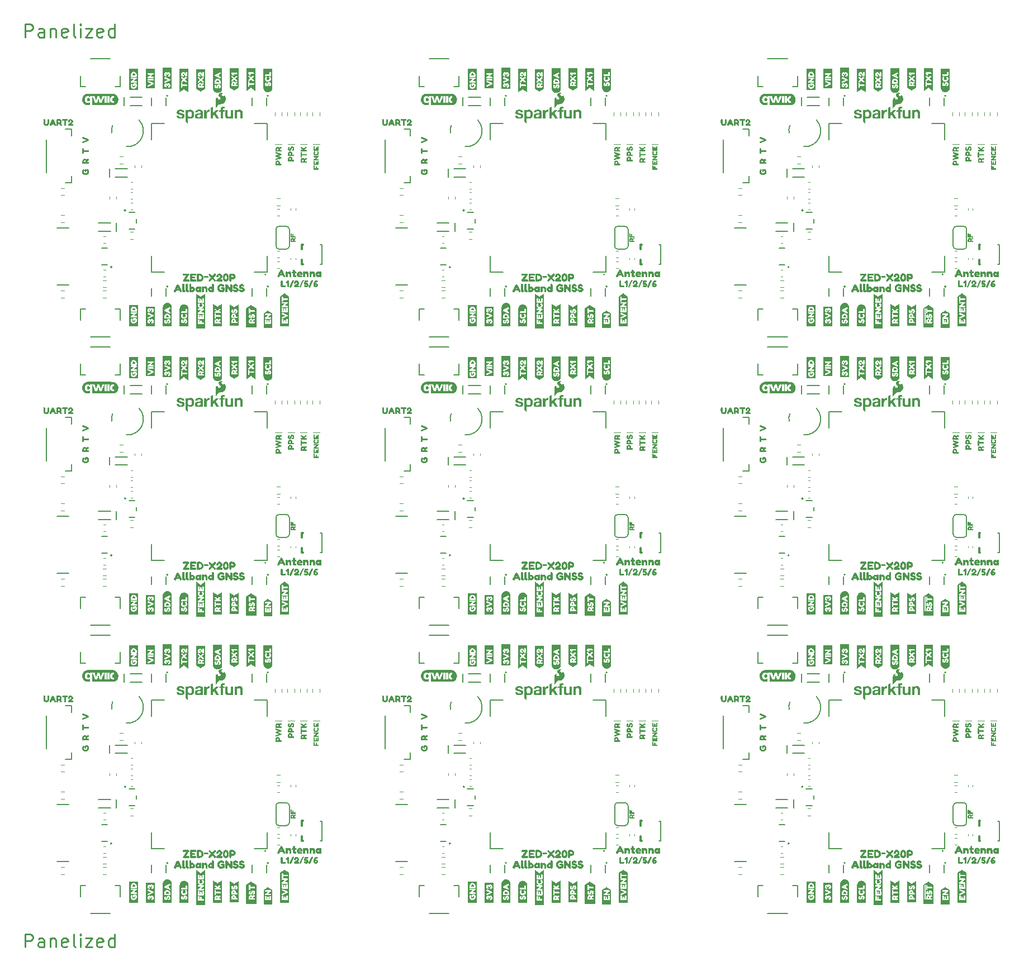
<source format=gto>
%TF.GenerationSoftware,KiCad,Pcbnew,9.0.1*%
%TF.CreationDate,2025-04-24T15:23:21-06:00*%
%TF.ProjectId,SparkFun_GNSS_ZED-X20P_panelized,53706172-6b46-4756-9e5f-474e53535f5a,rev?*%
%TF.SameCoordinates,Original*%
%TF.FileFunction,Legend,Top*%
%TF.FilePolarity,Positive*%
%FSLAX46Y46*%
G04 Gerber Fmt 4.6, Leading zero omitted, Abs format (unit mm)*
G04 Created by KiCad (PCBNEW 9.0.1) date 2025-04-24 15:23:21*
%MOMM*%
%LPD*%
G01*
G04 APERTURE LIST*
%ADD10C,0.250000*%
%ADD11C,0.000000*%
%ADD12C,0.177800*%
%ADD13C,0.141418*%
%ADD14C,0.120000*%
%ADD15C,0.152400*%
%ADD16C,0.203200*%
%ADD17C,0.127000*%
%ADD18C,0.200000*%
%ADD19C,0.304800*%
G04 APERTURE END LIST*
D10*
X-2479337Y133302761D02*
X-2479337Y135302761D01*
X-2479337Y135302761D02*
X-1717432Y135302761D01*
X-1717432Y135302761D02*
X-1526956Y135207523D01*
X-1526956Y135207523D02*
X-1431718Y135112285D01*
X-1431718Y135112285D02*
X-1336480Y134921809D01*
X-1336480Y134921809D02*
X-1336480Y134636095D01*
X-1336480Y134636095D02*
X-1431718Y134445619D01*
X-1431718Y134445619D02*
X-1526956Y134350380D01*
X-1526956Y134350380D02*
X-1717432Y134255142D01*
X-1717432Y134255142D02*
X-2479337Y134255142D01*
X377806Y133302761D02*
X377806Y134350380D01*
X377806Y134350380D02*
X282568Y134540857D01*
X282568Y134540857D02*
X92092Y134636095D01*
X92092Y134636095D02*
X-288861Y134636095D01*
X-288861Y134636095D02*
X-479337Y134540857D01*
X377806Y133398000D02*
X187330Y133302761D01*
X187330Y133302761D02*
X-288861Y133302761D01*
X-288861Y133302761D02*
X-479337Y133398000D01*
X-479337Y133398000D02*
X-574575Y133588476D01*
X-574575Y133588476D02*
X-574575Y133778952D01*
X-574575Y133778952D02*
X-479337Y133969428D01*
X-479337Y133969428D02*
X-288861Y134064666D01*
X-288861Y134064666D02*
X187330Y134064666D01*
X187330Y134064666D02*
X377806Y134159904D01*
X1330187Y134636095D02*
X1330187Y133302761D01*
X1330187Y134445619D02*
X1425425Y134540857D01*
X1425425Y134540857D02*
X1615901Y134636095D01*
X1615901Y134636095D02*
X1901616Y134636095D01*
X1901616Y134636095D02*
X2092092Y134540857D01*
X2092092Y134540857D02*
X2187330Y134350380D01*
X2187330Y134350380D02*
X2187330Y133302761D01*
X3901616Y133398000D02*
X3711140Y133302761D01*
X3711140Y133302761D02*
X3330187Y133302761D01*
X3330187Y133302761D02*
X3139711Y133398000D01*
X3139711Y133398000D02*
X3044473Y133588476D01*
X3044473Y133588476D02*
X3044473Y134350380D01*
X3044473Y134350380D02*
X3139711Y134540857D01*
X3139711Y134540857D02*
X3330187Y134636095D01*
X3330187Y134636095D02*
X3711140Y134636095D01*
X3711140Y134636095D02*
X3901616Y134540857D01*
X3901616Y134540857D02*
X3996854Y134350380D01*
X3996854Y134350380D02*
X3996854Y134159904D01*
X3996854Y134159904D02*
X3044473Y133969428D01*
X5139711Y133302761D02*
X4949235Y133398000D01*
X4949235Y133398000D02*
X4853997Y133588476D01*
X4853997Y133588476D02*
X4853997Y135302761D01*
X5901616Y133302761D02*
X5901616Y134636095D01*
X5901616Y135302761D02*
X5806378Y135207523D01*
X5806378Y135207523D02*
X5901616Y135112285D01*
X5901616Y135112285D02*
X5996854Y135207523D01*
X5996854Y135207523D02*
X5901616Y135302761D01*
X5901616Y135302761D02*
X5901616Y135112285D01*
X6663521Y134636095D02*
X7711140Y134636095D01*
X7711140Y134636095D02*
X6663521Y133302761D01*
X6663521Y133302761D02*
X7711140Y133302761D01*
X9234950Y133398000D02*
X9044474Y133302761D01*
X9044474Y133302761D02*
X8663521Y133302761D01*
X8663521Y133302761D02*
X8473045Y133398000D01*
X8473045Y133398000D02*
X8377807Y133588476D01*
X8377807Y133588476D02*
X8377807Y134350380D01*
X8377807Y134350380D02*
X8473045Y134540857D01*
X8473045Y134540857D02*
X8663521Y134636095D01*
X8663521Y134636095D02*
X9044474Y134636095D01*
X9044474Y134636095D02*
X9234950Y134540857D01*
X9234950Y134540857D02*
X9330188Y134350380D01*
X9330188Y134350380D02*
X9330188Y134159904D01*
X9330188Y134159904D02*
X8377807Y133969428D01*
X11044474Y133302761D02*
X11044474Y135302761D01*
X11044474Y133398000D02*
X10853998Y133302761D01*
X10853998Y133302761D02*
X10473045Y133302761D01*
X10473045Y133302761D02*
X10282569Y133398000D01*
X10282569Y133398000D02*
X10187331Y133493238D01*
X10187331Y133493238D02*
X10092093Y133683714D01*
X10092093Y133683714D02*
X10092093Y134255142D01*
X10092093Y134255142D02*
X10187331Y134445619D01*
X10187331Y134445619D02*
X10282569Y134540857D01*
X10282569Y134540857D02*
X10473045Y134636095D01*
X10473045Y134636095D02*
X10853998Y134636095D01*
X10853998Y134636095D02*
X11044474Y134540857D01*
X-2479337Y-4587238D02*
X-2479337Y-2587238D01*
X-2479337Y-2587238D02*
X-1717432Y-2587238D01*
X-1717432Y-2587238D02*
X-1526956Y-2682476D01*
X-1526956Y-2682476D02*
X-1431718Y-2777714D01*
X-1431718Y-2777714D02*
X-1336480Y-2968190D01*
X-1336480Y-2968190D02*
X-1336480Y-3253904D01*
X-1336480Y-3253904D02*
X-1431718Y-3444380D01*
X-1431718Y-3444380D02*
X-1526956Y-3539619D01*
X-1526956Y-3539619D02*
X-1717432Y-3634857D01*
X-1717432Y-3634857D02*
X-2479337Y-3634857D01*
X377806Y-4587238D02*
X377806Y-3539619D01*
X377806Y-3539619D02*
X282568Y-3349142D01*
X282568Y-3349142D02*
X92092Y-3253904D01*
X92092Y-3253904D02*
X-288861Y-3253904D01*
X-288861Y-3253904D02*
X-479337Y-3349142D01*
X377806Y-4492000D02*
X187330Y-4587238D01*
X187330Y-4587238D02*
X-288861Y-4587238D01*
X-288861Y-4587238D02*
X-479337Y-4492000D01*
X-479337Y-4492000D02*
X-574575Y-4301523D01*
X-574575Y-4301523D02*
X-574575Y-4111047D01*
X-574575Y-4111047D02*
X-479337Y-3920571D01*
X-479337Y-3920571D02*
X-288861Y-3825333D01*
X-288861Y-3825333D02*
X187330Y-3825333D01*
X187330Y-3825333D02*
X377806Y-3730095D01*
X1330187Y-3253904D02*
X1330187Y-4587238D01*
X1330187Y-3444380D02*
X1425425Y-3349142D01*
X1425425Y-3349142D02*
X1615901Y-3253904D01*
X1615901Y-3253904D02*
X1901616Y-3253904D01*
X1901616Y-3253904D02*
X2092092Y-3349142D01*
X2092092Y-3349142D02*
X2187330Y-3539619D01*
X2187330Y-3539619D02*
X2187330Y-4587238D01*
X3901616Y-4492000D02*
X3711140Y-4587238D01*
X3711140Y-4587238D02*
X3330187Y-4587238D01*
X3330187Y-4587238D02*
X3139711Y-4492000D01*
X3139711Y-4492000D02*
X3044473Y-4301523D01*
X3044473Y-4301523D02*
X3044473Y-3539619D01*
X3044473Y-3539619D02*
X3139711Y-3349142D01*
X3139711Y-3349142D02*
X3330187Y-3253904D01*
X3330187Y-3253904D02*
X3711140Y-3253904D01*
X3711140Y-3253904D02*
X3901616Y-3349142D01*
X3901616Y-3349142D02*
X3996854Y-3539619D01*
X3996854Y-3539619D02*
X3996854Y-3730095D01*
X3996854Y-3730095D02*
X3044473Y-3920571D01*
X5139711Y-4587238D02*
X4949235Y-4492000D01*
X4949235Y-4492000D02*
X4853997Y-4301523D01*
X4853997Y-4301523D02*
X4853997Y-2587238D01*
X5901616Y-4587238D02*
X5901616Y-3253904D01*
X5901616Y-2587238D02*
X5806378Y-2682476D01*
X5806378Y-2682476D02*
X5901616Y-2777714D01*
X5901616Y-2777714D02*
X5996854Y-2682476D01*
X5996854Y-2682476D02*
X5901616Y-2587238D01*
X5901616Y-2587238D02*
X5901616Y-2777714D01*
X6663521Y-3253904D02*
X7711140Y-3253904D01*
X7711140Y-3253904D02*
X6663521Y-4587238D01*
X6663521Y-4587238D02*
X7711140Y-4587238D01*
X9234950Y-4492000D02*
X9044474Y-4587238D01*
X9044474Y-4587238D02*
X8663521Y-4587238D01*
X8663521Y-4587238D02*
X8473045Y-4492000D01*
X8473045Y-4492000D02*
X8377807Y-4301523D01*
X8377807Y-4301523D02*
X8377807Y-3539619D01*
X8377807Y-3539619D02*
X8473045Y-3349142D01*
X8473045Y-3349142D02*
X8663521Y-3253904D01*
X8663521Y-3253904D02*
X9044474Y-3253904D01*
X9044474Y-3253904D02*
X9234950Y-3349142D01*
X9234950Y-3349142D02*
X9330188Y-3539619D01*
X9330188Y-3539619D02*
X9330188Y-3730095D01*
X9330188Y-3730095D02*
X8377807Y-3920571D01*
X11044474Y-4587238D02*
X11044474Y-2587238D01*
X11044474Y-4492000D02*
X10853998Y-4587238D01*
X10853998Y-4587238D02*
X10473045Y-4587238D01*
X10473045Y-4587238D02*
X10282569Y-4492000D01*
X10282569Y-4492000D02*
X10187331Y-4396761D01*
X10187331Y-4396761D02*
X10092093Y-4206285D01*
X10092093Y-4206285D02*
X10092093Y-3634857D01*
X10092093Y-3634857D02*
X10187331Y-3444380D01*
X10187331Y-3444380D02*
X10282569Y-3349142D01*
X10282569Y-3349142D02*
X10473045Y-3253904D01*
X10473045Y-3253904D02*
X10853998Y-3253904D01*
X10853998Y-3253904D02*
X11044474Y-3349142D01*
D11*
%TO.C,kibuzzard-67ED9A70*%
G36*
X129329871Y127450547D02*
G01*
X129204979Y127511062D01*
X129329871Y127571577D01*
X129329871Y127450547D01*
G37*
G36*
X129349024Y126784560D02*
G01*
X129418069Y126737242D01*
X129464903Y126668036D01*
X129480515Y126586599D01*
X129480515Y126482307D01*
X129051760Y126482307D01*
X129051760Y126585311D01*
X129067532Y126667715D01*
X129114850Y126737242D01*
X129184378Y126784560D01*
X129266781Y126800333D01*
X129349024Y126784560D01*
G37*
G36*
X129952618Y126363852D02*
G01*
X129952618Y125861706D01*
X129952618Y125526942D01*
X129952618Y125526835D01*
X129949331Y125459926D01*
X129939502Y125393663D01*
X129923225Y125328681D01*
X129900657Y125265608D01*
X129872015Y125205051D01*
X129837576Y125147593D01*
X129797671Y125093786D01*
X129752684Y125044151D01*
X129703048Y124999164D01*
X129649242Y124959259D01*
X129591784Y124924819D01*
X129531227Y124896178D01*
X129468154Y124873610D01*
X129403172Y124857333D01*
X129336908Y124847504D01*
X129270000Y124844217D01*
X129203092Y124847504D01*
X129136828Y124857333D01*
X129071846Y124873610D01*
X129008773Y124896178D01*
X128948216Y124924819D01*
X128890758Y124959259D01*
X128836952Y124999164D01*
X128787316Y125044151D01*
X128742329Y125093786D01*
X128702424Y125147593D01*
X128667985Y125205051D01*
X128639343Y125265608D01*
X128616775Y125328681D01*
X128600498Y125393663D01*
X128590669Y125459926D01*
X128587382Y125526835D01*
X128587382Y125526942D01*
X128587382Y125850118D01*
X128801974Y125850118D01*
X128810629Y125767572D01*
X128836595Y125695039D01*
X128879871Y125632521D01*
X128936309Y125584596D01*
X129001760Y125555840D01*
X129076223Y125546255D01*
X129159914Y125556556D01*
X129229442Y125587457D01*
X129284807Y125638959D01*
X129326009Y125711062D01*
X129343552Y125759828D01*
X129360129Y125821148D01*
X129390386Y125922221D01*
X129430300Y125955697D01*
X129490172Y125932521D01*
X129508841Y125856556D01*
X129496609Y125805697D01*
X129449614Y125753551D01*
X129402690Y125695469D01*
X129394106Y125639675D01*
X129423863Y125586170D01*
X129506266Y125532092D01*
X129589957Y125564281D01*
X129598970Y125572006D01*
X129616996Y125586170D01*
X129639528Y125608702D01*
X129664635Y125639603D01*
X129689099Y125679517D01*
X129710343Y125729088D01*
X129724506Y125789603D01*
X129730300Y125861706D01*
X129720644Y125947328D01*
X129687811Y126035526D01*
X129630515Y126114710D01*
X129543605Y126170719D01*
X129487918Y126187135D01*
X129426438Y126192607D01*
X129330193Y126180536D01*
X129260343Y126144324D01*
X129211416Y126087833D01*
X129177940Y126014925D01*
X129157983Y125932521D01*
X129141888Y125853981D01*
X129119356Y125803122D01*
X129077511Y125780590D01*
X129038240Y125801191D01*
X129022146Y125848830D01*
X129026652Y125891320D01*
X129036309Y125916427D01*
X129051116Y125934453D01*
X129063348Y125949260D01*
X129087167Y126035526D01*
X129024721Y126111491D01*
X128945536Y126142393D01*
X128879227Y126096041D01*
X128836309Y126029231D01*
X128810558Y125947257D01*
X128801974Y125850118D01*
X128587382Y125850118D01*
X128587382Y126586599D01*
X128816137Y126586599D01*
X128816137Y126365139D01*
X128824506Y126296899D01*
X128853476Y126260848D01*
X128888884Y126248616D01*
X128932017Y126246685D01*
X129597682Y126246685D01*
X129643391Y126249903D01*
X129679442Y126263423D01*
X129707124Y126298830D01*
X129716137Y126363852D01*
X129716137Y126582736D01*
X129707808Y126673267D01*
X129682822Y126756878D01*
X129641178Y126833568D01*
X129582876Y126903337D01*
X129512825Y126961357D01*
X129435933Y127002800D01*
X129352202Y127027666D01*
X129261631Y127035955D01*
X129173433Y127027666D01*
X129091674Y127002800D01*
X129016352Y126961357D01*
X128947468Y126903337D01*
X128890011Y126833809D01*
X128848970Y126757843D01*
X128824345Y126675440D01*
X128816137Y126586599D01*
X128587382Y126586599D01*
X128587382Y127512350D01*
X128816137Y127512350D01*
X128834807Y127449260D01*
X128884378Y127404195D01*
X129553906Y127081019D01*
X129644678Y127064281D01*
X129707124Y127136384D01*
X129725794Y127230376D01*
X129654335Y127294753D01*
X129530730Y127353981D01*
X129530730Y127670719D01*
X129653047Y127729946D01*
X129727082Y127793036D01*
X129708412Y127888315D01*
X129645322Y127959775D01*
X129553906Y127942393D01*
X128885665Y127619217D01*
X128833519Y127575118D01*
X128816137Y127512350D01*
X128587382Y127512350D01*
X128587382Y127972006D01*
X128587382Y128615783D01*
X129952618Y128615783D01*
X129952618Y127972006D01*
X129952618Y127793036D01*
X129952618Y126363852D01*
G37*
G36*
X129329871Y83770547D02*
G01*
X129204979Y83831062D01*
X129329871Y83891577D01*
X129329871Y83770547D01*
G37*
G36*
X129349024Y83104560D02*
G01*
X129418069Y83057242D01*
X129464903Y82988036D01*
X129480515Y82906599D01*
X129480515Y82802307D01*
X129051760Y82802307D01*
X129051760Y82905311D01*
X129067532Y82987715D01*
X129114850Y83057242D01*
X129184378Y83104560D01*
X129266781Y83120333D01*
X129349024Y83104560D01*
G37*
G36*
X129952618Y82683852D02*
G01*
X129952618Y82181706D01*
X129952618Y81846942D01*
X129952618Y81846835D01*
X129949331Y81779926D01*
X129939502Y81713663D01*
X129923225Y81648681D01*
X129900657Y81585608D01*
X129872015Y81525051D01*
X129837576Y81467593D01*
X129797671Y81413786D01*
X129752684Y81364151D01*
X129703048Y81319164D01*
X129649242Y81279259D01*
X129591784Y81244819D01*
X129531227Y81216178D01*
X129468154Y81193610D01*
X129403172Y81177333D01*
X129336908Y81167504D01*
X129270000Y81164217D01*
X129203092Y81167504D01*
X129136828Y81177333D01*
X129071846Y81193610D01*
X129008773Y81216178D01*
X128948216Y81244819D01*
X128890758Y81279259D01*
X128836952Y81319164D01*
X128787316Y81364151D01*
X128742329Y81413786D01*
X128702424Y81467593D01*
X128667985Y81525051D01*
X128639343Y81585608D01*
X128616775Y81648681D01*
X128600498Y81713663D01*
X128590669Y81779926D01*
X128587382Y81846835D01*
X128587382Y81846942D01*
X128587382Y82170118D01*
X128801974Y82170118D01*
X128810629Y82087572D01*
X128836595Y82015039D01*
X128879871Y81952521D01*
X128936309Y81904596D01*
X129001760Y81875840D01*
X129076223Y81866255D01*
X129159914Y81876556D01*
X129229442Y81907457D01*
X129284807Y81958959D01*
X129326009Y82031062D01*
X129343552Y82079828D01*
X129360129Y82141148D01*
X129390386Y82242221D01*
X129430300Y82275697D01*
X129490172Y82252521D01*
X129508841Y82176556D01*
X129496609Y82125697D01*
X129449614Y82073551D01*
X129402690Y82015469D01*
X129394106Y81959675D01*
X129423863Y81906170D01*
X129506266Y81852092D01*
X129589957Y81884281D01*
X129598970Y81892006D01*
X129616996Y81906170D01*
X129639528Y81928702D01*
X129664635Y81959603D01*
X129689099Y81999517D01*
X129710343Y82049088D01*
X129724506Y82109603D01*
X129730300Y82181706D01*
X129720644Y82267328D01*
X129687811Y82355526D01*
X129630515Y82434710D01*
X129543605Y82490719D01*
X129487918Y82507135D01*
X129426438Y82512607D01*
X129330193Y82500536D01*
X129260343Y82464324D01*
X129211416Y82407833D01*
X129177940Y82334925D01*
X129157983Y82252521D01*
X129141888Y82173981D01*
X129119356Y82123122D01*
X129077511Y82100590D01*
X129038240Y82121191D01*
X129022146Y82168830D01*
X129026652Y82211320D01*
X129036309Y82236427D01*
X129051116Y82254453D01*
X129063348Y82269260D01*
X129087167Y82355526D01*
X129024721Y82431491D01*
X128945536Y82462393D01*
X128879227Y82416041D01*
X128836309Y82349231D01*
X128810558Y82267257D01*
X128801974Y82170118D01*
X128587382Y82170118D01*
X128587382Y82906599D01*
X128816137Y82906599D01*
X128816137Y82685139D01*
X128824506Y82616899D01*
X128853476Y82580848D01*
X128888884Y82568616D01*
X128932017Y82566685D01*
X129597682Y82566685D01*
X129643391Y82569903D01*
X129679442Y82583423D01*
X129707124Y82618830D01*
X129716137Y82683852D01*
X129716137Y82902736D01*
X129707808Y82993267D01*
X129682822Y83076878D01*
X129641178Y83153568D01*
X129582876Y83223337D01*
X129512825Y83281357D01*
X129435933Y83322800D01*
X129352202Y83347666D01*
X129261631Y83355955D01*
X129173433Y83347666D01*
X129091674Y83322800D01*
X129016352Y83281357D01*
X128947468Y83223337D01*
X128890011Y83153809D01*
X128848970Y83077843D01*
X128824345Y82995440D01*
X128816137Y82906599D01*
X128587382Y82906599D01*
X128587382Y83832350D01*
X128816137Y83832350D01*
X128834807Y83769260D01*
X128884378Y83724195D01*
X129553906Y83401019D01*
X129644678Y83384281D01*
X129707124Y83456384D01*
X129725794Y83550376D01*
X129654335Y83614753D01*
X129530730Y83673981D01*
X129530730Y83990719D01*
X129653047Y84049946D01*
X129727082Y84113036D01*
X129708412Y84208315D01*
X129645322Y84279775D01*
X129553906Y84262393D01*
X128885665Y83939217D01*
X128833519Y83895118D01*
X128816137Y83832350D01*
X128587382Y83832350D01*
X128587382Y84292006D01*
X128587382Y84935783D01*
X129952618Y84935783D01*
X129952618Y84292006D01*
X129952618Y84113036D01*
X129952618Y82683852D01*
G37*
G36*
X129329871Y40090547D02*
G01*
X129204979Y40151062D01*
X129329871Y40211577D01*
X129329871Y40090547D01*
G37*
G36*
X129349024Y39424560D02*
G01*
X129418069Y39377242D01*
X129464903Y39308036D01*
X129480515Y39226599D01*
X129480515Y39122307D01*
X129051760Y39122307D01*
X129051760Y39225311D01*
X129067532Y39307715D01*
X129114850Y39377242D01*
X129184378Y39424560D01*
X129266781Y39440333D01*
X129349024Y39424560D01*
G37*
G36*
X129952618Y39003852D02*
G01*
X129952618Y38501706D01*
X129952618Y38166942D01*
X129952618Y38166835D01*
X129949331Y38099926D01*
X129939502Y38033663D01*
X129923225Y37968681D01*
X129900657Y37905608D01*
X129872015Y37845051D01*
X129837576Y37787593D01*
X129797671Y37733786D01*
X129752684Y37684151D01*
X129703048Y37639164D01*
X129649242Y37599259D01*
X129591784Y37564819D01*
X129531227Y37536178D01*
X129468154Y37513610D01*
X129403172Y37497333D01*
X129336908Y37487504D01*
X129270000Y37484217D01*
X129203092Y37487504D01*
X129136828Y37497333D01*
X129071846Y37513610D01*
X129008773Y37536178D01*
X128948216Y37564819D01*
X128890758Y37599259D01*
X128836952Y37639164D01*
X128787316Y37684151D01*
X128742329Y37733786D01*
X128702424Y37787593D01*
X128667985Y37845051D01*
X128639343Y37905608D01*
X128616775Y37968681D01*
X128600498Y38033663D01*
X128590669Y38099926D01*
X128587382Y38166835D01*
X128587382Y38166942D01*
X128587382Y38490118D01*
X128801974Y38490118D01*
X128810629Y38407572D01*
X128836595Y38335039D01*
X128879871Y38272521D01*
X128936309Y38224596D01*
X129001760Y38195840D01*
X129076223Y38186255D01*
X129159914Y38196556D01*
X129229442Y38227457D01*
X129284807Y38278959D01*
X129326009Y38351062D01*
X129343552Y38399828D01*
X129360129Y38461148D01*
X129390386Y38562221D01*
X129430300Y38595697D01*
X129490172Y38572521D01*
X129508841Y38496556D01*
X129496609Y38445697D01*
X129449614Y38393551D01*
X129402690Y38335469D01*
X129394106Y38279675D01*
X129423863Y38226170D01*
X129506266Y38172092D01*
X129589957Y38204281D01*
X129598970Y38212006D01*
X129616996Y38226170D01*
X129639528Y38248702D01*
X129664635Y38279603D01*
X129689099Y38319517D01*
X129710343Y38369088D01*
X129724506Y38429603D01*
X129730300Y38501706D01*
X129720644Y38587328D01*
X129687811Y38675526D01*
X129630515Y38754710D01*
X129543605Y38810719D01*
X129487918Y38827135D01*
X129426438Y38832607D01*
X129330193Y38820536D01*
X129260343Y38784324D01*
X129211416Y38727833D01*
X129177940Y38654925D01*
X129157983Y38572521D01*
X129141888Y38493981D01*
X129119356Y38443122D01*
X129077511Y38420590D01*
X129038240Y38441191D01*
X129022146Y38488830D01*
X129026652Y38531320D01*
X129036309Y38556427D01*
X129051116Y38574453D01*
X129063348Y38589260D01*
X129087167Y38675526D01*
X129024721Y38751491D01*
X128945536Y38782393D01*
X128879227Y38736041D01*
X128836309Y38669231D01*
X128810558Y38587257D01*
X128801974Y38490118D01*
X128587382Y38490118D01*
X128587382Y39226599D01*
X128816137Y39226599D01*
X128816137Y39005139D01*
X128824506Y38936899D01*
X128853476Y38900848D01*
X128888884Y38888616D01*
X128932017Y38886685D01*
X129597682Y38886685D01*
X129643391Y38889903D01*
X129679442Y38903423D01*
X129707124Y38938830D01*
X129716137Y39003852D01*
X129716137Y39222736D01*
X129707808Y39313267D01*
X129682822Y39396878D01*
X129641178Y39473568D01*
X129582876Y39543337D01*
X129512825Y39601357D01*
X129435933Y39642800D01*
X129352202Y39667666D01*
X129261631Y39675955D01*
X129173433Y39667666D01*
X129091674Y39642800D01*
X129016352Y39601357D01*
X128947468Y39543337D01*
X128890011Y39473809D01*
X128848970Y39397843D01*
X128824345Y39315440D01*
X128816137Y39226599D01*
X128587382Y39226599D01*
X128587382Y40152350D01*
X128816137Y40152350D01*
X128834807Y40089260D01*
X128884378Y40044195D01*
X129553906Y39721019D01*
X129644678Y39704281D01*
X129707124Y39776384D01*
X129725794Y39870376D01*
X129654335Y39934753D01*
X129530730Y39993981D01*
X129530730Y40310719D01*
X129653047Y40369946D01*
X129727082Y40433036D01*
X129708412Y40528315D01*
X129645322Y40599775D01*
X129553906Y40582393D01*
X128885665Y40259217D01*
X128833519Y40215118D01*
X128816137Y40152350D01*
X128587382Y40152350D01*
X128587382Y40612006D01*
X128587382Y41255783D01*
X129952618Y41255783D01*
X129952618Y40612006D01*
X129952618Y40433036D01*
X129952618Y39003852D01*
G37*
G36*
X78029871Y127450547D02*
G01*
X77904979Y127511062D01*
X78029871Y127571577D01*
X78029871Y127450547D01*
G37*
G36*
X78049024Y126784560D02*
G01*
X78118069Y126737242D01*
X78164903Y126668036D01*
X78180515Y126586599D01*
X78180515Y126482307D01*
X77751760Y126482307D01*
X77751760Y126585311D01*
X77767532Y126667715D01*
X77814850Y126737242D01*
X77884378Y126784560D01*
X77966781Y126800333D01*
X78049024Y126784560D01*
G37*
G36*
X78652618Y126363852D02*
G01*
X78652618Y125861706D01*
X78652618Y125526942D01*
X78652618Y125526835D01*
X78649331Y125459926D01*
X78639502Y125393663D01*
X78623225Y125328681D01*
X78600657Y125265608D01*
X78572015Y125205051D01*
X78537576Y125147593D01*
X78497671Y125093786D01*
X78452684Y125044151D01*
X78403048Y124999164D01*
X78349242Y124959259D01*
X78291784Y124924819D01*
X78231227Y124896178D01*
X78168154Y124873610D01*
X78103172Y124857333D01*
X78036908Y124847504D01*
X77970000Y124844217D01*
X77903092Y124847504D01*
X77836828Y124857333D01*
X77771846Y124873610D01*
X77708773Y124896178D01*
X77648216Y124924819D01*
X77590758Y124959259D01*
X77536952Y124999164D01*
X77487316Y125044151D01*
X77442329Y125093786D01*
X77402424Y125147593D01*
X77367985Y125205051D01*
X77339343Y125265608D01*
X77316775Y125328681D01*
X77300498Y125393663D01*
X77290669Y125459926D01*
X77287382Y125526835D01*
X77287382Y125526942D01*
X77287382Y125850118D01*
X77501974Y125850118D01*
X77510629Y125767572D01*
X77536595Y125695039D01*
X77579871Y125632521D01*
X77636309Y125584596D01*
X77701760Y125555840D01*
X77776223Y125546255D01*
X77859914Y125556556D01*
X77929442Y125587457D01*
X77984807Y125638959D01*
X78026009Y125711062D01*
X78043552Y125759828D01*
X78060129Y125821148D01*
X78090386Y125922221D01*
X78130300Y125955697D01*
X78190172Y125932521D01*
X78208841Y125856556D01*
X78196609Y125805697D01*
X78149614Y125753551D01*
X78102690Y125695469D01*
X78094106Y125639675D01*
X78123863Y125586170D01*
X78206266Y125532092D01*
X78289957Y125564281D01*
X78298970Y125572006D01*
X78316996Y125586170D01*
X78339528Y125608702D01*
X78364635Y125639603D01*
X78389099Y125679517D01*
X78410343Y125729088D01*
X78424506Y125789603D01*
X78430300Y125861706D01*
X78420644Y125947328D01*
X78387811Y126035526D01*
X78330515Y126114710D01*
X78243605Y126170719D01*
X78187918Y126187135D01*
X78126438Y126192607D01*
X78030193Y126180536D01*
X77960343Y126144324D01*
X77911416Y126087833D01*
X77877940Y126014925D01*
X77857983Y125932521D01*
X77841888Y125853981D01*
X77819356Y125803122D01*
X77777511Y125780590D01*
X77738240Y125801191D01*
X77722146Y125848830D01*
X77726652Y125891320D01*
X77736309Y125916427D01*
X77751116Y125934453D01*
X77763348Y125949260D01*
X77787167Y126035526D01*
X77724721Y126111491D01*
X77645536Y126142393D01*
X77579227Y126096041D01*
X77536309Y126029231D01*
X77510558Y125947257D01*
X77501974Y125850118D01*
X77287382Y125850118D01*
X77287382Y126586599D01*
X77516137Y126586599D01*
X77516137Y126365139D01*
X77524506Y126296899D01*
X77553476Y126260848D01*
X77588884Y126248616D01*
X77632017Y126246685D01*
X78297682Y126246685D01*
X78343391Y126249903D01*
X78379442Y126263423D01*
X78407124Y126298830D01*
X78416137Y126363852D01*
X78416137Y126582736D01*
X78407808Y126673267D01*
X78382822Y126756878D01*
X78341178Y126833568D01*
X78282876Y126903337D01*
X78212825Y126961357D01*
X78135933Y127002800D01*
X78052202Y127027666D01*
X77961631Y127035955D01*
X77873433Y127027666D01*
X77791674Y127002800D01*
X77716352Y126961357D01*
X77647468Y126903337D01*
X77590011Y126833809D01*
X77548970Y126757843D01*
X77524345Y126675440D01*
X77516137Y126586599D01*
X77287382Y126586599D01*
X77287382Y127512350D01*
X77516137Y127512350D01*
X77534807Y127449260D01*
X77584378Y127404195D01*
X78253906Y127081019D01*
X78344678Y127064281D01*
X78407124Y127136384D01*
X78425794Y127230376D01*
X78354335Y127294753D01*
X78230730Y127353981D01*
X78230730Y127670719D01*
X78353047Y127729946D01*
X78427082Y127793036D01*
X78408412Y127888315D01*
X78345322Y127959775D01*
X78253906Y127942393D01*
X77585665Y127619217D01*
X77533519Y127575118D01*
X77516137Y127512350D01*
X77287382Y127512350D01*
X77287382Y127972006D01*
X77287382Y128615783D01*
X78652618Y128615783D01*
X78652618Y127972006D01*
X78652618Y127793036D01*
X78652618Y126363852D01*
G37*
G36*
X78029871Y83770547D02*
G01*
X77904979Y83831062D01*
X78029871Y83891577D01*
X78029871Y83770547D01*
G37*
G36*
X78049024Y83104560D02*
G01*
X78118069Y83057242D01*
X78164903Y82988036D01*
X78180515Y82906599D01*
X78180515Y82802307D01*
X77751760Y82802307D01*
X77751760Y82905311D01*
X77767532Y82987715D01*
X77814850Y83057242D01*
X77884378Y83104560D01*
X77966781Y83120333D01*
X78049024Y83104560D01*
G37*
G36*
X78652618Y82683852D02*
G01*
X78652618Y82181706D01*
X78652618Y81846942D01*
X78652618Y81846835D01*
X78649331Y81779926D01*
X78639502Y81713663D01*
X78623225Y81648681D01*
X78600657Y81585608D01*
X78572015Y81525051D01*
X78537576Y81467593D01*
X78497671Y81413786D01*
X78452684Y81364151D01*
X78403048Y81319164D01*
X78349242Y81279259D01*
X78291784Y81244819D01*
X78231227Y81216178D01*
X78168154Y81193610D01*
X78103172Y81177333D01*
X78036908Y81167504D01*
X77970000Y81164217D01*
X77903092Y81167504D01*
X77836828Y81177333D01*
X77771846Y81193610D01*
X77708773Y81216178D01*
X77648216Y81244819D01*
X77590758Y81279259D01*
X77536952Y81319164D01*
X77487316Y81364151D01*
X77442329Y81413786D01*
X77402424Y81467593D01*
X77367985Y81525051D01*
X77339343Y81585608D01*
X77316775Y81648681D01*
X77300498Y81713663D01*
X77290669Y81779926D01*
X77287382Y81846835D01*
X77287382Y81846942D01*
X77287382Y82170118D01*
X77501974Y82170118D01*
X77510629Y82087572D01*
X77536595Y82015039D01*
X77579871Y81952521D01*
X77636309Y81904596D01*
X77701760Y81875840D01*
X77776223Y81866255D01*
X77859914Y81876556D01*
X77929442Y81907457D01*
X77984807Y81958959D01*
X78026009Y82031062D01*
X78043552Y82079828D01*
X78060129Y82141148D01*
X78090386Y82242221D01*
X78130300Y82275697D01*
X78190172Y82252521D01*
X78208841Y82176556D01*
X78196609Y82125697D01*
X78149614Y82073551D01*
X78102690Y82015469D01*
X78094106Y81959675D01*
X78123863Y81906170D01*
X78206266Y81852092D01*
X78289957Y81884281D01*
X78298970Y81892006D01*
X78316996Y81906170D01*
X78339528Y81928702D01*
X78364635Y81959603D01*
X78389099Y81999517D01*
X78410343Y82049088D01*
X78424506Y82109603D01*
X78430300Y82181706D01*
X78420644Y82267328D01*
X78387811Y82355526D01*
X78330515Y82434710D01*
X78243605Y82490719D01*
X78187918Y82507135D01*
X78126438Y82512607D01*
X78030193Y82500536D01*
X77960343Y82464324D01*
X77911416Y82407833D01*
X77877940Y82334925D01*
X77857983Y82252521D01*
X77841888Y82173981D01*
X77819356Y82123122D01*
X77777511Y82100590D01*
X77738240Y82121191D01*
X77722146Y82168830D01*
X77726652Y82211320D01*
X77736309Y82236427D01*
X77751116Y82254453D01*
X77763348Y82269260D01*
X77787167Y82355526D01*
X77724721Y82431491D01*
X77645536Y82462393D01*
X77579227Y82416041D01*
X77536309Y82349231D01*
X77510558Y82267257D01*
X77501974Y82170118D01*
X77287382Y82170118D01*
X77287382Y82906599D01*
X77516137Y82906599D01*
X77516137Y82685139D01*
X77524506Y82616899D01*
X77553476Y82580848D01*
X77588884Y82568616D01*
X77632017Y82566685D01*
X78297682Y82566685D01*
X78343391Y82569903D01*
X78379442Y82583423D01*
X78407124Y82618830D01*
X78416137Y82683852D01*
X78416137Y82902736D01*
X78407808Y82993267D01*
X78382822Y83076878D01*
X78341178Y83153568D01*
X78282876Y83223337D01*
X78212825Y83281357D01*
X78135933Y83322800D01*
X78052202Y83347666D01*
X77961631Y83355955D01*
X77873433Y83347666D01*
X77791674Y83322800D01*
X77716352Y83281357D01*
X77647468Y83223337D01*
X77590011Y83153809D01*
X77548970Y83077843D01*
X77524345Y82995440D01*
X77516137Y82906599D01*
X77287382Y82906599D01*
X77287382Y83832350D01*
X77516137Y83832350D01*
X77534807Y83769260D01*
X77584378Y83724195D01*
X78253906Y83401019D01*
X78344678Y83384281D01*
X78407124Y83456384D01*
X78425794Y83550376D01*
X78354335Y83614753D01*
X78230730Y83673981D01*
X78230730Y83990719D01*
X78353047Y84049946D01*
X78427082Y84113036D01*
X78408412Y84208315D01*
X78345322Y84279775D01*
X78253906Y84262393D01*
X77585665Y83939217D01*
X77533519Y83895118D01*
X77516137Y83832350D01*
X77287382Y83832350D01*
X77287382Y84292006D01*
X77287382Y84935783D01*
X78652618Y84935783D01*
X78652618Y84292006D01*
X78652618Y84113036D01*
X78652618Y82683852D01*
G37*
G36*
X78029871Y40090547D02*
G01*
X77904979Y40151062D01*
X78029871Y40211577D01*
X78029871Y40090547D01*
G37*
G36*
X78049024Y39424560D02*
G01*
X78118069Y39377242D01*
X78164903Y39308036D01*
X78180515Y39226599D01*
X78180515Y39122307D01*
X77751760Y39122307D01*
X77751760Y39225311D01*
X77767532Y39307715D01*
X77814850Y39377242D01*
X77884378Y39424560D01*
X77966781Y39440333D01*
X78049024Y39424560D01*
G37*
G36*
X78652618Y39003852D02*
G01*
X78652618Y38501706D01*
X78652618Y38166942D01*
X78652618Y38166835D01*
X78649331Y38099926D01*
X78639502Y38033663D01*
X78623225Y37968681D01*
X78600657Y37905608D01*
X78572015Y37845051D01*
X78537576Y37787593D01*
X78497671Y37733786D01*
X78452684Y37684151D01*
X78403048Y37639164D01*
X78349242Y37599259D01*
X78291784Y37564819D01*
X78231227Y37536178D01*
X78168154Y37513610D01*
X78103172Y37497333D01*
X78036908Y37487504D01*
X77970000Y37484217D01*
X77903092Y37487504D01*
X77836828Y37497333D01*
X77771846Y37513610D01*
X77708773Y37536178D01*
X77648216Y37564819D01*
X77590758Y37599259D01*
X77536952Y37639164D01*
X77487316Y37684151D01*
X77442329Y37733786D01*
X77402424Y37787593D01*
X77367985Y37845051D01*
X77339343Y37905608D01*
X77316775Y37968681D01*
X77300498Y38033663D01*
X77290669Y38099926D01*
X77287382Y38166835D01*
X77287382Y38166942D01*
X77287382Y38490118D01*
X77501974Y38490118D01*
X77510629Y38407572D01*
X77536595Y38335039D01*
X77579871Y38272521D01*
X77636309Y38224596D01*
X77701760Y38195840D01*
X77776223Y38186255D01*
X77859914Y38196556D01*
X77929442Y38227457D01*
X77984807Y38278959D01*
X78026009Y38351062D01*
X78043552Y38399828D01*
X78060129Y38461148D01*
X78090386Y38562221D01*
X78130300Y38595697D01*
X78190172Y38572521D01*
X78208841Y38496556D01*
X78196609Y38445697D01*
X78149614Y38393551D01*
X78102690Y38335469D01*
X78094106Y38279675D01*
X78123863Y38226170D01*
X78206266Y38172092D01*
X78289957Y38204281D01*
X78298970Y38212006D01*
X78316996Y38226170D01*
X78339528Y38248702D01*
X78364635Y38279603D01*
X78389099Y38319517D01*
X78410343Y38369088D01*
X78424506Y38429603D01*
X78430300Y38501706D01*
X78420644Y38587328D01*
X78387811Y38675526D01*
X78330515Y38754710D01*
X78243605Y38810719D01*
X78187918Y38827135D01*
X78126438Y38832607D01*
X78030193Y38820536D01*
X77960343Y38784324D01*
X77911416Y38727833D01*
X77877940Y38654925D01*
X77857983Y38572521D01*
X77841888Y38493981D01*
X77819356Y38443122D01*
X77777511Y38420590D01*
X77738240Y38441191D01*
X77722146Y38488830D01*
X77726652Y38531320D01*
X77736309Y38556427D01*
X77751116Y38574453D01*
X77763348Y38589260D01*
X77787167Y38675526D01*
X77724721Y38751491D01*
X77645536Y38782393D01*
X77579227Y38736041D01*
X77536309Y38669231D01*
X77510558Y38587257D01*
X77501974Y38490118D01*
X77287382Y38490118D01*
X77287382Y39226599D01*
X77516137Y39226599D01*
X77516137Y39005139D01*
X77524506Y38936899D01*
X77553476Y38900848D01*
X77588884Y38888616D01*
X77632017Y38886685D01*
X78297682Y38886685D01*
X78343391Y38889903D01*
X78379442Y38903423D01*
X78407124Y38938830D01*
X78416137Y39003852D01*
X78416137Y39222736D01*
X78407808Y39313267D01*
X78382822Y39396878D01*
X78341178Y39473568D01*
X78282876Y39543337D01*
X78212825Y39601357D01*
X78135933Y39642800D01*
X78052202Y39667666D01*
X77961631Y39675955D01*
X77873433Y39667666D01*
X77791674Y39642800D01*
X77716352Y39601357D01*
X77647468Y39543337D01*
X77590011Y39473809D01*
X77548970Y39397843D01*
X77524345Y39315440D01*
X77516137Y39226599D01*
X77287382Y39226599D01*
X77287382Y40152350D01*
X77516137Y40152350D01*
X77534807Y40089260D01*
X77584378Y40044195D01*
X78253906Y39721019D01*
X78344678Y39704281D01*
X78407124Y39776384D01*
X78425794Y39870376D01*
X78354335Y39934753D01*
X78230730Y39993981D01*
X78230730Y40310719D01*
X78353047Y40369946D01*
X78427082Y40433036D01*
X78408412Y40528315D01*
X78345322Y40599775D01*
X78253906Y40582393D01*
X77585665Y40259217D01*
X77533519Y40215118D01*
X77516137Y40152350D01*
X77287382Y40152350D01*
X77287382Y40612006D01*
X77287382Y41255783D01*
X78652618Y41255783D01*
X78652618Y40612006D01*
X78652618Y40433036D01*
X78652618Y39003852D01*
G37*
G36*
X26729871Y127450547D02*
G01*
X26604979Y127511062D01*
X26729871Y127571577D01*
X26729871Y127450547D01*
G37*
G36*
X26749024Y126784560D02*
G01*
X26818069Y126737242D01*
X26864903Y126668036D01*
X26880515Y126586599D01*
X26880515Y126482307D01*
X26451760Y126482307D01*
X26451760Y126585311D01*
X26467532Y126667715D01*
X26514850Y126737242D01*
X26584378Y126784560D01*
X26666781Y126800333D01*
X26749024Y126784560D01*
G37*
G36*
X27352618Y126363852D02*
G01*
X27352618Y125861706D01*
X27352618Y125526942D01*
X27352618Y125526835D01*
X27349331Y125459926D01*
X27339502Y125393663D01*
X27323225Y125328681D01*
X27300657Y125265608D01*
X27272015Y125205051D01*
X27237576Y125147593D01*
X27197671Y125093786D01*
X27152684Y125044151D01*
X27103048Y124999164D01*
X27049242Y124959259D01*
X26991784Y124924819D01*
X26931227Y124896178D01*
X26868154Y124873610D01*
X26803172Y124857333D01*
X26736908Y124847504D01*
X26670000Y124844217D01*
X26603092Y124847504D01*
X26536828Y124857333D01*
X26471846Y124873610D01*
X26408773Y124896178D01*
X26348216Y124924819D01*
X26290758Y124959259D01*
X26236952Y124999164D01*
X26187316Y125044151D01*
X26142329Y125093786D01*
X26102424Y125147593D01*
X26067985Y125205051D01*
X26039343Y125265608D01*
X26016775Y125328681D01*
X26000498Y125393663D01*
X25990669Y125459926D01*
X25987382Y125526835D01*
X25987382Y125526942D01*
X25987382Y125850118D01*
X26201974Y125850118D01*
X26210629Y125767572D01*
X26236595Y125695039D01*
X26279871Y125632521D01*
X26336309Y125584596D01*
X26401760Y125555840D01*
X26476223Y125546255D01*
X26559914Y125556556D01*
X26629442Y125587457D01*
X26684807Y125638959D01*
X26726009Y125711062D01*
X26743552Y125759828D01*
X26760129Y125821148D01*
X26790386Y125922221D01*
X26830300Y125955697D01*
X26890172Y125932521D01*
X26908841Y125856556D01*
X26896609Y125805697D01*
X26849614Y125753551D01*
X26802690Y125695469D01*
X26794106Y125639675D01*
X26823863Y125586170D01*
X26906266Y125532092D01*
X26989957Y125564281D01*
X26998970Y125572006D01*
X27016996Y125586170D01*
X27039528Y125608702D01*
X27064635Y125639603D01*
X27089099Y125679517D01*
X27110343Y125729088D01*
X27124506Y125789603D01*
X27130300Y125861706D01*
X27120644Y125947328D01*
X27087811Y126035526D01*
X27030515Y126114710D01*
X26943605Y126170719D01*
X26887918Y126187135D01*
X26826438Y126192607D01*
X26730193Y126180536D01*
X26660343Y126144324D01*
X26611416Y126087833D01*
X26577940Y126014925D01*
X26557983Y125932521D01*
X26541888Y125853981D01*
X26519356Y125803122D01*
X26477511Y125780590D01*
X26438240Y125801191D01*
X26422146Y125848830D01*
X26426652Y125891320D01*
X26436309Y125916427D01*
X26451116Y125934453D01*
X26463348Y125949260D01*
X26487167Y126035526D01*
X26424721Y126111491D01*
X26345536Y126142393D01*
X26279227Y126096041D01*
X26236309Y126029231D01*
X26210558Y125947257D01*
X26201974Y125850118D01*
X25987382Y125850118D01*
X25987382Y126586599D01*
X26216137Y126586599D01*
X26216137Y126365139D01*
X26224506Y126296899D01*
X26253476Y126260848D01*
X26288884Y126248616D01*
X26332017Y126246685D01*
X26997682Y126246685D01*
X27043391Y126249903D01*
X27079442Y126263423D01*
X27107124Y126298830D01*
X27116137Y126363852D01*
X27116137Y126582736D01*
X27107808Y126673267D01*
X27082822Y126756878D01*
X27041178Y126833568D01*
X26982876Y126903337D01*
X26912825Y126961357D01*
X26835933Y127002800D01*
X26752202Y127027666D01*
X26661631Y127035955D01*
X26573433Y127027666D01*
X26491674Y127002800D01*
X26416352Y126961357D01*
X26347468Y126903337D01*
X26290011Y126833809D01*
X26248970Y126757843D01*
X26224345Y126675440D01*
X26216137Y126586599D01*
X25987382Y126586599D01*
X25987382Y127512350D01*
X26216137Y127512350D01*
X26234807Y127449260D01*
X26284378Y127404195D01*
X26953906Y127081019D01*
X27044678Y127064281D01*
X27107124Y127136384D01*
X27125794Y127230376D01*
X27054335Y127294753D01*
X26930730Y127353981D01*
X26930730Y127670719D01*
X27053047Y127729946D01*
X27127082Y127793036D01*
X27108412Y127888315D01*
X27045322Y127959775D01*
X26953906Y127942393D01*
X26285665Y127619217D01*
X26233519Y127575118D01*
X26216137Y127512350D01*
X25987382Y127512350D01*
X25987382Y127972006D01*
X25987382Y128615783D01*
X27352618Y128615783D01*
X27352618Y127972006D01*
X27352618Y127793036D01*
X27352618Y126363852D01*
G37*
G36*
X26729871Y83770547D02*
G01*
X26604979Y83831062D01*
X26729871Y83891577D01*
X26729871Y83770547D01*
G37*
G36*
X26749024Y83104560D02*
G01*
X26818069Y83057242D01*
X26864903Y82988036D01*
X26880515Y82906599D01*
X26880515Y82802307D01*
X26451760Y82802307D01*
X26451760Y82905311D01*
X26467532Y82987715D01*
X26514850Y83057242D01*
X26584378Y83104560D01*
X26666781Y83120333D01*
X26749024Y83104560D01*
G37*
G36*
X27352618Y82683852D02*
G01*
X27352618Y82181706D01*
X27352618Y81846942D01*
X27352618Y81846835D01*
X27349331Y81779926D01*
X27339502Y81713663D01*
X27323225Y81648681D01*
X27300657Y81585608D01*
X27272015Y81525051D01*
X27237576Y81467593D01*
X27197671Y81413786D01*
X27152684Y81364151D01*
X27103048Y81319164D01*
X27049242Y81279259D01*
X26991784Y81244819D01*
X26931227Y81216178D01*
X26868154Y81193610D01*
X26803172Y81177333D01*
X26736908Y81167504D01*
X26670000Y81164217D01*
X26603092Y81167504D01*
X26536828Y81177333D01*
X26471846Y81193610D01*
X26408773Y81216178D01*
X26348216Y81244819D01*
X26290758Y81279259D01*
X26236952Y81319164D01*
X26187316Y81364151D01*
X26142329Y81413786D01*
X26102424Y81467593D01*
X26067985Y81525051D01*
X26039343Y81585608D01*
X26016775Y81648681D01*
X26000498Y81713663D01*
X25990669Y81779926D01*
X25987382Y81846835D01*
X25987382Y81846942D01*
X25987382Y82170118D01*
X26201974Y82170118D01*
X26210629Y82087572D01*
X26236595Y82015039D01*
X26279871Y81952521D01*
X26336309Y81904596D01*
X26401760Y81875840D01*
X26476223Y81866255D01*
X26559914Y81876556D01*
X26629442Y81907457D01*
X26684807Y81958959D01*
X26726009Y82031062D01*
X26743552Y82079828D01*
X26760129Y82141148D01*
X26790386Y82242221D01*
X26830300Y82275697D01*
X26890172Y82252521D01*
X26908841Y82176556D01*
X26896609Y82125697D01*
X26849614Y82073551D01*
X26802690Y82015469D01*
X26794106Y81959675D01*
X26823863Y81906170D01*
X26906266Y81852092D01*
X26989957Y81884281D01*
X26998970Y81892006D01*
X27016996Y81906170D01*
X27039528Y81928702D01*
X27064635Y81959603D01*
X27089099Y81999517D01*
X27110343Y82049088D01*
X27124506Y82109603D01*
X27130300Y82181706D01*
X27120644Y82267328D01*
X27087811Y82355526D01*
X27030515Y82434710D01*
X26943605Y82490719D01*
X26887918Y82507135D01*
X26826438Y82512607D01*
X26730193Y82500536D01*
X26660343Y82464324D01*
X26611416Y82407833D01*
X26577940Y82334925D01*
X26557983Y82252521D01*
X26541888Y82173981D01*
X26519356Y82123122D01*
X26477511Y82100590D01*
X26438240Y82121191D01*
X26422146Y82168830D01*
X26426652Y82211320D01*
X26436309Y82236427D01*
X26451116Y82254453D01*
X26463348Y82269260D01*
X26487167Y82355526D01*
X26424721Y82431491D01*
X26345536Y82462393D01*
X26279227Y82416041D01*
X26236309Y82349231D01*
X26210558Y82267257D01*
X26201974Y82170118D01*
X25987382Y82170118D01*
X25987382Y82906599D01*
X26216137Y82906599D01*
X26216137Y82685139D01*
X26224506Y82616899D01*
X26253476Y82580848D01*
X26288884Y82568616D01*
X26332017Y82566685D01*
X26997682Y82566685D01*
X27043391Y82569903D01*
X27079442Y82583423D01*
X27107124Y82618830D01*
X27116137Y82683852D01*
X27116137Y82902736D01*
X27107808Y82993267D01*
X27082822Y83076878D01*
X27041178Y83153568D01*
X26982876Y83223337D01*
X26912825Y83281357D01*
X26835933Y83322800D01*
X26752202Y83347666D01*
X26661631Y83355955D01*
X26573433Y83347666D01*
X26491674Y83322800D01*
X26416352Y83281357D01*
X26347468Y83223337D01*
X26290011Y83153809D01*
X26248970Y83077843D01*
X26224345Y82995440D01*
X26216137Y82906599D01*
X25987382Y82906599D01*
X25987382Y83832350D01*
X26216137Y83832350D01*
X26234807Y83769260D01*
X26284378Y83724195D01*
X26953906Y83401019D01*
X27044678Y83384281D01*
X27107124Y83456384D01*
X27125794Y83550376D01*
X27054335Y83614753D01*
X26930730Y83673981D01*
X26930730Y83990719D01*
X27053047Y84049946D01*
X27127082Y84113036D01*
X27108412Y84208315D01*
X27045322Y84279775D01*
X26953906Y84262393D01*
X26285665Y83939217D01*
X26233519Y83895118D01*
X26216137Y83832350D01*
X25987382Y83832350D01*
X25987382Y84292006D01*
X25987382Y84935783D01*
X27352618Y84935783D01*
X27352618Y84292006D01*
X27352618Y84113036D01*
X27352618Y82683852D01*
G37*
D12*
%TO.C,U5*%
X119250000Y120200000D02*
X121200000Y120200000D01*
X119250000Y117750000D02*
X119250000Y120200000D01*
X119250000Y97700000D02*
X119250000Y100150000D01*
X121200000Y97700000D02*
X119250000Y97700000D01*
X134800000Y120200000D02*
X136750000Y120200000D01*
X136750000Y120200000D02*
X136750000Y117750000D01*
X136750000Y100150000D02*
X136750000Y97700000D01*
X136750000Y97700000D02*
X134800000Y97700000D01*
D13*
X136570709Y97350000D02*
G75*
G02*
X136429291Y97350000I-70709J0D01*
G01*
X136429291Y97350000D02*
G75*
G02*
X136570709Y97350000I70709J0D01*
G01*
D12*
X119250000Y76520000D02*
X121200000Y76520000D01*
X119250000Y74070000D02*
X119250000Y76520000D01*
X119250000Y54020000D02*
X119250000Y56470000D01*
X121200000Y54020000D02*
X119250000Y54020000D01*
X134800000Y76520000D02*
X136750000Y76520000D01*
X136750000Y76520000D02*
X136750000Y74070000D01*
X136750000Y56470000D02*
X136750000Y54020000D01*
X136750000Y54020000D02*
X134800000Y54020000D01*
D13*
X136570709Y53670000D02*
G75*
G02*
X136429291Y53670000I-70709J0D01*
G01*
X136429291Y53670000D02*
G75*
G02*
X136570709Y53670000I70709J0D01*
G01*
D12*
X119250000Y32840000D02*
X121200000Y32840000D01*
X119250000Y30390000D02*
X119250000Y32840000D01*
X119250000Y10340000D02*
X119250000Y12790000D01*
X121200000Y10340000D02*
X119250000Y10340000D01*
X134800000Y32840000D02*
X136750000Y32840000D01*
X136750000Y32840000D02*
X136750000Y30390000D01*
X136750000Y12790000D02*
X136750000Y10340000D01*
X136750000Y10340000D02*
X134800000Y10340000D01*
D13*
X136570709Y9990000D02*
G75*
G02*
X136429291Y9990000I-70709J0D01*
G01*
X136429291Y9990000D02*
G75*
G02*
X136570709Y9990000I70709J0D01*
G01*
D12*
X67950000Y120200000D02*
X69900000Y120200000D01*
X67950000Y117750000D02*
X67950000Y120200000D01*
X67950000Y97700000D02*
X67950000Y100150000D01*
X69900000Y97700000D02*
X67950000Y97700000D01*
X83500000Y120200000D02*
X85450000Y120200000D01*
X85450000Y120200000D02*
X85450000Y117750000D01*
X85450000Y100150000D02*
X85450000Y97700000D01*
X85450000Y97700000D02*
X83500000Y97700000D01*
D13*
X85270709Y97350000D02*
G75*
G02*
X85129291Y97350000I-70709J0D01*
G01*
X85129291Y97350000D02*
G75*
G02*
X85270709Y97350000I70709J0D01*
G01*
D12*
X67950000Y76520000D02*
X69900000Y76520000D01*
X67950000Y74070000D02*
X67950000Y76520000D01*
X67950000Y54020000D02*
X67950000Y56470000D01*
X69900000Y54020000D02*
X67950000Y54020000D01*
X83500000Y76520000D02*
X85450000Y76520000D01*
X85450000Y76520000D02*
X85450000Y74070000D01*
X85450000Y56470000D02*
X85450000Y54020000D01*
X85450000Y54020000D02*
X83500000Y54020000D01*
D13*
X85270709Y53670000D02*
G75*
G02*
X85129291Y53670000I-70709J0D01*
G01*
X85129291Y53670000D02*
G75*
G02*
X85270709Y53670000I70709J0D01*
G01*
D12*
X67950000Y32840000D02*
X69900000Y32840000D01*
X67950000Y30390000D02*
X67950000Y32840000D01*
X67950000Y10340000D02*
X67950000Y12790000D01*
X69900000Y10340000D02*
X67950000Y10340000D01*
X83500000Y32840000D02*
X85450000Y32840000D01*
X85450000Y32840000D02*
X85450000Y30390000D01*
X85450000Y12790000D02*
X85450000Y10340000D01*
X85450000Y10340000D02*
X83500000Y10340000D01*
D13*
X85270709Y9990000D02*
G75*
G02*
X85129291Y9990000I-70709J0D01*
G01*
X85129291Y9990000D02*
G75*
G02*
X85270709Y9990000I70709J0D01*
G01*
D12*
X16650000Y120200000D02*
X18600000Y120200000D01*
X16650000Y117750000D02*
X16650000Y120200000D01*
X16650000Y97700000D02*
X16650000Y100150000D01*
X18600000Y97700000D02*
X16650000Y97700000D01*
X32200000Y120200000D02*
X34150000Y120200000D01*
X34150000Y120200000D02*
X34150000Y117750000D01*
X34150000Y100150000D02*
X34150000Y97700000D01*
X34150000Y97700000D02*
X32200000Y97700000D01*
D13*
X33970709Y97350000D02*
G75*
G02*
X33829291Y97350000I-70709J0D01*
G01*
X33829291Y97350000D02*
G75*
G02*
X33970709Y97350000I70709J0D01*
G01*
D12*
X16650000Y76520000D02*
X18600000Y76520000D01*
X16650000Y74070000D02*
X16650000Y76520000D01*
X16650000Y54020000D02*
X16650000Y56470000D01*
X18600000Y54020000D02*
X16650000Y54020000D01*
X32200000Y76520000D02*
X34150000Y76520000D01*
X34150000Y76520000D02*
X34150000Y74070000D01*
X34150000Y56470000D02*
X34150000Y54020000D01*
X34150000Y54020000D02*
X32200000Y54020000D01*
D13*
X33970709Y53670000D02*
G75*
G02*
X33829291Y53670000I-70709J0D01*
G01*
X33829291Y53670000D02*
G75*
G02*
X33970709Y53670000I70709J0D01*
G01*
D14*
%TO.C,R7*%
X114902258Y115187500D02*
X114427742Y115187500D01*
X114902258Y114142500D02*
X114427742Y114142500D01*
X114902258Y71507500D02*
X114427742Y71507500D01*
X114902258Y70462500D02*
X114427742Y70462500D01*
X114902258Y27827500D02*
X114427742Y27827500D01*
X114902258Y26782500D02*
X114427742Y26782500D01*
X63602258Y115187500D02*
X63127742Y115187500D01*
X63602258Y114142500D02*
X63127742Y114142500D01*
X63602258Y71507500D02*
X63127742Y71507500D01*
X63602258Y70462500D02*
X63127742Y70462500D01*
X63602258Y27827500D02*
X63127742Y27827500D01*
X63602258Y26782500D02*
X63127742Y26782500D01*
X12302258Y115187500D02*
X11827742Y115187500D01*
X12302258Y114142500D02*
X11827742Y114142500D01*
X12302258Y71507500D02*
X11827742Y71507500D01*
X12302258Y70462500D02*
X11827742Y70462500D01*
D15*
%TO.C,JP1*%
X138096500Y101647500D02*
X138096500Y104187500D01*
X139671300Y104644700D02*
X138553700Y104644700D01*
X139671300Y101190300D02*
X138553700Y101190300D01*
X140128500Y104187500D02*
X140128500Y101647500D01*
X138096500Y104187500D02*
G75*
G02*
X138553700Y104644700I457201J-1D01*
G01*
X138553700Y101190300D02*
G75*
G02*
X138096500Y101647500I0J457200D01*
G01*
X139671300Y104644700D02*
G75*
G02*
X140128500Y104187500I-1J-457201D01*
G01*
X140128500Y101647500D02*
G75*
G02*
X139671300Y101190300I-457200J0D01*
G01*
X138096500Y57967500D02*
X138096500Y60507500D01*
X139671300Y60964700D02*
X138553700Y60964700D01*
X139671300Y57510300D02*
X138553700Y57510300D01*
X140128500Y60507500D02*
X140128500Y57967500D01*
X138096500Y60507500D02*
G75*
G02*
X138553700Y60964700I457201J-1D01*
G01*
X138553700Y57510300D02*
G75*
G02*
X138096500Y57967500I0J457200D01*
G01*
X139671300Y60964700D02*
G75*
G02*
X140128500Y60507500I-1J-457201D01*
G01*
X140128500Y57967500D02*
G75*
G02*
X139671300Y57510300I-457200J0D01*
G01*
X138096500Y14287500D02*
X138096500Y16827500D01*
X139671300Y17284700D02*
X138553700Y17284700D01*
X139671300Y13830300D02*
X138553700Y13830300D01*
X140128500Y16827500D02*
X140128500Y14287500D01*
X138096500Y16827500D02*
G75*
G02*
X138553700Y17284700I457201J-1D01*
G01*
X138553700Y13830300D02*
G75*
G02*
X138096500Y14287500I0J457200D01*
G01*
X139671300Y17284700D02*
G75*
G02*
X140128500Y16827500I-1J-457201D01*
G01*
X140128500Y14287500D02*
G75*
G02*
X139671300Y13830300I-457200J0D01*
G01*
X86796500Y101647500D02*
X86796500Y104187500D01*
X88371300Y104644700D02*
X87253700Y104644700D01*
X88371300Y101190300D02*
X87253700Y101190300D01*
X88828500Y104187500D02*
X88828500Y101647500D01*
X86796500Y104187500D02*
G75*
G02*
X87253700Y104644700I457201J-1D01*
G01*
X87253700Y101190300D02*
G75*
G02*
X86796500Y101647500I0J457200D01*
G01*
X88371300Y104644700D02*
G75*
G02*
X88828500Y104187500I-1J-457201D01*
G01*
X88828500Y101647500D02*
G75*
G02*
X88371300Y101190300I-457200J0D01*
G01*
X86796500Y57967500D02*
X86796500Y60507500D01*
X88371300Y60964700D02*
X87253700Y60964700D01*
X88371300Y57510300D02*
X87253700Y57510300D01*
X88828500Y60507500D02*
X88828500Y57967500D01*
X86796500Y60507500D02*
G75*
G02*
X87253700Y60964700I457201J-1D01*
G01*
X87253700Y57510300D02*
G75*
G02*
X86796500Y57967500I0J457200D01*
G01*
X88371300Y60964700D02*
G75*
G02*
X88828500Y60507500I-1J-457201D01*
G01*
X88828500Y57967500D02*
G75*
G02*
X88371300Y57510300I-457200J0D01*
G01*
X86796500Y14287500D02*
X86796500Y16827500D01*
X88371300Y17284700D02*
X87253700Y17284700D01*
X88371300Y13830300D02*
X87253700Y13830300D01*
X88828500Y16827500D02*
X88828500Y14287500D01*
X86796500Y16827500D02*
G75*
G02*
X87253700Y17284700I457201J-1D01*
G01*
X87253700Y13830300D02*
G75*
G02*
X86796500Y14287500I0J457200D01*
G01*
X88371300Y17284700D02*
G75*
G02*
X88828500Y16827500I-1J-457201D01*
G01*
X88828500Y14287500D02*
G75*
G02*
X88371300Y13830300I-457200J0D01*
G01*
X35496500Y101647500D02*
X35496500Y104187500D01*
X37071300Y104644700D02*
X35953700Y104644700D01*
X37071300Y101190300D02*
X35953700Y101190300D01*
X37528500Y104187500D02*
X37528500Y101647500D01*
X35496500Y104187500D02*
G75*
G02*
X35953700Y104644700I457201J-1D01*
G01*
X35953700Y101190300D02*
G75*
G02*
X35496500Y101647500I0J457200D01*
G01*
X37071300Y104644700D02*
G75*
G02*
X37528500Y104187500I-1J-457201D01*
G01*
X37528500Y101647500D02*
G75*
G02*
X37071300Y101190300I-457200J0D01*
G01*
X35496500Y57967500D02*
X35496500Y60507500D01*
X37071300Y60964700D02*
X35953700Y60964700D01*
X37071300Y57510300D02*
X35953700Y57510300D01*
X37528500Y60507500D02*
X37528500Y57967500D01*
X35496500Y60507500D02*
G75*
G02*
X35953700Y60964700I457201J-1D01*
G01*
X35953700Y57510300D02*
G75*
G02*
X35496500Y57967500I0J457200D01*
G01*
X37071300Y60964700D02*
G75*
G02*
X37528500Y60507500I-1J-457201D01*
G01*
X37528500Y57967500D02*
G75*
G02*
X37071300Y57510300I-457200J0D01*
G01*
D14*
%TO.C,R12*%
X111887742Y94867500D02*
X112362258Y94867500D01*
X111887742Y93822500D02*
X112362258Y93822500D01*
X111887742Y51187500D02*
X112362258Y51187500D01*
X111887742Y50142500D02*
X112362258Y50142500D01*
X111887742Y7507500D02*
X112362258Y7507500D01*
X111887742Y6462500D02*
X112362258Y6462500D01*
X60587742Y94867500D02*
X61062258Y94867500D01*
X60587742Y93822500D02*
X61062258Y93822500D01*
X60587742Y51187500D02*
X61062258Y51187500D01*
X60587742Y50142500D02*
X61062258Y50142500D01*
X60587742Y7507500D02*
X61062258Y7507500D01*
X60587742Y6462500D02*
X61062258Y6462500D01*
X9287742Y94867500D02*
X9762258Y94867500D01*
X9287742Y93822500D02*
X9762258Y93822500D01*
X9287742Y51187500D02*
X9762258Y51187500D01*
X9287742Y50142500D02*
X9762258Y50142500D01*
%TO.C,L2*%
X138618080Y100887500D02*
X138336920Y100887500D01*
X138618080Y99867500D02*
X138336920Y99867500D01*
X138618080Y57207500D02*
X138336920Y57207500D01*
X138618080Y56187500D02*
X138336920Y56187500D01*
X138618080Y13527500D02*
X138336920Y13527500D01*
X138618080Y12507500D02*
X138336920Y12507500D01*
X87318080Y100887500D02*
X87036920Y100887500D01*
X87318080Y99867500D02*
X87036920Y99867500D01*
X87318080Y57207500D02*
X87036920Y57207500D01*
X87318080Y56187500D02*
X87036920Y56187500D01*
X87318080Y13527500D02*
X87036920Y13527500D01*
X87318080Y12507500D02*
X87036920Y12507500D01*
X36018080Y100887500D02*
X35736920Y100887500D01*
X36018080Y99867500D02*
X35736920Y99867500D01*
X36018080Y57207500D02*
X35736920Y57207500D01*
X36018080Y56187500D02*
X35736920Y56187500D01*
%TO.C,R6*%
X138240242Y108837500D02*
X138714758Y108837500D01*
X138240242Y107792500D02*
X138714758Y107792500D01*
X138240242Y65157500D02*
X138714758Y65157500D01*
X138240242Y64112500D02*
X138714758Y64112500D01*
X138240242Y21477500D02*
X138714758Y21477500D01*
X138240242Y20432500D02*
X138714758Y20432500D01*
X86940242Y108837500D02*
X87414758Y108837500D01*
X86940242Y107792500D02*
X87414758Y107792500D01*
X86940242Y65157500D02*
X87414758Y65157500D01*
X86940242Y64112500D02*
X87414758Y64112500D01*
X86940242Y21477500D02*
X87414758Y21477500D01*
X86940242Y20432500D02*
X87414758Y20432500D01*
X35640242Y108837500D02*
X36114758Y108837500D01*
X35640242Y107792500D02*
X36114758Y107792500D01*
X35640242Y65157500D02*
X36114758Y65157500D01*
X35640242Y64112500D02*
X36114758Y64112500D01*
D16*
%TO.C,D6*%
X113025000Y105130000D02*
X111225000Y105130000D01*
X113025000Y103880000D02*
X111225000Y103880000D01*
X113895000Y103880000D02*
X113895000Y105130000D01*
X113025000Y61450000D02*
X111225000Y61450000D01*
X113025000Y60200000D02*
X111225000Y60200000D01*
X113895000Y60200000D02*
X113895000Y61450000D01*
X113025000Y17770000D02*
X111225000Y17770000D01*
X113025000Y16520000D02*
X111225000Y16520000D01*
X113895000Y16520000D02*
X113895000Y17770000D01*
X61725000Y105130000D02*
X59925000Y105130000D01*
X61725000Y103880000D02*
X59925000Y103880000D01*
X62595000Y103880000D02*
X62595000Y105130000D01*
X61725000Y61450000D02*
X59925000Y61450000D01*
X61725000Y60200000D02*
X59925000Y60200000D01*
X62595000Y60200000D02*
X62595000Y61450000D01*
X61725000Y17770000D02*
X59925000Y17770000D01*
X61725000Y16520000D02*
X59925000Y16520000D01*
X62595000Y16520000D02*
X62595000Y17770000D01*
X10425000Y105130000D02*
X8625000Y105130000D01*
X10425000Y103880000D02*
X8625000Y103880000D01*
X11295000Y103880000D02*
X11295000Y105130000D01*
X10425000Y61450000D02*
X8625000Y61450000D01*
X10425000Y60200000D02*
X8625000Y60200000D01*
X11295000Y60200000D02*
X11295000Y61450000D01*
D14*
%TO.C,R9*%
X116489758Y103757500D02*
X116015242Y103757500D01*
X116489758Y102712500D02*
X116015242Y102712500D01*
X116489758Y60077500D02*
X116015242Y60077500D01*
X116489758Y59032500D02*
X116015242Y59032500D01*
X116489758Y16397500D02*
X116015242Y16397500D01*
X116489758Y15352500D02*
X116015242Y15352500D01*
X65189758Y103757500D02*
X64715242Y103757500D01*
X65189758Y102712500D02*
X64715242Y102712500D01*
X65189758Y60077500D02*
X64715242Y60077500D01*
X65189758Y59032500D02*
X64715242Y59032500D01*
X65189758Y16397500D02*
X64715242Y16397500D01*
X65189758Y15352500D02*
X64715242Y15352500D01*
X13889758Y103757500D02*
X13415242Y103757500D01*
X13889758Y102712500D02*
X13415242Y102712500D01*
X13889758Y60077500D02*
X13415242Y60077500D01*
X13889758Y59032500D02*
X13415242Y59032500D01*
%TO.C,C13*%
X111984420Y98030000D02*
X112265580Y98030000D01*
X111984420Y97010000D02*
X112265580Y97010000D01*
X111984420Y54350000D02*
X112265580Y54350000D01*
X111984420Y53330000D02*
X112265580Y53330000D01*
X111984420Y10670000D02*
X112265580Y10670000D01*
X111984420Y9650000D02*
X112265580Y9650000D01*
X60684420Y98030000D02*
X60965580Y98030000D01*
X60684420Y97010000D02*
X60965580Y97010000D01*
X60684420Y54350000D02*
X60965580Y54350000D01*
X60684420Y53330000D02*
X60965580Y53330000D01*
X60684420Y10670000D02*
X60965580Y10670000D01*
X60684420Y9650000D02*
X60965580Y9650000D01*
X9384420Y98030000D02*
X9665580Y98030000D01*
X9384420Y97010000D02*
X9665580Y97010000D01*
X9384420Y54350000D02*
X9665580Y54350000D01*
X9384420Y53330000D02*
X9665580Y53330000D01*
D17*
%TO.C,D8*%
X119280000Y122955000D02*
X119280000Y124155000D01*
X121480000Y122955000D02*
X121480000Y124155000D01*
D18*
X121730000Y124405000D02*
G75*
G02*
X121530000Y124405000I-100000J0D01*
G01*
X121530000Y124405000D02*
G75*
G02*
X121730000Y124405000I100000J0D01*
G01*
D17*
X119280000Y79275000D02*
X119280000Y80475000D01*
X121480000Y79275000D02*
X121480000Y80475000D01*
D18*
X121730000Y80725000D02*
G75*
G02*
X121530000Y80725000I-100000J0D01*
G01*
X121530000Y80725000D02*
G75*
G02*
X121730000Y80725000I100000J0D01*
G01*
D17*
X119280000Y35595000D02*
X119280000Y36795000D01*
X121480000Y35595000D02*
X121480000Y36795000D01*
D18*
X121730000Y37045000D02*
G75*
G02*
X121530000Y37045000I-100000J0D01*
G01*
X121530000Y37045000D02*
G75*
G02*
X121730000Y37045000I100000J0D01*
G01*
D17*
X67980000Y122955000D02*
X67980000Y124155000D01*
X70180000Y122955000D02*
X70180000Y124155000D01*
D18*
X70430000Y124405000D02*
G75*
G02*
X70230000Y124405000I-100000J0D01*
G01*
X70230000Y124405000D02*
G75*
G02*
X70430000Y124405000I100000J0D01*
G01*
D17*
X67980000Y79275000D02*
X67980000Y80475000D01*
X70180000Y79275000D02*
X70180000Y80475000D01*
D18*
X70430000Y80725000D02*
G75*
G02*
X70230000Y80725000I-100000J0D01*
G01*
X70230000Y80725000D02*
G75*
G02*
X70430000Y80725000I100000J0D01*
G01*
D17*
X67980000Y35595000D02*
X67980000Y36795000D01*
X70180000Y35595000D02*
X70180000Y36795000D01*
D18*
X70430000Y37045000D02*
G75*
G02*
X70230000Y37045000I-100000J0D01*
G01*
X70230000Y37045000D02*
G75*
G02*
X70430000Y37045000I100000J0D01*
G01*
D17*
X16680000Y122955000D02*
X16680000Y124155000D01*
X18880000Y122955000D02*
X18880000Y124155000D01*
D18*
X19130000Y124405000D02*
G75*
G02*
X18930000Y124405000I-100000J0D01*
G01*
X18930000Y124405000D02*
G75*
G02*
X19130000Y124405000I100000J0D01*
G01*
D17*
X16680000Y79275000D02*
X16680000Y80475000D01*
X18880000Y79275000D02*
X18880000Y80475000D01*
D18*
X19130000Y80725000D02*
G75*
G02*
X18930000Y80725000I-100000J0D01*
G01*
X18930000Y80725000D02*
G75*
G02*
X19130000Y80725000I100000J0D01*
G01*
D11*
%TO.C,kibuzzard-66CAA7B2*%
G36*
X140104249Y92492380D02*
G01*
X140104249Y91730148D01*
X140104249Y91097960D01*
X140104249Y90016415D01*
X140104249Y89899247D01*
X140104249Y89470063D01*
X138755751Y89470063D01*
X138755751Y89899247D01*
X138755751Y90491522D01*
X138988369Y90491522D01*
X138988369Y90020277D01*
X139013476Y89925642D01*
X139105536Y89899247D01*
X139771202Y89899247D01*
X139815622Y89901178D01*
X139851030Y89913410D01*
X139880644Y89949462D01*
X139889657Y90016415D01*
X139889657Y90490234D01*
X139887725Y90534655D01*
X139875494Y90570063D01*
X139839442Y90599676D01*
X139772489Y90608689D01*
X139704249Y90599676D01*
X139668197Y90570706D01*
X139655966Y90535942D01*
X139654034Y90491522D01*
X139654034Y90134869D01*
X139539442Y90134869D01*
X139539442Y90370492D01*
X139537511Y90412981D01*
X139527210Y90445170D01*
X139497597Y90470277D01*
X139440300Y90477359D01*
X139381717Y90470277D01*
X139350815Y90445814D01*
X139340515Y90414912D01*
X139338584Y90373067D01*
X139338584Y90134869D01*
X139223991Y90134869D01*
X139223991Y90490234D01*
X139222060Y90534655D01*
X139209828Y90570063D01*
X139173777Y90599676D01*
X139106824Y90608689D01*
X139038584Y90599676D01*
X139002532Y90570706D01*
X138990300Y90535942D01*
X138988369Y90491522D01*
X138755751Y90491522D01*
X138755751Y90832724D01*
X138983219Y90832724D01*
X139002532Y90736157D01*
X139063691Y90664054D01*
X139153176Y90676930D01*
X139823991Y90982080D01*
X139872275Y91025857D01*
X139888369Y91097960D01*
X139870987Y91164269D01*
X139823991Y91208689D01*
X139153176Y91513839D01*
X139064335Y91528646D01*
X139002532Y91454612D01*
X138983863Y91359333D01*
X139056609Y91298818D01*
X139557468Y91095384D01*
X139056609Y90891951D01*
X138983219Y90832724D01*
X138755751Y90832724D01*
X138755751Y92205256D01*
X138988369Y92205256D01*
X138988369Y91734011D01*
X139013476Y91639376D01*
X139105536Y91612981D01*
X139771202Y91612981D01*
X139815622Y91614912D01*
X139851030Y91627144D01*
X139880644Y91663196D01*
X139889657Y91730148D01*
X139889657Y92203968D01*
X139887725Y92248389D01*
X139875494Y92283796D01*
X139839442Y92313410D01*
X139772489Y92322423D01*
X139704249Y92313410D01*
X139668197Y92284440D01*
X139655966Y92249676D01*
X139654034Y92205256D01*
X139654034Y91848603D01*
X139539442Y91848603D01*
X139539442Y92084226D01*
X139537511Y92126715D01*
X139527210Y92158904D01*
X139497597Y92184011D01*
X139440300Y92191093D01*
X139381717Y92184011D01*
X139350815Y92159548D01*
X139340515Y92128646D01*
X139338584Y92086801D01*
X139338584Y91848603D01*
X139223991Y91848603D01*
X139223991Y92203968D01*
X139222060Y92248389D01*
X139209828Y92283796D01*
X139173777Y92313410D01*
X139106824Y92322423D01*
X139038584Y92313410D01*
X139002532Y92284440D01*
X138990300Y92249676D01*
X138988369Y92205256D01*
X138755751Y92205256D01*
X138755751Y93049891D01*
X138989657Y93049891D01*
X138998670Y92982938D01*
X139026352Y92946887D01*
X139060472Y92934011D01*
X139102961Y92931436D01*
X139472489Y92931436D01*
X139039871Y92609548D01*
X139013476Y92586372D01*
X138997382Y92553539D01*
X138989657Y92494955D01*
X138998026Y92427359D01*
X139025708Y92391951D01*
X139059828Y92379075D01*
X139102961Y92376500D01*
X139771202Y92376500D01*
X139816266Y92379075D01*
X139851674Y92391307D01*
X139880644Y92426071D01*
X139889657Y92492380D01*
X139880644Y92560621D01*
X139851674Y92596672D01*
X139816910Y92608904D01*
X139772489Y92610835D01*
X139414549Y92610835D01*
X139854893Y92944312D01*
X139882575Y92982294D01*
X139889657Y93048603D01*
X139880644Y93116844D01*
X139851674Y93152895D01*
X139816910Y93165127D01*
X139772489Y93167058D01*
X139108112Y93167058D01*
X139063691Y93165127D01*
X139028283Y93152895D01*
X138998670Y93116844D01*
X138989657Y93049891D01*
X138755751Y93049891D01*
X138755751Y93909977D01*
X138987082Y93909977D01*
X138987082Y93321565D01*
X138989013Y93284869D01*
X138999313Y93255256D01*
X139028927Y93230148D01*
X139084936Y93222423D01*
X139142876Y93230148D01*
X139173133Y93254612D01*
X139183433Y93283582D01*
X139185365Y93320277D01*
X139185365Y93499247D01*
X139773777Y93499247D01*
X139816910Y93501178D01*
X139851674Y93512766D01*
X139880644Y93547530D01*
X139889657Y93613839D01*
X139880644Y93680792D01*
X139852318Y93716844D01*
X139818197Y93729075D01*
X139775064Y93731007D01*
X139185365Y93731007D01*
X139185365Y93908689D01*
X139183433Y93945384D01*
X139173133Y93974998D01*
X139142876Y94000106D01*
X139086223Y94007831D01*
X139029571Y94000106D01*
X138999313Y93975642D01*
X138989013Y93946672D01*
X138987082Y93909977D01*
X138755751Y93909977D01*
X138755751Y94007831D01*
X138755751Y94007938D01*
X139430000Y94457437D01*
X140104249Y94007938D01*
X140104249Y94007831D01*
X140104249Y93613839D01*
X140104249Y92492380D01*
G37*
G36*
X140104249Y48812380D02*
G01*
X140104249Y48050148D01*
X140104249Y47417960D01*
X140104249Y46336415D01*
X140104249Y46219247D01*
X140104249Y45790063D01*
X138755751Y45790063D01*
X138755751Y46219247D01*
X138755751Y46811522D01*
X138988369Y46811522D01*
X138988369Y46340277D01*
X139013476Y46245642D01*
X139105536Y46219247D01*
X139771202Y46219247D01*
X139815622Y46221178D01*
X139851030Y46233410D01*
X139880644Y46269462D01*
X139889657Y46336415D01*
X139889657Y46810234D01*
X139887725Y46854655D01*
X139875494Y46890063D01*
X139839442Y46919676D01*
X139772489Y46928689D01*
X139704249Y46919676D01*
X139668197Y46890706D01*
X139655966Y46855942D01*
X139654034Y46811522D01*
X139654034Y46454869D01*
X139539442Y46454869D01*
X139539442Y46690492D01*
X139537511Y46732981D01*
X139527210Y46765170D01*
X139497597Y46790277D01*
X139440300Y46797359D01*
X139381717Y46790277D01*
X139350815Y46765814D01*
X139340515Y46734912D01*
X139338584Y46693067D01*
X139338584Y46454869D01*
X139223991Y46454869D01*
X139223991Y46810234D01*
X139222060Y46854655D01*
X139209828Y46890063D01*
X139173777Y46919676D01*
X139106824Y46928689D01*
X139038584Y46919676D01*
X139002532Y46890706D01*
X138990300Y46855942D01*
X138988369Y46811522D01*
X138755751Y46811522D01*
X138755751Y47152724D01*
X138983219Y47152724D01*
X139002532Y47056157D01*
X139063691Y46984054D01*
X139153176Y46996930D01*
X139823991Y47302080D01*
X139872275Y47345857D01*
X139888369Y47417960D01*
X139870987Y47484269D01*
X139823991Y47528689D01*
X139153176Y47833839D01*
X139064335Y47848646D01*
X139002532Y47774612D01*
X138983863Y47679333D01*
X139056609Y47618818D01*
X139557468Y47415384D01*
X139056609Y47211951D01*
X138983219Y47152724D01*
X138755751Y47152724D01*
X138755751Y48525256D01*
X138988369Y48525256D01*
X138988369Y48054011D01*
X139013476Y47959376D01*
X139105536Y47932981D01*
X139771202Y47932981D01*
X139815622Y47934912D01*
X139851030Y47947144D01*
X139880644Y47983196D01*
X139889657Y48050148D01*
X139889657Y48523968D01*
X139887725Y48568389D01*
X139875494Y48603796D01*
X139839442Y48633410D01*
X139772489Y48642423D01*
X139704249Y48633410D01*
X139668197Y48604440D01*
X139655966Y48569676D01*
X139654034Y48525256D01*
X139654034Y48168603D01*
X139539442Y48168603D01*
X139539442Y48404226D01*
X139537511Y48446715D01*
X139527210Y48478904D01*
X139497597Y48504011D01*
X139440300Y48511093D01*
X139381717Y48504011D01*
X139350815Y48479548D01*
X139340515Y48448646D01*
X139338584Y48406801D01*
X139338584Y48168603D01*
X139223991Y48168603D01*
X139223991Y48523968D01*
X139222060Y48568389D01*
X139209828Y48603796D01*
X139173777Y48633410D01*
X139106824Y48642423D01*
X139038584Y48633410D01*
X139002532Y48604440D01*
X138990300Y48569676D01*
X138988369Y48525256D01*
X138755751Y48525256D01*
X138755751Y49369891D01*
X138989657Y49369891D01*
X138998670Y49302938D01*
X139026352Y49266887D01*
X139060472Y49254011D01*
X139102961Y49251436D01*
X139472489Y49251436D01*
X139039871Y48929548D01*
X139013476Y48906372D01*
X138997382Y48873539D01*
X138989657Y48814955D01*
X138998026Y48747359D01*
X139025708Y48711951D01*
X139059828Y48699075D01*
X139102961Y48696500D01*
X139771202Y48696500D01*
X139816266Y48699075D01*
X139851674Y48711307D01*
X139880644Y48746071D01*
X139889657Y48812380D01*
X139880644Y48880621D01*
X139851674Y48916672D01*
X139816910Y48928904D01*
X139772489Y48930835D01*
X139414549Y48930835D01*
X139854893Y49264312D01*
X139882575Y49302294D01*
X139889657Y49368603D01*
X139880644Y49436844D01*
X139851674Y49472895D01*
X139816910Y49485127D01*
X139772489Y49487058D01*
X139108112Y49487058D01*
X139063691Y49485127D01*
X139028283Y49472895D01*
X138998670Y49436844D01*
X138989657Y49369891D01*
X138755751Y49369891D01*
X138755751Y50229977D01*
X138987082Y50229977D01*
X138987082Y49641565D01*
X138989013Y49604869D01*
X138999313Y49575256D01*
X139028927Y49550148D01*
X139084936Y49542423D01*
X139142876Y49550148D01*
X139173133Y49574612D01*
X139183433Y49603582D01*
X139185365Y49640277D01*
X139185365Y49819247D01*
X139773777Y49819247D01*
X139816910Y49821178D01*
X139851674Y49832766D01*
X139880644Y49867530D01*
X139889657Y49933839D01*
X139880644Y50000792D01*
X139852318Y50036844D01*
X139818197Y50049075D01*
X139775064Y50051007D01*
X139185365Y50051007D01*
X139185365Y50228689D01*
X139183433Y50265384D01*
X139173133Y50294998D01*
X139142876Y50320106D01*
X139086223Y50327831D01*
X139029571Y50320106D01*
X138999313Y50295642D01*
X138989013Y50266672D01*
X138987082Y50229977D01*
X138755751Y50229977D01*
X138755751Y50327831D01*
X138755751Y50327938D01*
X139430000Y50777437D01*
X140104249Y50327938D01*
X140104249Y50327831D01*
X140104249Y49933839D01*
X140104249Y48812380D01*
G37*
G36*
X140104249Y5132380D02*
G01*
X140104249Y4370148D01*
X140104249Y3737960D01*
X140104249Y2656415D01*
X140104249Y2539247D01*
X140104249Y2110063D01*
X138755751Y2110063D01*
X138755751Y2539247D01*
X138755751Y3131522D01*
X138988369Y3131522D01*
X138988369Y2660277D01*
X139013476Y2565642D01*
X139105536Y2539247D01*
X139771202Y2539247D01*
X139815622Y2541178D01*
X139851030Y2553410D01*
X139880644Y2589462D01*
X139889657Y2656415D01*
X139889657Y3130234D01*
X139887725Y3174655D01*
X139875494Y3210063D01*
X139839442Y3239676D01*
X139772489Y3248689D01*
X139704249Y3239676D01*
X139668197Y3210706D01*
X139655966Y3175942D01*
X139654034Y3131522D01*
X139654034Y2774869D01*
X139539442Y2774869D01*
X139539442Y3010492D01*
X139537511Y3052981D01*
X139527210Y3085170D01*
X139497597Y3110277D01*
X139440300Y3117359D01*
X139381717Y3110277D01*
X139350815Y3085814D01*
X139340515Y3054912D01*
X139338584Y3013067D01*
X139338584Y2774869D01*
X139223991Y2774869D01*
X139223991Y3130234D01*
X139222060Y3174655D01*
X139209828Y3210063D01*
X139173777Y3239676D01*
X139106824Y3248689D01*
X139038584Y3239676D01*
X139002532Y3210706D01*
X138990300Y3175942D01*
X138988369Y3131522D01*
X138755751Y3131522D01*
X138755751Y3472724D01*
X138983219Y3472724D01*
X139002532Y3376157D01*
X139063691Y3304054D01*
X139153176Y3316930D01*
X139823991Y3622080D01*
X139872275Y3665857D01*
X139888369Y3737960D01*
X139870987Y3804269D01*
X139823991Y3848689D01*
X139153176Y4153839D01*
X139064335Y4168646D01*
X139002532Y4094612D01*
X138983863Y3999333D01*
X139056609Y3938818D01*
X139557468Y3735384D01*
X139056609Y3531951D01*
X138983219Y3472724D01*
X138755751Y3472724D01*
X138755751Y4845256D01*
X138988369Y4845256D01*
X138988369Y4374011D01*
X139013476Y4279376D01*
X139105536Y4252981D01*
X139771202Y4252981D01*
X139815622Y4254912D01*
X139851030Y4267144D01*
X139880644Y4303196D01*
X139889657Y4370148D01*
X139889657Y4843968D01*
X139887725Y4888389D01*
X139875494Y4923796D01*
X139839442Y4953410D01*
X139772489Y4962423D01*
X139704249Y4953410D01*
X139668197Y4924440D01*
X139655966Y4889676D01*
X139654034Y4845256D01*
X139654034Y4488603D01*
X139539442Y4488603D01*
X139539442Y4724226D01*
X139537511Y4766715D01*
X139527210Y4798904D01*
X139497597Y4824011D01*
X139440300Y4831093D01*
X139381717Y4824011D01*
X139350815Y4799548D01*
X139340515Y4768646D01*
X139338584Y4726801D01*
X139338584Y4488603D01*
X139223991Y4488603D01*
X139223991Y4843968D01*
X139222060Y4888389D01*
X139209828Y4923796D01*
X139173777Y4953410D01*
X139106824Y4962423D01*
X139038584Y4953410D01*
X139002532Y4924440D01*
X138990300Y4889676D01*
X138988369Y4845256D01*
X138755751Y4845256D01*
X138755751Y5689891D01*
X138989657Y5689891D01*
X138998670Y5622938D01*
X139026352Y5586887D01*
X139060472Y5574011D01*
X139102961Y5571436D01*
X139472489Y5571436D01*
X139039871Y5249548D01*
X139013476Y5226372D01*
X138997382Y5193539D01*
X138989657Y5134955D01*
X138998026Y5067359D01*
X139025708Y5031951D01*
X139059828Y5019075D01*
X139102961Y5016500D01*
X139771202Y5016500D01*
X139816266Y5019075D01*
X139851674Y5031307D01*
X139880644Y5066071D01*
X139889657Y5132380D01*
X139880644Y5200621D01*
X139851674Y5236672D01*
X139816910Y5248904D01*
X139772489Y5250835D01*
X139414549Y5250835D01*
X139854893Y5584312D01*
X139882575Y5622294D01*
X139889657Y5688603D01*
X139880644Y5756844D01*
X139851674Y5792895D01*
X139816910Y5805127D01*
X139772489Y5807058D01*
X139108112Y5807058D01*
X139063691Y5805127D01*
X139028283Y5792895D01*
X138998670Y5756844D01*
X138989657Y5689891D01*
X138755751Y5689891D01*
X138755751Y6549977D01*
X138987082Y6549977D01*
X138987082Y5961565D01*
X138989013Y5924869D01*
X138999313Y5895256D01*
X139028927Y5870148D01*
X139084936Y5862423D01*
X139142876Y5870148D01*
X139173133Y5894612D01*
X139183433Y5923582D01*
X139185365Y5960277D01*
X139185365Y6139247D01*
X139773777Y6139247D01*
X139816910Y6141178D01*
X139851674Y6152766D01*
X139880644Y6187530D01*
X139889657Y6253839D01*
X139880644Y6320792D01*
X139852318Y6356844D01*
X139818197Y6369075D01*
X139775064Y6371007D01*
X139185365Y6371007D01*
X139185365Y6548689D01*
X139183433Y6585384D01*
X139173133Y6614998D01*
X139142876Y6640106D01*
X139086223Y6647831D01*
X139029571Y6640106D01*
X138999313Y6615642D01*
X138989013Y6586672D01*
X138987082Y6549977D01*
X138755751Y6549977D01*
X138755751Y6647831D01*
X138755751Y6647938D01*
X139430000Y7097437D01*
X140104249Y6647938D01*
X140104249Y6647831D01*
X140104249Y6253839D01*
X140104249Y5132380D01*
G37*
G36*
X88804249Y92492380D02*
G01*
X88804249Y91730148D01*
X88804249Y91097960D01*
X88804249Y90016415D01*
X88804249Y89899247D01*
X88804249Y89470063D01*
X87455751Y89470063D01*
X87455751Y89899247D01*
X87455751Y90491522D01*
X87688369Y90491522D01*
X87688369Y90020277D01*
X87713476Y89925642D01*
X87805536Y89899247D01*
X88471202Y89899247D01*
X88515622Y89901178D01*
X88551030Y89913410D01*
X88580644Y89949462D01*
X88589657Y90016415D01*
X88589657Y90490234D01*
X88587725Y90534655D01*
X88575494Y90570063D01*
X88539442Y90599676D01*
X88472489Y90608689D01*
X88404249Y90599676D01*
X88368197Y90570706D01*
X88355966Y90535942D01*
X88354034Y90491522D01*
X88354034Y90134869D01*
X88239442Y90134869D01*
X88239442Y90370492D01*
X88237511Y90412981D01*
X88227210Y90445170D01*
X88197597Y90470277D01*
X88140300Y90477359D01*
X88081717Y90470277D01*
X88050815Y90445814D01*
X88040515Y90414912D01*
X88038584Y90373067D01*
X88038584Y90134869D01*
X87923991Y90134869D01*
X87923991Y90490234D01*
X87922060Y90534655D01*
X87909828Y90570063D01*
X87873777Y90599676D01*
X87806824Y90608689D01*
X87738584Y90599676D01*
X87702532Y90570706D01*
X87690300Y90535942D01*
X87688369Y90491522D01*
X87455751Y90491522D01*
X87455751Y90832724D01*
X87683219Y90832724D01*
X87702532Y90736157D01*
X87763691Y90664054D01*
X87853176Y90676930D01*
X88523991Y90982080D01*
X88572275Y91025857D01*
X88588369Y91097960D01*
X88570987Y91164269D01*
X88523991Y91208689D01*
X87853176Y91513839D01*
X87764335Y91528646D01*
X87702532Y91454612D01*
X87683863Y91359333D01*
X87756609Y91298818D01*
X88257468Y91095384D01*
X87756609Y90891951D01*
X87683219Y90832724D01*
X87455751Y90832724D01*
X87455751Y92205256D01*
X87688369Y92205256D01*
X87688369Y91734011D01*
X87713476Y91639376D01*
X87805536Y91612981D01*
X88471202Y91612981D01*
X88515622Y91614912D01*
X88551030Y91627144D01*
X88580644Y91663196D01*
X88589657Y91730148D01*
X88589657Y92203968D01*
X88587725Y92248389D01*
X88575494Y92283796D01*
X88539442Y92313410D01*
X88472489Y92322423D01*
X88404249Y92313410D01*
X88368197Y92284440D01*
X88355966Y92249676D01*
X88354034Y92205256D01*
X88354034Y91848603D01*
X88239442Y91848603D01*
X88239442Y92084226D01*
X88237511Y92126715D01*
X88227210Y92158904D01*
X88197597Y92184011D01*
X88140300Y92191093D01*
X88081717Y92184011D01*
X88050815Y92159548D01*
X88040515Y92128646D01*
X88038584Y92086801D01*
X88038584Y91848603D01*
X87923991Y91848603D01*
X87923991Y92203968D01*
X87922060Y92248389D01*
X87909828Y92283796D01*
X87873777Y92313410D01*
X87806824Y92322423D01*
X87738584Y92313410D01*
X87702532Y92284440D01*
X87690300Y92249676D01*
X87688369Y92205256D01*
X87455751Y92205256D01*
X87455751Y93049891D01*
X87689657Y93049891D01*
X87698670Y92982938D01*
X87726352Y92946887D01*
X87760472Y92934011D01*
X87802961Y92931436D01*
X88172489Y92931436D01*
X87739871Y92609548D01*
X87713476Y92586372D01*
X87697382Y92553539D01*
X87689657Y92494955D01*
X87698026Y92427359D01*
X87725708Y92391951D01*
X87759828Y92379075D01*
X87802961Y92376500D01*
X88471202Y92376500D01*
X88516266Y92379075D01*
X88551674Y92391307D01*
X88580644Y92426071D01*
X88589657Y92492380D01*
X88580644Y92560621D01*
X88551674Y92596672D01*
X88516910Y92608904D01*
X88472489Y92610835D01*
X88114549Y92610835D01*
X88554893Y92944312D01*
X88582575Y92982294D01*
X88589657Y93048603D01*
X88580644Y93116844D01*
X88551674Y93152895D01*
X88516910Y93165127D01*
X88472489Y93167058D01*
X87808112Y93167058D01*
X87763691Y93165127D01*
X87728283Y93152895D01*
X87698670Y93116844D01*
X87689657Y93049891D01*
X87455751Y93049891D01*
X87455751Y93909977D01*
X87687082Y93909977D01*
X87687082Y93321565D01*
X87689013Y93284869D01*
X87699313Y93255256D01*
X87728927Y93230148D01*
X87784936Y93222423D01*
X87842876Y93230148D01*
X87873133Y93254612D01*
X87883433Y93283582D01*
X87885365Y93320277D01*
X87885365Y93499247D01*
X88473777Y93499247D01*
X88516910Y93501178D01*
X88551674Y93512766D01*
X88580644Y93547530D01*
X88589657Y93613839D01*
X88580644Y93680792D01*
X88552318Y93716844D01*
X88518197Y93729075D01*
X88475064Y93731007D01*
X87885365Y93731007D01*
X87885365Y93908689D01*
X87883433Y93945384D01*
X87873133Y93974998D01*
X87842876Y94000106D01*
X87786223Y94007831D01*
X87729571Y94000106D01*
X87699313Y93975642D01*
X87689013Y93946672D01*
X87687082Y93909977D01*
X87455751Y93909977D01*
X87455751Y94007831D01*
X87455751Y94007938D01*
X88130000Y94457437D01*
X88804249Y94007938D01*
X88804249Y94007831D01*
X88804249Y93613839D01*
X88804249Y92492380D01*
G37*
G36*
X88804249Y48812380D02*
G01*
X88804249Y48050148D01*
X88804249Y47417960D01*
X88804249Y46336415D01*
X88804249Y46219247D01*
X88804249Y45790063D01*
X87455751Y45790063D01*
X87455751Y46219247D01*
X87455751Y46811522D01*
X87688369Y46811522D01*
X87688369Y46340277D01*
X87713476Y46245642D01*
X87805536Y46219247D01*
X88471202Y46219247D01*
X88515622Y46221178D01*
X88551030Y46233410D01*
X88580644Y46269462D01*
X88589657Y46336415D01*
X88589657Y46810234D01*
X88587725Y46854655D01*
X88575494Y46890063D01*
X88539442Y46919676D01*
X88472489Y46928689D01*
X88404249Y46919676D01*
X88368197Y46890706D01*
X88355966Y46855942D01*
X88354034Y46811522D01*
X88354034Y46454869D01*
X88239442Y46454869D01*
X88239442Y46690492D01*
X88237511Y46732981D01*
X88227210Y46765170D01*
X88197597Y46790277D01*
X88140300Y46797359D01*
X88081717Y46790277D01*
X88050815Y46765814D01*
X88040515Y46734912D01*
X88038584Y46693067D01*
X88038584Y46454869D01*
X87923991Y46454869D01*
X87923991Y46810234D01*
X87922060Y46854655D01*
X87909828Y46890063D01*
X87873777Y46919676D01*
X87806824Y46928689D01*
X87738584Y46919676D01*
X87702532Y46890706D01*
X87690300Y46855942D01*
X87688369Y46811522D01*
X87455751Y46811522D01*
X87455751Y47152724D01*
X87683219Y47152724D01*
X87702532Y47056157D01*
X87763691Y46984054D01*
X87853176Y46996930D01*
X88523991Y47302080D01*
X88572275Y47345857D01*
X88588369Y47417960D01*
X88570987Y47484269D01*
X88523991Y47528689D01*
X87853176Y47833839D01*
X87764335Y47848646D01*
X87702532Y47774612D01*
X87683863Y47679333D01*
X87756609Y47618818D01*
X88257468Y47415384D01*
X87756609Y47211951D01*
X87683219Y47152724D01*
X87455751Y47152724D01*
X87455751Y48525256D01*
X87688369Y48525256D01*
X87688369Y48054011D01*
X87713476Y47959376D01*
X87805536Y47932981D01*
X88471202Y47932981D01*
X88515622Y47934912D01*
X88551030Y47947144D01*
X88580644Y47983196D01*
X88589657Y48050148D01*
X88589657Y48523968D01*
X88587725Y48568389D01*
X88575494Y48603796D01*
X88539442Y48633410D01*
X88472489Y48642423D01*
X88404249Y48633410D01*
X88368197Y48604440D01*
X88355966Y48569676D01*
X88354034Y48525256D01*
X88354034Y48168603D01*
X88239442Y48168603D01*
X88239442Y48404226D01*
X88237511Y48446715D01*
X88227210Y48478904D01*
X88197597Y48504011D01*
X88140300Y48511093D01*
X88081717Y48504011D01*
X88050815Y48479548D01*
X88040515Y48448646D01*
X88038584Y48406801D01*
X88038584Y48168603D01*
X87923991Y48168603D01*
X87923991Y48523968D01*
X87922060Y48568389D01*
X87909828Y48603796D01*
X87873777Y48633410D01*
X87806824Y48642423D01*
X87738584Y48633410D01*
X87702532Y48604440D01*
X87690300Y48569676D01*
X87688369Y48525256D01*
X87455751Y48525256D01*
X87455751Y49369891D01*
X87689657Y49369891D01*
X87698670Y49302938D01*
X87726352Y49266887D01*
X87760472Y49254011D01*
X87802961Y49251436D01*
X88172489Y49251436D01*
X87739871Y48929548D01*
X87713476Y48906372D01*
X87697382Y48873539D01*
X87689657Y48814955D01*
X87698026Y48747359D01*
X87725708Y48711951D01*
X87759828Y48699075D01*
X87802961Y48696500D01*
X88471202Y48696500D01*
X88516266Y48699075D01*
X88551674Y48711307D01*
X88580644Y48746071D01*
X88589657Y48812380D01*
X88580644Y48880621D01*
X88551674Y48916672D01*
X88516910Y48928904D01*
X88472489Y48930835D01*
X88114549Y48930835D01*
X88554893Y49264312D01*
X88582575Y49302294D01*
X88589657Y49368603D01*
X88580644Y49436844D01*
X88551674Y49472895D01*
X88516910Y49485127D01*
X88472489Y49487058D01*
X87808112Y49487058D01*
X87763691Y49485127D01*
X87728283Y49472895D01*
X87698670Y49436844D01*
X87689657Y49369891D01*
X87455751Y49369891D01*
X87455751Y50229977D01*
X87687082Y50229977D01*
X87687082Y49641565D01*
X87689013Y49604869D01*
X87699313Y49575256D01*
X87728927Y49550148D01*
X87784936Y49542423D01*
X87842876Y49550148D01*
X87873133Y49574612D01*
X87883433Y49603582D01*
X87885365Y49640277D01*
X87885365Y49819247D01*
X88473777Y49819247D01*
X88516910Y49821178D01*
X88551674Y49832766D01*
X88580644Y49867530D01*
X88589657Y49933839D01*
X88580644Y50000792D01*
X88552318Y50036844D01*
X88518197Y50049075D01*
X88475064Y50051007D01*
X87885365Y50051007D01*
X87885365Y50228689D01*
X87883433Y50265384D01*
X87873133Y50294998D01*
X87842876Y50320106D01*
X87786223Y50327831D01*
X87729571Y50320106D01*
X87699313Y50295642D01*
X87689013Y50266672D01*
X87687082Y50229977D01*
X87455751Y50229977D01*
X87455751Y50327831D01*
X87455751Y50327938D01*
X88130000Y50777437D01*
X88804249Y50327938D01*
X88804249Y50327831D01*
X88804249Y49933839D01*
X88804249Y48812380D01*
G37*
G36*
X88804249Y5132380D02*
G01*
X88804249Y4370148D01*
X88804249Y3737960D01*
X88804249Y2656415D01*
X88804249Y2539247D01*
X88804249Y2110063D01*
X87455751Y2110063D01*
X87455751Y2539247D01*
X87455751Y3131522D01*
X87688369Y3131522D01*
X87688369Y2660277D01*
X87713476Y2565642D01*
X87805536Y2539247D01*
X88471202Y2539247D01*
X88515622Y2541178D01*
X88551030Y2553410D01*
X88580644Y2589462D01*
X88589657Y2656415D01*
X88589657Y3130234D01*
X88587725Y3174655D01*
X88575494Y3210063D01*
X88539442Y3239676D01*
X88472489Y3248689D01*
X88404249Y3239676D01*
X88368197Y3210706D01*
X88355966Y3175942D01*
X88354034Y3131522D01*
X88354034Y2774869D01*
X88239442Y2774869D01*
X88239442Y3010492D01*
X88237511Y3052981D01*
X88227210Y3085170D01*
X88197597Y3110277D01*
X88140300Y3117359D01*
X88081717Y3110277D01*
X88050815Y3085814D01*
X88040515Y3054912D01*
X88038584Y3013067D01*
X88038584Y2774869D01*
X87923991Y2774869D01*
X87923991Y3130234D01*
X87922060Y3174655D01*
X87909828Y3210063D01*
X87873777Y3239676D01*
X87806824Y3248689D01*
X87738584Y3239676D01*
X87702532Y3210706D01*
X87690300Y3175942D01*
X87688369Y3131522D01*
X87455751Y3131522D01*
X87455751Y3472724D01*
X87683219Y3472724D01*
X87702532Y3376157D01*
X87763691Y3304054D01*
X87853176Y3316930D01*
X88523991Y3622080D01*
X88572275Y3665857D01*
X88588369Y3737960D01*
X88570987Y3804269D01*
X88523991Y3848689D01*
X87853176Y4153839D01*
X87764335Y4168646D01*
X87702532Y4094612D01*
X87683863Y3999333D01*
X87756609Y3938818D01*
X88257468Y3735384D01*
X87756609Y3531951D01*
X87683219Y3472724D01*
X87455751Y3472724D01*
X87455751Y4845256D01*
X87688369Y4845256D01*
X87688369Y4374011D01*
X87713476Y4279376D01*
X87805536Y4252981D01*
X88471202Y4252981D01*
X88515622Y4254912D01*
X88551030Y4267144D01*
X88580644Y4303196D01*
X88589657Y4370148D01*
X88589657Y4843968D01*
X88587725Y4888389D01*
X88575494Y4923796D01*
X88539442Y4953410D01*
X88472489Y4962423D01*
X88404249Y4953410D01*
X88368197Y4924440D01*
X88355966Y4889676D01*
X88354034Y4845256D01*
X88354034Y4488603D01*
X88239442Y4488603D01*
X88239442Y4724226D01*
X88237511Y4766715D01*
X88227210Y4798904D01*
X88197597Y4824011D01*
X88140300Y4831093D01*
X88081717Y4824011D01*
X88050815Y4799548D01*
X88040515Y4768646D01*
X88038584Y4726801D01*
X88038584Y4488603D01*
X87923991Y4488603D01*
X87923991Y4843968D01*
X87922060Y4888389D01*
X87909828Y4923796D01*
X87873777Y4953410D01*
X87806824Y4962423D01*
X87738584Y4953410D01*
X87702532Y4924440D01*
X87690300Y4889676D01*
X87688369Y4845256D01*
X87455751Y4845256D01*
X87455751Y5689891D01*
X87689657Y5689891D01*
X87698670Y5622938D01*
X87726352Y5586887D01*
X87760472Y5574011D01*
X87802961Y5571436D01*
X88172489Y5571436D01*
X87739871Y5249548D01*
X87713476Y5226372D01*
X87697382Y5193539D01*
X87689657Y5134955D01*
X87698026Y5067359D01*
X87725708Y5031951D01*
X87759828Y5019075D01*
X87802961Y5016500D01*
X88471202Y5016500D01*
X88516266Y5019075D01*
X88551674Y5031307D01*
X88580644Y5066071D01*
X88589657Y5132380D01*
X88580644Y5200621D01*
X88551674Y5236672D01*
X88516910Y5248904D01*
X88472489Y5250835D01*
X88114549Y5250835D01*
X88554893Y5584312D01*
X88582575Y5622294D01*
X88589657Y5688603D01*
X88580644Y5756844D01*
X88551674Y5792895D01*
X88516910Y5805127D01*
X88472489Y5807058D01*
X87808112Y5807058D01*
X87763691Y5805127D01*
X87728283Y5792895D01*
X87698670Y5756844D01*
X87689657Y5689891D01*
X87455751Y5689891D01*
X87455751Y6549977D01*
X87687082Y6549977D01*
X87687082Y5961565D01*
X87689013Y5924869D01*
X87699313Y5895256D01*
X87728927Y5870148D01*
X87784936Y5862423D01*
X87842876Y5870148D01*
X87873133Y5894612D01*
X87883433Y5923582D01*
X87885365Y5960277D01*
X87885365Y6139247D01*
X88473777Y6139247D01*
X88516910Y6141178D01*
X88551674Y6152766D01*
X88580644Y6187530D01*
X88589657Y6253839D01*
X88580644Y6320792D01*
X88552318Y6356844D01*
X88518197Y6369075D01*
X88475064Y6371007D01*
X87885365Y6371007D01*
X87885365Y6548689D01*
X87883433Y6585384D01*
X87873133Y6614998D01*
X87842876Y6640106D01*
X87786223Y6647831D01*
X87729571Y6640106D01*
X87699313Y6615642D01*
X87689013Y6586672D01*
X87687082Y6549977D01*
X87455751Y6549977D01*
X87455751Y6647831D01*
X87455751Y6647938D01*
X88130000Y7097437D01*
X88804249Y6647938D01*
X88804249Y6647831D01*
X88804249Y6253839D01*
X88804249Y5132380D01*
G37*
G36*
X37504249Y92492380D02*
G01*
X37504249Y91730148D01*
X37504249Y91097960D01*
X37504249Y90016415D01*
X37504249Y89899247D01*
X37504249Y89470063D01*
X36155751Y89470063D01*
X36155751Y89899247D01*
X36155751Y90491522D01*
X36388369Y90491522D01*
X36388369Y90020277D01*
X36413476Y89925642D01*
X36505536Y89899247D01*
X37171202Y89899247D01*
X37215622Y89901178D01*
X37251030Y89913410D01*
X37280644Y89949462D01*
X37289657Y90016415D01*
X37289657Y90490234D01*
X37287725Y90534655D01*
X37275494Y90570063D01*
X37239442Y90599676D01*
X37172489Y90608689D01*
X37104249Y90599676D01*
X37068197Y90570706D01*
X37055966Y90535942D01*
X37054034Y90491522D01*
X37054034Y90134869D01*
X36939442Y90134869D01*
X36939442Y90370492D01*
X36937511Y90412981D01*
X36927210Y90445170D01*
X36897597Y90470277D01*
X36840300Y90477359D01*
X36781717Y90470277D01*
X36750815Y90445814D01*
X36740515Y90414912D01*
X36738584Y90373067D01*
X36738584Y90134869D01*
X36623991Y90134869D01*
X36623991Y90490234D01*
X36622060Y90534655D01*
X36609828Y90570063D01*
X36573777Y90599676D01*
X36506824Y90608689D01*
X36438584Y90599676D01*
X36402532Y90570706D01*
X36390300Y90535942D01*
X36388369Y90491522D01*
X36155751Y90491522D01*
X36155751Y90832724D01*
X36383219Y90832724D01*
X36402532Y90736157D01*
X36463691Y90664054D01*
X36553176Y90676930D01*
X37223991Y90982080D01*
X37272275Y91025857D01*
X37288369Y91097960D01*
X37270987Y91164269D01*
X37223991Y91208689D01*
X36553176Y91513839D01*
X36464335Y91528646D01*
X36402532Y91454612D01*
X36383863Y91359333D01*
X36456609Y91298818D01*
X36957468Y91095384D01*
X36456609Y90891951D01*
X36383219Y90832724D01*
X36155751Y90832724D01*
X36155751Y92205256D01*
X36388369Y92205256D01*
X36388369Y91734011D01*
X36413476Y91639376D01*
X36505536Y91612981D01*
X37171202Y91612981D01*
X37215622Y91614912D01*
X37251030Y91627144D01*
X37280644Y91663196D01*
X37289657Y91730148D01*
X37289657Y92203968D01*
X37287725Y92248389D01*
X37275494Y92283796D01*
X37239442Y92313410D01*
X37172489Y92322423D01*
X37104249Y92313410D01*
X37068197Y92284440D01*
X37055966Y92249676D01*
X37054034Y92205256D01*
X37054034Y91848603D01*
X36939442Y91848603D01*
X36939442Y92084226D01*
X36937511Y92126715D01*
X36927210Y92158904D01*
X36897597Y92184011D01*
X36840300Y92191093D01*
X36781717Y92184011D01*
X36750815Y92159548D01*
X36740515Y92128646D01*
X36738584Y92086801D01*
X36738584Y91848603D01*
X36623991Y91848603D01*
X36623991Y92203968D01*
X36622060Y92248389D01*
X36609828Y92283796D01*
X36573777Y92313410D01*
X36506824Y92322423D01*
X36438584Y92313410D01*
X36402532Y92284440D01*
X36390300Y92249676D01*
X36388369Y92205256D01*
X36155751Y92205256D01*
X36155751Y93049891D01*
X36389657Y93049891D01*
X36398670Y92982938D01*
X36426352Y92946887D01*
X36460472Y92934011D01*
X36502961Y92931436D01*
X36872489Y92931436D01*
X36439871Y92609548D01*
X36413476Y92586372D01*
X36397382Y92553539D01*
X36389657Y92494955D01*
X36398026Y92427359D01*
X36425708Y92391951D01*
X36459828Y92379075D01*
X36502961Y92376500D01*
X37171202Y92376500D01*
X37216266Y92379075D01*
X37251674Y92391307D01*
X37280644Y92426071D01*
X37289657Y92492380D01*
X37280644Y92560621D01*
X37251674Y92596672D01*
X37216910Y92608904D01*
X37172489Y92610835D01*
X36814549Y92610835D01*
X37254893Y92944312D01*
X37282575Y92982294D01*
X37289657Y93048603D01*
X37280644Y93116844D01*
X37251674Y93152895D01*
X37216910Y93165127D01*
X37172489Y93167058D01*
X36508112Y93167058D01*
X36463691Y93165127D01*
X36428283Y93152895D01*
X36398670Y93116844D01*
X36389657Y93049891D01*
X36155751Y93049891D01*
X36155751Y93909977D01*
X36387082Y93909977D01*
X36387082Y93321565D01*
X36389013Y93284869D01*
X36399313Y93255256D01*
X36428927Y93230148D01*
X36484936Y93222423D01*
X36542876Y93230148D01*
X36573133Y93254612D01*
X36583433Y93283582D01*
X36585365Y93320277D01*
X36585365Y93499247D01*
X37173777Y93499247D01*
X37216910Y93501178D01*
X37251674Y93512766D01*
X37280644Y93547530D01*
X37289657Y93613839D01*
X37280644Y93680792D01*
X37252318Y93716844D01*
X37218197Y93729075D01*
X37175064Y93731007D01*
X36585365Y93731007D01*
X36585365Y93908689D01*
X36583433Y93945384D01*
X36573133Y93974998D01*
X36542876Y94000106D01*
X36486223Y94007831D01*
X36429571Y94000106D01*
X36399313Y93975642D01*
X36389013Y93946672D01*
X36387082Y93909977D01*
X36155751Y93909977D01*
X36155751Y94007831D01*
X36155751Y94007938D01*
X36830000Y94457437D01*
X37504249Y94007938D01*
X37504249Y94007831D01*
X37504249Y93613839D01*
X37504249Y92492380D01*
G37*
G36*
X37504249Y48812380D02*
G01*
X37504249Y48050148D01*
X37504249Y47417960D01*
X37504249Y46336415D01*
X37504249Y46219247D01*
X37504249Y45790063D01*
X36155751Y45790063D01*
X36155751Y46219247D01*
X36155751Y46811522D01*
X36388369Y46811522D01*
X36388369Y46340277D01*
X36413476Y46245642D01*
X36505536Y46219247D01*
X37171202Y46219247D01*
X37215622Y46221178D01*
X37251030Y46233410D01*
X37280644Y46269462D01*
X37289657Y46336415D01*
X37289657Y46810234D01*
X37287725Y46854655D01*
X37275494Y46890063D01*
X37239442Y46919676D01*
X37172489Y46928689D01*
X37104249Y46919676D01*
X37068197Y46890706D01*
X37055966Y46855942D01*
X37054034Y46811522D01*
X37054034Y46454869D01*
X36939442Y46454869D01*
X36939442Y46690492D01*
X36937511Y46732981D01*
X36927210Y46765170D01*
X36897597Y46790277D01*
X36840300Y46797359D01*
X36781717Y46790277D01*
X36750815Y46765814D01*
X36740515Y46734912D01*
X36738584Y46693067D01*
X36738584Y46454869D01*
X36623991Y46454869D01*
X36623991Y46810234D01*
X36622060Y46854655D01*
X36609828Y46890063D01*
X36573777Y46919676D01*
X36506824Y46928689D01*
X36438584Y46919676D01*
X36402532Y46890706D01*
X36390300Y46855942D01*
X36388369Y46811522D01*
X36155751Y46811522D01*
X36155751Y47152724D01*
X36383219Y47152724D01*
X36402532Y47056157D01*
X36463691Y46984054D01*
X36553176Y46996930D01*
X37223991Y47302080D01*
X37272275Y47345857D01*
X37288369Y47417960D01*
X37270987Y47484269D01*
X37223991Y47528689D01*
X36553176Y47833839D01*
X36464335Y47848646D01*
X36402532Y47774612D01*
X36383863Y47679333D01*
X36456609Y47618818D01*
X36957468Y47415384D01*
X36456609Y47211951D01*
X36383219Y47152724D01*
X36155751Y47152724D01*
X36155751Y48525256D01*
X36388369Y48525256D01*
X36388369Y48054011D01*
X36413476Y47959376D01*
X36505536Y47932981D01*
X37171202Y47932981D01*
X37215622Y47934912D01*
X37251030Y47947144D01*
X37280644Y47983196D01*
X37289657Y48050148D01*
X37289657Y48523968D01*
X37287725Y48568389D01*
X37275494Y48603796D01*
X37239442Y48633410D01*
X37172489Y48642423D01*
X37104249Y48633410D01*
X37068197Y48604440D01*
X37055966Y48569676D01*
X37054034Y48525256D01*
X37054034Y48168603D01*
X36939442Y48168603D01*
X36939442Y48404226D01*
X36937511Y48446715D01*
X36927210Y48478904D01*
X36897597Y48504011D01*
X36840300Y48511093D01*
X36781717Y48504011D01*
X36750815Y48479548D01*
X36740515Y48448646D01*
X36738584Y48406801D01*
X36738584Y48168603D01*
X36623991Y48168603D01*
X36623991Y48523968D01*
X36622060Y48568389D01*
X36609828Y48603796D01*
X36573777Y48633410D01*
X36506824Y48642423D01*
X36438584Y48633410D01*
X36402532Y48604440D01*
X36390300Y48569676D01*
X36388369Y48525256D01*
X36155751Y48525256D01*
X36155751Y49369891D01*
X36389657Y49369891D01*
X36398670Y49302938D01*
X36426352Y49266887D01*
X36460472Y49254011D01*
X36502961Y49251436D01*
X36872489Y49251436D01*
X36439871Y48929548D01*
X36413476Y48906372D01*
X36397382Y48873539D01*
X36389657Y48814955D01*
X36398026Y48747359D01*
X36425708Y48711951D01*
X36459828Y48699075D01*
X36502961Y48696500D01*
X37171202Y48696500D01*
X37216266Y48699075D01*
X37251674Y48711307D01*
X37280644Y48746071D01*
X37289657Y48812380D01*
X37280644Y48880621D01*
X37251674Y48916672D01*
X37216910Y48928904D01*
X37172489Y48930835D01*
X36814549Y48930835D01*
X37254893Y49264312D01*
X37282575Y49302294D01*
X37289657Y49368603D01*
X37280644Y49436844D01*
X37251674Y49472895D01*
X37216910Y49485127D01*
X37172489Y49487058D01*
X36508112Y49487058D01*
X36463691Y49485127D01*
X36428283Y49472895D01*
X36398670Y49436844D01*
X36389657Y49369891D01*
X36155751Y49369891D01*
X36155751Y50229977D01*
X36387082Y50229977D01*
X36387082Y49641565D01*
X36389013Y49604869D01*
X36399313Y49575256D01*
X36428927Y49550148D01*
X36484936Y49542423D01*
X36542876Y49550148D01*
X36573133Y49574612D01*
X36583433Y49603582D01*
X36585365Y49640277D01*
X36585365Y49819247D01*
X37173777Y49819247D01*
X37216910Y49821178D01*
X37251674Y49832766D01*
X37280644Y49867530D01*
X37289657Y49933839D01*
X37280644Y50000792D01*
X37252318Y50036844D01*
X37218197Y50049075D01*
X37175064Y50051007D01*
X36585365Y50051007D01*
X36585365Y50228689D01*
X36583433Y50265384D01*
X36573133Y50294998D01*
X36542876Y50320106D01*
X36486223Y50327831D01*
X36429571Y50320106D01*
X36399313Y50295642D01*
X36389013Y50266672D01*
X36387082Y50229977D01*
X36155751Y50229977D01*
X36155751Y50327831D01*
X36155751Y50327938D01*
X36830000Y50777437D01*
X37504249Y50327938D01*
X37504249Y50327831D01*
X37504249Y49933839D01*
X37504249Y48812380D01*
G37*
D15*
%TO.C,BT1*%
X113229900Y118779800D02*
G75*
G02*
X113356903Y119922799I1689850J390790D01*
G01*
X117370099Y120735602D02*
G75*
G02*
X115439700Y116722400I-1733174J-1637196D01*
G01*
X113229900Y75099800D02*
G75*
G02*
X113356903Y76242799I1689850J390790D01*
G01*
X117370099Y77055602D02*
G75*
G02*
X115439700Y73042400I-1733174J-1637196D01*
G01*
X113229900Y31419800D02*
G75*
G02*
X113356903Y32562799I1689850J390790D01*
G01*
X117370099Y33375602D02*
G75*
G02*
X115439700Y29362400I-1733174J-1637196D01*
G01*
X61929900Y118779800D02*
G75*
G02*
X62056903Y119922799I1689850J390790D01*
G01*
X66070099Y120735602D02*
G75*
G02*
X64139700Y116722400I-1733174J-1637196D01*
G01*
X61929900Y75099800D02*
G75*
G02*
X62056903Y76242799I1689850J390790D01*
G01*
X66070099Y77055602D02*
G75*
G02*
X64139700Y73042400I-1733174J-1637196D01*
G01*
X61929900Y31419800D02*
G75*
G02*
X62056903Y32562799I1689850J390790D01*
G01*
X66070099Y33375602D02*
G75*
G02*
X64139700Y29362400I-1733174J-1637196D01*
G01*
X10629900Y118779800D02*
G75*
G02*
X10756903Y119922799I1689850J390790D01*
G01*
X14770099Y120735602D02*
G75*
G02*
X12839700Y116722400I-1733174J-1637196D01*
G01*
X10629900Y75099800D02*
G75*
G02*
X10756903Y76242799I1689850J390790D01*
G01*
X14770099Y77055602D02*
G75*
G02*
X12839700Y73042400I-1733174J-1637196D01*
G01*
D11*
%TO.C,kibuzzard-64C2E6D6*%
G36*
X141970463Y115935140D02*
G01*
X141997768Y115913550D01*
X142009198Y115848780D01*
X142009198Y115606210D01*
X142648008Y115606210D01*
X142691188Y115604305D01*
X142723573Y115592875D01*
X142749608Y115559220D01*
X142757228Y115495720D01*
X142749608Y115432855D01*
X142723573Y115399835D01*
X142690553Y115388405D01*
X142646738Y115386500D01*
X142009198Y115386500D01*
X142009198Y115142660D01*
X141999673Y115082970D01*
X141969828Y115057570D01*
X141916488Y115051220D01*
X141863783Y115057570D01*
X141836478Y115079160D01*
X141825048Y115143930D01*
X141825048Y115850050D01*
X141834573Y115909740D01*
X141864418Y115935140D01*
X141917758Y115941490D01*
X141970463Y115935140D01*
G37*
G36*
X142726113Y116676820D02*
G01*
X142769928Y116593635D01*
X142716588Y116515530D01*
X142397818Y116236130D01*
X142645468Y116236130D01*
X142689918Y116234225D01*
X142722938Y116222160D01*
X142748656Y116188505D01*
X142757228Y116123100D01*
X142745163Y116052615D01*
X142708968Y116018960D01*
X142644198Y116011340D01*
X141938078Y116011340D01*
X141894263Y116013245D01*
X141860608Y116025310D01*
X141834890Y116058965D01*
X141826318Y116124370D01*
X141838066Y116195172D01*
X141873308Y116229780D01*
X141939348Y116236130D01*
X142181918Y116236130D01*
X142106988Y116302576D01*
X142037646Y116363740D01*
X141973892Y116419620D01*
X141915726Y116470216D01*
X141863148Y116515530D01*
X141811078Y116593000D01*
X141854893Y116676820D01*
X141931093Y116727620D01*
X142007928Y116689520D01*
X142054442Y116647610D01*
X142108893Y116595540D01*
X142171282Y116533310D01*
X142241608Y116460920D01*
X142289868Y116410120D01*
X142377419Y116500211D01*
X142453380Y116576173D01*
X142517754Y116638006D01*
X142570538Y116685710D01*
X142649913Y116727620D01*
X142726113Y116676820D01*
G37*
G36*
X142644198Y114506390D02*
G01*
X142688013Y114504485D01*
X142721668Y114492420D01*
X142747386Y114458765D01*
X142755958Y114393360D01*
X142744210Y114322875D01*
X142708968Y114289220D01*
X142642928Y114281600D01*
X141938078Y114281600D01*
X141894263Y114283505D01*
X141860608Y114295570D01*
X141834890Y114329225D01*
X141826318Y114394630D01*
X141826318Y114666410D01*
X142051108Y114666410D01*
X142051108Y114506390D01*
X142275898Y114506390D01*
X142275898Y114668950D01*
X142247958Y114742610D01*
X142164138Y114779440D01*
X142079683Y114742610D01*
X142051108Y114666410D01*
X141826318Y114666410D01*
X141826318Y114668950D01*
X141835349Y114742751D01*
X141862442Y114815141D01*
X141907598Y114886120D01*
X141953953Y114932475D01*
X142014278Y114969940D01*
X142085398Y114994705D01*
X142164138Y115002960D01*
X142254167Y114992377D01*
X142332907Y114960627D01*
X142400358Y114907710D01*
X142452428Y114929723D01*
X142518891Y114958510D01*
X142599748Y114994070D01*
X142665788Y115013120D01*
X142710238Y114993435D01*
X142747068Y114934380D01*
X142764848Y114868975D01*
X142752783Y114828335D01*
X142728018Y114804840D01*
X142691752Y114788189D01*
X142615129Y114755169D01*
X142498148Y114705780D01*
X142500688Y114666410D01*
X142500688Y114506390D01*
X142644198Y114506390D01*
G37*
G36*
X141970463Y72255140D02*
G01*
X141997768Y72233550D01*
X142009198Y72168780D01*
X142009198Y71926210D01*
X142648008Y71926210D01*
X142691188Y71924305D01*
X142723573Y71912875D01*
X142749608Y71879220D01*
X142757228Y71815720D01*
X142749608Y71752855D01*
X142723573Y71719835D01*
X142690553Y71708405D01*
X142646738Y71706500D01*
X142009198Y71706500D01*
X142009198Y71462660D01*
X141999673Y71402970D01*
X141969828Y71377570D01*
X141916488Y71371220D01*
X141863783Y71377570D01*
X141836478Y71399160D01*
X141825048Y71463930D01*
X141825048Y72170050D01*
X141834573Y72229740D01*
X141864418Y72255140D01*
X141917758Y72261490D01*
X141970463Y72255140D01*
G37*
G36*
X142726113Y72996820D02*
G01*
X142769928Y72913635D01*
X142716588Y72835530D01*
X142397818Y72556130D01*
X142645468Y72556130D01*
X142689918Y72554225D01*
X142722938Y72542160D01*
X142748656Y72508505D01*
X142757228Y72443100D01*
X142745163Y72372615D01*
X142708968Y72338960D01*
X142644198Y72331340D01*
X141938078Y72331340D01*
X141894263Y72333245D01*
X141860608Y72345310D01*
X141834890Y72378965D01*
X141826318Y72444370D01*
X141838066Y72515172D01*
X141873308Y72549780D01*
X141939348Y72556130D01*
X142181918Y72556130D01*
X142106988Y72622576D01*
X142037646Y72683740D01*
X141973892Y72739620D01*
X141915726Y72790216D01*
X141863148Y72835530D01*
X141811078Y72913000D01*
X141854893Y72996820D01*
X141931093Y73047620D01*
X142007928Y73009520D01*
X142054442Y72967610D01*
X142108893Y72915540D01*
X142171282Y72853310D01*
X142241608Y72780920D01*
X142289868Y72730120D01*
X142377419Y72820211D01*
X142453380Y72896173D01*
X142517754Y72958006D01*
X142570538Y73005710D01*
X142649913Y73047620D01*
X142726113Y72996820D01*
G37*
G36*
X142644198Y70826390D02*
G01*
X142688013Y70824485D01*
X142721668Y70812420D01*
X142747386Y70778765D01*
X142755958Y70713360D01*
X142744210Y70642875D01*
X142708968Y70609220D01*
X142642928Y70601600D01*
X141938078Y70601600D01*
X141894263Y70603505D01*
X141860608Y70615570D01*
X141834890Y70649225D01*
X141826318Y70714630D01*
X141826318Y70986410D01*
X142051108Y70986410D01*
X142051108Y70826390D01*
X142275898Y70826390D01*
X142275898Y70988950D01*
X142247958Y71062610D01*
X142164138Y71099440D01*
X142079683Y71062610D01*
X142051108Y70986410D01*
X141826318Y70986410D01*
X141826318Y70988950D01*
X141835349Y71062751D01*
X141862442Y71135141D01*
X141907598Y71206120D01*
X141953953Y71252475D01*
X142014278Y71289940D01*
X142085398Y71314705D01*
X142164138Y71322960D01*
X142254167Y71312377D01*
X142332907Y71280627D01*
X142400358Y71227710D01*
X142452428Y71249723D01*
X142518891Y71278510D01*
X142599748Y71314070D01*
X142665788Y71333120D01*
X142710238Y71313435D01*
X142747068Y71254380D01*
X142764848Y71188975D01*
X142752783Y71148335D01*
X142728018Y71124840D01*
X142691752Y71108189D01*
X142615129Y71075169D01*
X142498148Y71025780D01*
X142500688Y70986410D01*
X142500688Y70826390D01*
X142644198Y70826390D01*
G37*
G36*
X141970463Y28575140D02*
G01*
X141997768Y28553550D01*
X142009198Y28488780D01*
X142009198Y28246210D01*
X142648008Y28246210D01*
X142691188Y28244305D01*
X142723573Y28232875D01*
X142749608Y28199220D01*
X142757228Y28135720D01*
X142749608Y28072855D01*
X142723573Y28039835D01*
X142690553Y28028405D01*
X142646738Y28026500D01*
X142009198Y28026500D01*
X142009198Y27782660D01*
X141999673Y27722970D01*
X141969828Y27697570D01*
X141916488Y27691220D01*
X141863783Y27697570D01*
X141836478Y27719160D01*
X141825048Y27783930D01*
X141825048Y28490050D01*
X141834573Y28549740D01*
X141864418Y28575140D01*
X141917758Y28581490D01*
X141970463Y28575140D01*
G37*
G36*
X142726113Y29316820D02*
G01*
X142769928Y29233635D01*
X142716588Y29155530D01*
X142397818Y28876130D01*
X142645468Y28876130D01*
X142689918Y28874225D01*
X142722938Y28862160D01*
X142748656Y28828505D01*
X142757228Y28763100D01*
X142745163Y28692615D01*
X142708968Y28658960D01*
X142644198Y28651340D01*
X141938078Y28651340D01*
X141894263Y28653245D01*
X141860608Y28665310D01*
X141834890Y28698965D01*
X141826318Y28764370D01*
X141838066Y28835172D01*
X141873308Y28869780D01*
X141939348Y28876130D01*
X142181918Y28876130D01*
X142106988Y28942576D01*
X142037646Y29003740D01*
X141973892Y29059620D01*
X141915726Y29110216D01*
X141863148Y29155530D01*
X141811078Y29233000D01*
X141854893Y29316820D01*
X141931093Y29367620D01*
X142007928Y29329520D01*
X142054442Y29287610D01*
X142108893Y29235540D01*
X142171282Y29173310D01*
X142241608Y29100920D01*
X142289868Y29050120D01*
X142377419Y29140211D01*
X142453380Y29216173D01*
X142517754Y29278006D01*
X142570538Y29325710D01*
X142649913Y29367620D01*
X142726113Y29316820D01*
G37*
G36*
X142644198Y27146390D02*
G01*
X142688013Y27144485D01*
X142721668Y27132420D01*
X142747386Y27098765D01*
X142755958Y27033360D01*
X142744210Y26962875D01*
X142708968Y26929220D01*
X142642928Y26921600D01*
X141938078Y26921600D01*
X141894263Y26923505D01*
X141860608Y26935570D01*
X141834890Y26969225D01*
X141826318Y27034630D01*
X141826318Y27306410D01*
X142051108Y27306410D01*
X142051108Y27146390D01*
X142275898Y27146390D01*
X142275898Y27308950D01*
X142247958Y27382610D01*
X142164138Y27419440D01*
X142079683Y27382610D01*
X142051108Y27306410D01*
X141826318Y27306410D01*
X141826318Y27308950D01*
X141835349Y27382751D01*
X141862442Y27455141D01*
X141907598Y27526120D01*
X141953953Y27572475D01*
X142014278Y27609940D01*
X142085398Y27634705D01*
X142164138Y27642960D01*
X142254167Y27632377D01*
X142332907Y27600627D01*
X142400358Y27547710D01*
X142452428Y27569723D01*
X142518891Y27598510D01*
X142599748Y27634070D01*
X142665788Y27653120D01*
X142710238Y27633435D01*
X142747068Y27574380D01*
X142764848Y27508975D01*
X142752783Y27468335D01*
X142728018Y27444840D01*
X142691752Y27428189D01*
X142615129Y27395169D01*
X142498148Y27345780D01*
X142500688Y27306410D01*
X142500688Y27146390D01*
X142644198Y27146390D01*
G37*
G36*
X90670463Y115935140D02*
G01*
X90697768Y115913550D01*
X90709198Y115848780D01*
X90709198Y115606210D01*
X91348008Y115606210D01*
X91391188Y115604305D01*
X91423573Y115592875D01*
X91449608Y115559220D01*
X91457228Y115495720D01*
X91449608Y115432855D01*
X91423573Y115399835D01*
X91390553Y115388405D01*
X91346738Y115386500D01*
X90709198Y115386500D01*
X90709198Y115142660D01*
X90699673Y115082970D01*
X90669828Y115057570D01*
X90616488Y115051220D01*
X90563783Y115057570D01*
X90536478Y115079160D01*
X90525048Y115143930D01*
X90525048Y115850050D01*
X90534573Y115909740D01*
X90564418Y115935140D01*
X90617758Y115941490D01*
X90670463Y115935140D01*
G37*
G36*
X91426113Y116676820D02*
G01*
X91469928Y116593635D01*
X91416588Y116515530D01*
X91097818Y116236130D01*
X91345468Y116236130D01*
X91389918Y116234225D01*
X91422938Y116222160D01*
X91448656Y116188505D01*
X91457228Y116123100D01*
X91445163Y116052615D01*
X91408968Y116018960D01*
X91344198Y116011340D01*
X90638078Y116011340D01*
X90594263Y116013245D01*
X90560608Y116025310D01*
X90534890Y116058965D01*
X90526318Y116124370D01*
X90538066Y116195172D01*
X90573308Y116229780D01*
X90639348Y116236130D01*
X90881918Y116236130D01*
X90806988Y116302576D01*
X90737646Y116363740D01*
X90673892Y116419620D01*
X90615726Y116470216D01*
X90563148Y116515530D01*
X90511078Y116593000D01*
X90554893Y116676820D01*
X90631093Y116727620D01*
X90707928Y116689520D01*
X90754442Y116647610D01*
X90808893Y116595540D01*
X90871282Y116533310D01*
X90941608Y116460920D01*
X90989868Y116410120D01*
X91077419Y116500211D01*
X91153380Y116576173D01*
X91217754Y116638006D01*
X91270538Y116685710D01*
X91349913Y116727620D01*
X91426113Y116676820D01*
G37*
G36*
X91344198Y114506390D02*
G01*
X91388013Y114504485D01*
X91421668Y114492420D01*
X91447386Y114458765D01*
X91455958Y114393360D01*
X91444210Y114322875D01*
X91408968Y114289220D01*
X91342928Y114281600D01*
X90638078Y114281600D01*
X90594263Y114283505D01*
X90560608Y114295570D01*
X90534890Y114329225D01*
X90526318Y114394630D01*
X90526318Y114666410D01*
X90751108Y114666410D01*
X90751108Y114506390D01*
X90975898Y114506390D01*
X90975898Y114668950D01*
X90947958Y114742610D01*
X90864138Y114779440D01*
X90779683Y114742610D01*
X90751108Y114666410D01*
X90526318Y114666410D01*
X90526318Y114668950D01*
X90535349Y114742751D01*
X90562442Y114815141D01*
X90607598Y114886120D01*
X90653953Y114932475D01*
X90714278Y114969940D01*
X90785398Y114994705D01*
X90864138Y115002960D01*
X90954167Y114992377D01*
X91032907Y114960627D01*
X91100358Y114907710D01*
X91152428Y114929723D01*
X91218891Y114958510D01*
X91299748Y114994070D01*
X91365788Y115013120D01*
X91410238Y114993435D01*
X91447068Y114934380D01*
X91464848Y114868975D01*
X91452783Y114828335D01*
X91428018Y114804840D01*
X91391752Y114788189D01*
X91315129Y114755169D01*
X91198148Y114705780D01*
X91200688Y114666410D01*
X91200688Y114506390D01*
X91344198Y114506390D01*
G37*
G36*
X90670463Y72255140D02*
G01*
X90697768Y72233550D01*
X90709198Y72168780D01*
X90709198Y71926210D01*
X91348008Y71926210D01*
X91391188Y71924305D01*
X91423573Y71912875D01*
X91449608Y71879220D01*
X91457228Y71815720D01*
X91449608Y71752855D01*
X91423573Y71719835D01*
X91390553Y71708405D01*
X91346738Y71706500D01*
X90709198Y71706500D01*
X90709198Y71462660D01*
X90699673Y71402970D01*
X90669828Y71377570D01*
X90616488Y71371220D01*
X90563783Y71377570D01*
X90536478Y71399160D01*
X90525048Y71463930D01*
X90525048Y72170050D01*
X90534573Y72229740D01*
X90564418Y72255140D01*
X90617758Y72261490D01*
X90670463Y72255140D01*
G37*
G36*
X91426113Y72996820D02*
G01*
X91469928Y72913635D01*
X91416588Y72835530D01*
X91097818Y72556130D01*
X91345468Y72556130D01*
X91389918Y72554225D01*
X91422938Y72542160D01*
X91448656Y72508505D01*
X91457228Y72443100D01*
X91445163Y72372615D01*
X91408968Y72338960D01*
X91344198Y72331340D01*
X90638078Y72331340D01*
X90594263Y72333245D01*
X90560608Y72345310D01*
X90534890Y72378965D01*
X90526318Y72444370D01*
X90538066Y72515172D01*
X90573308Y72549780D01*
X90639348Y72556130D01*
X90881918Y72556130D01*
X90806988Y72622576D01*
X90737646Y72683740D01*
X90673892Y72739620D01*
X90615726Y72790216D01*
X90563148Y72835530D01*
X90511078Y72913000D01*
X90554893Y72996820D01*
X90631093Y73047620D01*
X90707928Y73009520D01*
X90754442Y72967610D01*
X90808893Y72915540D01*
X90871282Y72853310D01*
X90941608Y72780920D01*
X90989868Y72730120D01*
X91077419Y72820211D01*
X91153380Y72896173D01*
X91217754Y72958006D01*
X91270538Y73005710D01*
X91349913Y73047620D01*
X91426113Y72996820D01*
G37*
G36*
X91344198Y70826390D02*
G01*
X91388013Y70824485D01*
X91421668Y70812420D01*
X91447386Y70778765D01*
X91455958Y70713360D01*
X91444210Y70642875D01*
X91408968Y70609220D01*
X91342928Y70601600D01*
X90638078Y70601600D01*
X90594263Y70603505D01*
X90560608Y70615570D01*
X90534890Y70649225D01*
X90526318Y70714630D01*
X90526318Y70986410D01*
X90751108Y70986410D01*
X90751108Y70826390D01*
X90975898Y70826390D01*
X90975898Y70988950D01*
X90947958Y71062610D01*
X90864138Y71099440D01*
X90779683Y71062610D01*
X90751108Y70986410D01*
X90526318Y70986410D01*
X90526318Y70988950D01*
X90535349Y71062751D01*
X90562442Y71135141D01*
X90607598Y71206120D01*
X90653953Y71252475D01*
X90714278Y71289940D01*
X90785398Y71314705D01*
X90864138Y71322960D01*
X90954167Y71312377D01*
X91032907Y71280627D01*
X91100358Y71227710D01*
X91152428Y71249723D01*
X91218891Y71278510D01*
X91299748Y71314070D01*
X91365788Y71333120D01*
X91410238Y71313435D01*
X91447068Y71254380D01*
X91464848Y71188975D01*
X91452783Y71148335D01*
X91428018Y71124840D01*
X91391752Y71108189D01*
X91315129Y71075169D01*
X91198148Y71025780D01*
X91200688Y70986410D01*
X91200688Y70826390D01*
X91344198Y70826390D01*
G37*
G36*
X90670463Y28575140D02*
G01*
X90697768Y28553550D01*
X90709198Y28488780D01*
X90709198Y28246210D01*
X91348008Y28246210D01*
X91391188Y28244305D01*
X91423573Y28232875D01*
X91449608Y28199220D01*
X91457228Y28135720D01*
X91449608Y28072855D01*
X91423573Y28039835D01*
X91390553Y28028405D01*
X91346738Y28026500D01*
X90709198Y28026500D01*
X90709198Y27782660D01*
X90699673Y27722970D01*
X90669828Y27697570D01*
X90616488Y27691220D01*
X90563783Y27697570D01*
X90536478Y27719160D01*
X90525048Y27783930D01*
X90525048Y28490050D01*
X90534573Y28549740D01*
X90564418Y28575140D01*
X90617758Y28581490D01*
X90670463Y28575140D01*
G37*
G36*
X91426113Y29316820D02*
G01*
X91469928Y29233635D01*
X91416588Y29155530D01*
X91097818Y28876130D01*
X91345468Y28876130D01*
X91389918Y28874225D01*
X91422938Y28862160D01*
X91448656Y28828505D01*
X91457228Y28763100D01*
X91445163Y28692615D01*
X91408968Y28658960D01*
X91344198Y28651340D01*
X90638078Y28651340D01*
X90594263Y28653245D01*
X90560608Y28665310D01*
X90534890Y28698965D01*
X90526318Y28764370D01*
X90538066Y28835172D01*
X90573308Y28869780D01*
X90639348Y28876130D01*
X90881918Y28876130D01*
X90806988Y28942576D01*
X90737646Y29003740D01*
X90673892Y29059620D01*
X90615726Y29110216D01*
X90563148Y29155530D01*
X90511078Y29233000D01*
X90554893Y29316820D01*
X90631093Y29367620D01*
X90707928Y29329520D01*
X90754442Y29287610D01*
X90808893Y29235540D01*
X90871282Y29173310D01*
X90941608Y29100920D01*
X90989868Y29050120D01*
X91077419Y29140211D01*
X91153380Y29216173D01*
X91217754Y29278006D01*
X91270538Y29325710D01*
X91349913Y29367620D01*
X91426113Y29316820D01*
G37*
G36*
X91344198Y27146390D02*
G01*
X91388013Y27144485D01*
X91421668Y27132420D01*
X91447386Y27098765D01*
X91455958Y27033360D01*
X91444210Y26962875D01*
X91408968Y26929220D01*
X91342928Y26921600D01*
X90638078Y26921600D01*
X90594263Y26923505D01*
X90560608Y26935570D01*
X90534890Y26969225D01*
X90526318Y27034630D01*
X90526318Y27306410D01*
X90751108Y27306410D01*
X90751108Y27146390D01*
X90975898Y27146390D01*
X90975898Y27308950D01*
X90947958Y27382610D01*
X90864138Y27419440D01*
X90779683Y27382610D01*
X90751108Y27306410D01*
X90526318Y27306410D01*
X90526318Y27308950D01*
X90535349Y27382751D01*
X90562442Y27455141D01*
X90607598Y27526120D01*
X90653953Y27572475D01*
X90714278Y27609940D01*
X90785398Y27634705D01*
X90864138Y27642960D01*
X90954167Y27632377D01*
X91032907Y27600627D01*
X91100358Y27547710D01*
X91152428Y27569723D01*
X91218891Y27598510D01*
X91299748Y27634070D01*
X91365788Y27653120D01*
X91410238Y27633435D01*
X91447068Y27574380D01*
X91464848Y27508975D01*
X91452783Y27468335D01*
X91428018Y27444840D01*
X91391752Y27428189D01*
X91315129Y27395169D01*
X91198148Y27345780D01*
X91200688Y27306410D01*
X91200688Y27146390D01*
X91344198Y27146390D01*
G37*
G36*
X39370463Y115935140D02*
G01*
X39397768Y115913550D01*
X39409198Y115848780D01*
X39409198Y115606210D01*
X40048008Y115606210D01*
X40091188Y115604305D01*
X40123573Y115592875D01*
X40149608Y115559220D01*
X40157228Y115495720D01*
X40149608Y115432855D01*
X40123573Y115399835D01*
X40090553Y115388405D01*
X40046738Y115386500D01*
X39409198Y115386500D01*
X39409198Y115142660D01*
X39399673Y115082970D01*
X39369828Y115057570D01*
X39316488Y115051220D01*
X39263783Y115057570D01*
X39236478Y115079160D01*
X39225048Y115143930D01*
X39225048Y115850050D01*
X39234573Y115909740D01*
X39264418Y115935140D01*
X39317758Y115941490D01*
X39370463Y115935140D01*
G37*
G36*
X40126113Y116676820D02*
G01*
X40169928Y116593635D01*
X40116588Y116515530D01*
X39797818Y116236130D01*
X40045468Y116236130D01*
X40089918Y116234225D01*
X40122938Y116222160D01*
X40148656Y116188505D01*
X40157228Y116123100D01*
X40145163Y116052615D01*
X40108968Y116018960D01*
X40044198Y116011340D01*
X39338078Y116011340D01*
X39294263Y116013245D01*
X39260608Y116025310D01*
X39234890Y116058965D01*
X39226318Y116124370D01*
X39238066Y116195172D01*
X39273308Y116229780D01*
X39339348Y116236130D01*
X39581918Y116236130D01*
X39506988Y116302576D01*
X39437646Y116363740D01*
X39373892Y116419620D01*
X39315726Y116470216D01*
X39263148Y116515530D01*
X39211078Y116593000D01*
X39254893Y116676820D01*
X39331093Y116727620D01*
X39407928Y116689520D01*
X39454442Y116647610D01*
X39508893Y116595540D01*
X39571282Y116533310D01*
X39641608Y116460920D01*
X39689868Y116410120D01*
X39777419Y116500211D01*
X39853380Y116576173D01*
X39917754Y116638006D01*
X39970538Y116685710D01*
X40049913Y116727620D01*
X40126113Y116676820D01*
G37*
G36*
X40044198Y114506390D02*
G01*
X40088013Y114504485D01*
X40121668Y114492420D01*
X40147386Y114458765D01*
X40155958Y114393360D01*
X40144210Y114322875D01*
X40108968Y114289220D01*
X40042928Y114281600D01*
X39338078Y114281600D01*
X39294263Y114283505D01*
X39260608Y114295570D01*
X39234890Y114329225D01*
X39226318Y114394630D01*
X39226318Y114666410D01*
X39451108Y114666410D01*
X39451108Y114506390D01*
X39675898Y114506390D01*
X39675898Y114668950D01*
X39647958Y114742610D01*
X39564138Y114779440D01*
X39479683Y114742610D01*
X39451108Y114666410D01*
X39226318Y114666410D01*
X39226318Y114668950D01*
X39235349Y114742751D01*
X39262442Y114815141D01*
X39307598Y114886120D01*
X39353953Y114932475D01*
X39414278Y114969940D01*
X39485398Y114994705D01*
X39564138Y115002960D01*
X39654167Y114992377D01*
X39732907Y114960627D01*
X39800358Y114907710D01*
X39852428Y114929723D01*
X39918891Y114958510D01*
X39999748Y114994070D01*
X40065788Y115013120D01*
X40110238Y114993435D01*
X40147068Y114934380D01*
X40164848Y114868975D01*
X40152783Y114828335D01*
X40128018Y114804840D01*
X40091752Y114788189D01*
X40015129Y114755169D01*
X39898148Y114705780D01*
X39900688Y114666410D01*
X39900688Y114506390D01*
X40044198Y114506390D01*
G37*
G36*
X39370463Y72255140D02*
G01*
X39397768Y72233550D01*
X39409198Y72168780D01*
X39409198Y71926210D01*
X40048008Y71926210D01*
X40091188Y71924305D01*
X40123573Y71912875D01*
X40149608Y71879220D01*
X40157228Y71815720D01*
X40149608Y71752855D01*
X40123573Y71719835D01*
X40090553Y71708405D01*
X40046738Y71706500D01*
X39409198Y71706500D01*
X39409198Y71462660D01*
X39399673Y71402970D01*
X39369828Y71377570D01*
X39316488Y71371220D01*
X39263783Y71377570D01*
X39236478Y71399160D01*
X39225048Y71463930D01*
X39225048Y72170050D01*
X39234573Y72229740D01*
X39264418Y72255140D01*
X39317758Y72261490D01*
X39370463Y72255140D01*
G37*
G36*
X40126113Y72996820D02*
G01*
X40169928Y72913635D01*
X40116588Y72835530D01*
X39797818Y72556130D01*
X40045468Y72556130D01*
X40089918Y72554225D01*
X40122938Y72542160D01*
X40148656Y72508505D01*
X40157228Y72443100D01*
X40145163Y72372615D01*
X40108968Y72338960D01*
X40044198Y72331340D01*
X39338078Y72331340D01*
X39294263Y72333245D01*
X39260608Y72345310D01*
X39234890Y72378965D01*
X39226318Y72444370D01*
X39238066Y72515172D01*
X39273308Y72549780D01*
X39339348Y72556130D01*
X39581918Y72556130D01*
X39506988Y72622576D01*
X39437646Y72683740D01*
X39373892Y72739620D01*
X39315726Y72790216D01*
X39263148Y72835530D01*
X39211078Y72913000D01*
X39254893Y72996820D01*
X39331093Y73047620D01*
X39407928Y73009520D01*
X39454442Y72967610D01*
X39508893Y72915540D01*
X39571282Y72853310D01*
X39641608Y72780920D01*
X39689868Y72730120D01*
X39777419Y72820211D01*
X39853380Y72896173D01*
X39917754Y72958006D01*
X39970538Y73005710D01*
X40049913Y73047620D01*
X40126113Y72996820D01*
G37*
G36*
X40044198Y70826390D02*
G01*
X40088013Y70824485D01*
X40121668Y70812420D01*
X40147386Y70778765D01*
X40155958Y70713360D01*
X40144210Y70642875D01*
X40108968Y70609220D01*
X40042928Y70601600D01*
X39338078Y70601600D01*
X39294263Y70603505D01*
X39260608Y70615570D01*
X39234890Y70649225D01*
X39226318Y70714630D01*
X39226318Y70986410D01*
X39451108Y70986410D01*
X39451108Y70826390D01*
X39675898Y70826390D01*
X39675898Y70988950D01*
X39647958Y71062610D01*
X39564138Y71099440D01*
X39479683Y71062610D01*
X39451108Y70986410D01*
X39226318Y70986410D01*
X39226318Y70988950D01*
X39235349Y71062751D01*
X39262442Y71135141D01*
X39307598Y71206120D01*
X39353953Y71252475D01*
X39414278Y71289940D01*
X39485398Y71314705D01*
X39564138Y71322960D01*
X39654167Y71312377D01*
X39732907Y71280627D01*
X39800358Y71227710D01*
X39852428Y71249723D01*
X39918891Y71278510D01*
X39999748Y71314070D01*
X40065788Y71333120D01*
X40110238Y71313435D01*
X40147068Y71254380D01*
X40164848Y71188975D01*
X40152783Y71148335D01*
X40128018Y71124840D01*
X40091752Y71108189D01*
X40015129Y71075169D01*
X39898148Y71025780D01*
X39900688Y70986410D01*
X39900688Y70826390D01*
X40044198Y70826390D01*
G37*
D14*
%TO.C,C1*%
X112885000Y108809420D02*
X112885000Y109090580D01*
X113905000Y108809420D02*
X113905000Y109090580D01*
X112885000Y65129420D02*
X112885000Y65410580D01*
X113905000Y65129420D02*
X113905000Y65410580D01*
X112885000Y21449420D02*
X112885000Y21730580D01*
X113905000Y21449420D02*
X113905000Y21730580D01*
X61585000Y108809420D02*
X61585000Y109090580D01*
X62605000Y108809420D02*
X62605000Y109090580D01*
X61585000Y65129420D02*
X61585000Y65410580D01*
X62605000Y65129420D02*
X62605000Y65410580D01*
X61585000Y21449420D02*
X61585000Y21730580D01*
X62605000Y21449420D02*
X62605000Y21730580D01*
X10285000Y108809420D02*
X10285000Y109090580D01*
X11305000Y108809420D02*
X11305000Y109090580D01*
X10285000Y65129420D02*
X10285000Y65410580D01*
X11305000Y65129420D02*
X11305000Y65410580D01*
D11*
%TO.C,kibuzzard-67EC56FC*%
G36*
X127802575Y97104313D02*
G01*
X127839485Y97061824D01*
X127849785Y96982854D01*
X127840343Y96904742D01*
X127810300Y96862682D01*
X127724464Y96847232D01*
X127315880Y96847232D01*
X127239056Y96861824D01*
X127200858Y96905601D01*
X127192275Y96984571D01*
X127202575Y97061824D01*
X127235193Y97103026D01*
X127317597Y97118476D01*
X127726180Y97118476D01*
X127802575Y97104313D01*
G37*
G36*
X128972532Y97444657D02*
G01*
X129039485Y97333069D01*
X128981116Y97223197D01*
X128672103Y96885000D01*
X128979399Y96546803D01*
X129038627Y96436073D01*
X128970815Y96327060D01*
X128854077Y96266116D01*
X128749356Y96337361D01*
X128462661Y96653240D01*
X128174249Y96337361D01*
X128069528Y96266116D01*
X127952790Y96327060D01*
X127884979Y96436073D01*
X127944206Y96546803D01*
X128251502Y96885000D01*
X127942489Y97223197D01*
X127884979Y97333069D01*
X127951073Y97444657D01*
X128067811Y97505601D01*
X128172532Y97434356D01*
X128462661Y97116760D01*
X128751073Y97434356D01*
X128855794Y97505601D01*
X128972532Y97444657D01*
G37*
G36*
X124918455Y97441223D02*
G01*
X124963948Y97326202D01*
X124941631Y97248948D01*
X124464378Y96588004D01*
X124831760Y96588004D01*
X124888412Y96584571D01*
X124935622Y96568262D01*
X124974249Y96522768D01*
X124986266Y96436931D01*
X124974249Y96347661D01*
X124934764Y96299592D01*
X124887554Y96283283D01*
X124828326Y96280708D01*
X124163948Y96280708D01*
X124052361Y96326202D01*
X124007725Y96440365D01*
X124030043Y96517618D01*
X124507296Y97178562D01*
X124170815Y97178562D01*
X124110730Y97181137D01*
X124061803Y97196588D01*
X124020601Y97242940D01*
X124007725Y97329635D01*
X124019742Y97420622D01*
X124059227Y97468691D01*
X124106438Y97485000D01*
X124165665Y97487575D01*
X124807725Y97487575D01*
X124918455Y97441223D01*
G37*
G36*
X125924464Y97483283D02*
G01*
X125970815Y97466974D01*
X126009442Y97418906D01*
X126021459Y97327918D01*
X126009442Y97238648D01*
X125969957Y97190579D01*
X125922747Y97174270D01*
X125863519Y97171695D01*
X125389700Y97171695D01*
X125389700Y97018906D01*
X125707296Y97018906D01*
X125763090Y97016330D01*
X125804292Y97002597D01*
X125836910Y96961395D01*
X125846352Y96883283D01*
X125836910Y96806888D01*
X125803433Y96767403D01*
X125760515Y96753670D01*
X125703863Y96751094D01*
X125389700Y96751094D01*
X125389700Y96598305D01*
X125865236Y96598305D01*
X125924464Y96595730D01*
X125970815Y96579421D01*
X126009442Y96531352D01*
X126021459Y96440365D01*
X126009442Y96351094D01*
X125969957Y96303026D01*
X125922747Y96286717D01*
X125863519Y96284142D01*
X125231760Y96284142D01*
X125142489Y96296159D01*
X125094421Y96335644D01*
X125078112Y96382854D01*
X125075536Y96442082D01*
X125075536Y97329635D01*
X125110730Y97452382D01*
X125236910Y97485858D01*
X125865236Y97485858D01*
X125924464Y97483283D01*
G37*
G36*
X126665236Y97474914D02*
G01*
X126775107Y97442082D01*
X126876395Y97387361D01*
X126969099Y97310751D01*
X127046459Y97218906D01*
X127101717Y97118476D01*
X127134871Y97009464D01*
X127145923Y96891867D01*
X127134871Y96771105D01*
X127101717Y96659464D01*
X127046459Y96556942D01*
X126969099Y96463541D01*
X126876073Y96385805D01*
X126773820Y96330279D01*
X126662339Y96296964D01*
X126541631Y96285858D01*
X126407725Y96285858D01*
X126249785Y96285858D01*
X126163090Y96297876D01*
X126115880Y96334785D01*
X126097854Y96382854D01*
X126093562Y96443798D01*
X126093562Y96600021D01*
X126407725Y96600021D01*
X126546781Y96600021D01*
X126655365Y96620837D01*
X126747639Y96683283D01*
X126810730Y96775343D01*
X126831760Y96885000D01*
X126810730Y96994871D01*
X126747639Y97087575D01*
X126654936Y97150665D01*
X126545064Y97171695D01*
X126407725Y97171695D01*
X126407725Y96600021D01*
X126093562Y96600021D01*
X126093562Y97331352D01*
X126096137Y97388863D01*
X126112446Y97436073D01*
X126160515Y97474700D01*
X126251502Y97485858D01*
X126546781Y97485858D01*
X126665236Y97474914D01*
G37*
G36*
X131624464Y97478991D02*
G01*
X131696996Y97458391D01*
X131769099Y97424914D01*
X131837768Y97379421D01*
X131898927Y97318691D01*
X131948498Y97239506D01*
X131981330Y97146588D01*
X131992275Y97044657D01*
X131981545Y96943155D01*
X131949356Y96851524D01*
X131900215Y96773627D01*
X131838627Y96713326D01*
X131769099Y96667833D01*
X131696137Y96634356D01*
X131622961Y96613755D01*
X131552790Y96606888D01*
X131369099Y96606888D01*
X131369099Y96442082D01*
X131366524Y96382854D01*
X131350215Y96336502D01*
X131302146Y96297876D01*
X131211159Y96285858D01*
X131121888Y96297876D01*
X131073820Y96337361D01*
X131057511Y96384571D01*
X131054936Y96443798D01*
X131054936Y96921052D01*
X131369099Y96921052D01*
X131554506Y96921052D01*
X131639485Y96951953D01*
X131679828Y97046373D01*
X131642918Y97135644D01*
X131552790Y97171695D01*
X131369099Y97171695D01*
X131369099Y96921052D01*
X131054936Y96921052D01*
X131054936Y97329635D01*
X131057511Y97387146D01*
X131073820Y97434356D01*
X131121888Y97473841D01*
X131212876Y97485858D01*
X131554506Y97485858D01*
X131624464Y97478991D01*
G37*
G36*
X129642060Y97488338D02*
G01*
X129747926Y97444275D01*
X129841202Y97370837D01*
X129913686Y97276416D01*
X129957177Y97169406D01*
X129971674Y97049807D01*
X129963305Y96963112D01*
X129938197Y96881567D01*
X129899356Y96808605D01*
X129849785Y96747661D01*
X129745064Y96657532D01*
X129642060Y96596588D01*
X129856652Y96596588D01*
X129915880Y96593155D01*
X129962232Y96575987D01*
X130000858Y96527918D01*
X130012876Y96436931D01*
X130000858Y96348519D01*
X129961373Y96301309D01*
X129912446Y96284142D01*
X129853219Y96280708D01*
X129233476Y96280708D01*
X129123605Y96327918D01*
X129077253Y96440365D01*
X129092704Y96527489D01*
X129139056Y96606888D01*
X129198712Y96668047D01*
X129281545Y96731352D01*
X129372103Y96790365D01*
X129454936Y96838648D01*
X129529399Y96886717D01*
X129594850Y96945086D01*
X129640558Y97009464D01*
X129655794Y97075558D01*
X129649785Y97121052D01*
X129612017Y97165687D01*
X129525322Y97188863D01*
X129424893Y97153240D01*
X129391416Y97046373D01*
X129388841Y96991438D01*
X129372532Y96947661D01*
X129324464Y96911609D01*
X129233476Y96900451D01*
X129144206Y96912468D01*
X129096137Y96951953D01*
X129079828Y96999163D01*
X129077253Y97058391D01*
X129090987Y97168071D01*
X129132189Y97270503D01*
X129200858Y97365687D01*
X129291655Y97441986D01*
X129399237Y97487766D01*
X129523605Y97503026D01*
X129642060Y97488338D01*
G37*
G36*
X130617597Y97491867D02*
G01*
X130709871Y97458391D01*
X130786266Y97408391D01*
X130843777Y97347661D01*
X130887339Y97275987D01*
X130921888Y97193155D01*
X130946781Y97108391D01*
X130961373Y97030923D01*
X130968455Y96956674D01*
X130970815Y96881567D01*
X130968240Y96804528D01*
X130960515Y96727918D01*
X130945279Y96648948D01*
X130920172Y96564828D01*
X130885622Y96483498D01*
X130842060Y96412897D01*
X130784979Y96353240D01*
X130709871Y96304742D01*
X130619313Y96272554D01*
X130515880Y96261824D01*
X130509013Y96262372D01*
X130424464Y96269120D01*
X130342489Y96291009D01*
X130272318Y96325987D01*
X130216309Y96372554D01*
X130132189Y96485858D01*
X130101502Y96550236D01*
X130079828Y96621481D01*
X130055794Y96757961D01*
X130049021Y96881567D01*
X130363090Y96881567D01*
X130372210Y96748627D01*
X130399571Y96653670D01*
X130445172Y96596695D01*
X130509013Y96577704D01*
X130580258Y96600880D01*
X130624034Y96653240D01*
X130646352Y96730494D01*
X130655794Y96806030D01*
X130656652Y96874700D01*
X130656652Y96883283D01*
X130647532Y97016974D01*
X130620172Y97112468D01*
X130574571Y97169764D01*
X130510730Y97188863D01*
X130446137Y97169657D01*
X130400000Y97112039D01*
X130372318Y97016009D01*
X130363090Y96881567D01*
X130049021Y96881567D01*
X130048927Y96883283D01*
X130051073Y96955386D01*
X130057511Y97027489D01*
X130071459Y97103884D01*
X130096137Y97188863D01*
X130130687Y97272554D01*
X130174249Y97345086D01*
X130232189Y97406674D01*
X130309871Y97457532D01*
X130404292Y97491652D01*
X130512446Y97503026D01*
X130617597Y97491867D01*
G37*
G36*
X127802575Y53424313D02*
G01*
X127839485Y53381824D01*
X127849785Y53302854D01*
X127840343Y53224742D01*
X127810300Y53182682D01*
X127724464Y53167232D01*
X127315880Y53167232D01*
X127239056Y53181824D01*
X127200858Y53225601D01*
X127192275Y53304571D01*
X127202575Y53381824D01*
X127235193Y53423026D01*
X127317597Y53438476D01*
X127726180Y53438476D01*
X127802575Y53424313D01*
G37*
G36*
X128972532Y53764657D02*
G01*
X129039485Y53653069D01*
X128981116Y53543197D01*
X128672103Y53205000D01*
X128979399Y52866803D01*
X129038627Y52756073D01*
X128970815Y52647060D01*
X128854077Y52586116D01*
X128749356Y52657361D01*
X128462661Y52973240D01*
X128174249Y52657361D01*
X128069528Y52586116D01*
X127952790Y52647060D01*
X127884979Y52756073D01*
X127944206Y52866803D01*
X128251502Y53205000D01*
X127942489Y53543197D01*
X127884979Y53653069D01*
X127951073Y53764657D01*
X128067811Y53825601D01*
X128172532Y53754356D01*
X128462661Y53436760D01*
X128751073Y53754356D01*
X128855794Y53825601D01*
X128972532Y53764657D01*
G37*
G36*
X124918455Y53761223D02*
G01*
X124963948Y53646202D01*
X124941631Y53568948D01*
X124464378Y52908004D01*
X124831760Y52908004D01*
X124888412Y52904571D01*
X124935622Y52888262D01*
X124974249Y52842768D01*
X124986266Y52756931D01*
X124974249Y52667661D01*
X124934764Y52619592D01*
X124887554Y52603283D01*
X124828326Y52600708D01*
X124163948Y52600708D01*
X124052361Y52646202D01*
X124007725Y52760365D01*
X124030043Y52837618D01*
X124507296Y53498562D01*
X124170815Y53498562D01*
X124110730Y53501137D01*
X124061803Y53516588D01*
X124020601Y53562940D01*
X124007725Y53649635D01*
X124019742Y53740622D01*
X124059227Y53788691D01*
X124106438Y53805000D01*
X124165665Y53807575D01*
X124807725Y53807575D01*
X124918455Y53761223D01*
G37*
G36*
X125924464Y53803283D02*
G01*
X125970815Y53786974D01*
X126009442Y53738906D01*
X126021459Y53647918D01*
X126009442Y53558648D01*
X125969957Y53510579D01*
X125922747Y53494270D01*
X125863519Y53491695D01*
X125389700Y53491695D01*
X125389700Y53338906D01*
X125707296Y53338906D01*
X125763090Y53336330D01*
X125804292Y53322597D01*
X125836910Y53281395D01*
X125846352Y53203283D01*
X125836910Y53126888D01*
X125803433Y53087403D01*
X125760515Y53073670D01*
X125703863Y53071094D01*
X125389700Y53071094D01*
X125389700Y52918305D01*
X125865236Y52918305D01*
X125924464Y52915730D01*
X125970815Y52899421D01*
X126009442Y52851352D01*
X126021459Y52760365D01*
X126009442Y52671094D01*
X125969957Y52623026D01*
X125922747Y52606717D01*
X125863519Y52604142D01*
X125231760Y52604142D01*
X125142489Y52616159D01*
X125094421Y52655644D01*
X125078112Y52702854D01*
X125075536Y52762082D01*
X125075536Y53649635D01*
X125110730Y53772382D01*
X125236910Y53805858D01*
X125865236Y53805858D01*
X125924464Y53803283D01*
G37*
G36*
X126665236Y53794914D02*
G01*
X126775107Y53762082D01*
X126876395Y53707361D01*
X126969099Y53630751D01*
X127046459Y53538906D01*
X127101717Y53438476D01*
X127134871Y53329464D01*
X127145923Y53211867D01*
X127134871Y53091105D01*
X127101717Y52979464D01*
X127046459Y52876942D01*
X126969099Y52783541D01*
X126876073Y52705805D01*
X126773820Y52650279D01*
X126662339Y52616964D01*
X126541631Y52605858D01*
X126407725Y52605858D01*
X126249785Y52605858D01*
X126163090Y52617876D01*
X126115880Y52654785D01*
X126097854Y52702854D01*
X126093562Y52763798D01*
X126093562Y52920021D01*
X126407725Y52920021D01*
X126546781Y52920021D01*
X126655365Y52940837D01*
X126747639Y53003283D01*
X126810730Y53095343D01*
X126831760Y53205000D01*
X126810730Y53314871D01*
X126747639Y53407575D01*
X126654936Y53470665D01*
X126545064Y53491695D01*
X126407725Y53491695D01*
X126407725Y52920021D01*
X126093562Y52920021D01*
X126093562Y53651352D01*
X126096137Y53708863D01*
X126112446Y53756073D01*
X126160515Y53794700D01*
X126251502Y53805858D01*
X126546781Y53805858D01*
X126665236Y53794914D01*
G37*
G36*
X131624464Y53798991D02*
G01*
X131696996Y53778391D01*
X131769099Y53744914D01*
X131837768Y53699421D01*
X131898927Y53638691D01*
X131948498Y53559506D01*
X131981330Y53466588D01*
X131992275Y53364657D01*
X131981545Y53263155D01*
X131949356Y53171524D01*
X131900215Y53093627D01*
X131838627Y53033326D01*
X131769099Y52987833D01*
X131696137Y52954356D01*
X131622961Y52933755D01*
X131552790Y52926888D01*
X131369099Y52926888D01*
X131369099Y52762082D01*
X131366524Y52702854D01*
X131350215Y52656502D01*
X131302146Y52617876D01*
X131211159Y52605858D01*
X131121888Y52617876D01*
X131073820Y52657361D01*
X131057511Y52704571D01*
X131054936Y52763798D01*
X131054936Y53241052D01*
X131369099Y53241052D01*
X131554506Y53241052D01*
X131639485Y53271953D01*
X131679828Y53366373D01*
X131642918Y53455644D01*
X131552790Y53491695D01*
X131369099Y53491695D01*
X131369099Y53241052D01*
X131054936Y53241052D01*
X131054936Y53649635D01*
X131057511Y53707146D01*
X131073820Y53754356D01*
X131121888Y53793841D01*
X131212876Y53805858D01*
X131554506Y53805858D01*
X131624464Y53798991D01*
G37*
G36*
X129642060Y53808338D02*
G01*
X129747926Y53764275D01*
X129841202Y53690837D01*
X129913686Y53596416D01*
X129957177Y53489406D01*
X129971674Y53369807D01*
X129963305Y53283112D01*
X129938197Y53201567D01*
X129899356Y53128605D01*
X129849785Y53067661D01*
X129745064Y52977532D01*
X129642060Y52916588D01*
X129856652Y52916588D01*
X129915880Y52913155D01*
X129962232Y52895987D01*
X130000858Y52847918D01*
X130012876Y52756931D01*
X130000858Y52668519D01*
X129961373Y52621309D01*
X129912446Y52604142D01*
X129853219Y52600708D01*
X129233476Y52600708D01*
X129123605Y52647918D01*
X129077253Y52760365D01*
X129092704Y52847489D01*
X129139056Y52926888D01*
X129198712Y52988047D01*
X129281545Y53051352D01*
X129372103Y53110365D01*
X129454936Y53158648D01*
X129529399Y53206717D01*
X129594850Y53265086D01*
X129640558Y53329464D01*
X129655794Y53395558D01*
X129649785Y53441052D01*
X129612017Y53485687D01*
X129525322Y53508863D01*
X129424893Y53473240D01*
X129391416Y53366373D01*
X129388841Y53311438D01*
X129372532Y53267661D01*
X129324464Y53231609D01*
X129233476Y53220451D01*
X129144206Y53232468D01*
X129096137Y53271953D01*
X129079828Y53319163D01*
X129077253Y53378391D01*
X129090987Y53488071D01*
X129132189Y53590503D01*
X129200858Y53685687D01*
X129291655Y53761986D01*
X129399237Y53807766D01*
X129523605Y53823026D01*
X129642060Y53808338D01*
G37*
G36*
X130617597Y53811867D02*
G01*
X130709871Y53778391D01*
X130786266Y53728391D01*
X130843777Y53667661D01*
X130887339Y53595987D01*
X130921888Y53513155D01*
X130946781Y53428391D01*
X130961373Y53350923D01*
X130968455Y53276674D01*
X130970815Y53201567D01*
X130968240Y53124528D01*
X130960515Y53047918D01*
X130945279Y52968948D01*
X130920172Y52884828D01*
X130885622Y52803498D01*
X130842060Y52732897D01*
X130784979Y52673240D01*
X130709871Y52624742D01*
X130619313Y52592554D01*
X130515880Y52581824D01*
X130509013Y52582372D01*
X130424464Y52589120D01*
X130342489Y52611009D01*
X130272318Y52645987D01*
X130216309Y52692554D01*
X130132189Y52805858D01*
X130101502Y52870236D01*
X130079828Y52941481D01*
X130055794Y53077961D01*
X130049021Y53201567D01*
X130363090Y53201567D01*
X130372210Y53068627D01*
X130399571Y52973670D01*
X130445172Y52916695D01*
X130509013Y52897704D01*
X130580258Y52920880D01*
X130624034Y52973240D01*
X130646352Y53050494D01*
X130655794Y53126030D01*
X130656652Y53194700D01*
X130656652Y53203283D01*
X130647532Y53336974D01*
X130620172Y53432468D01*
X130574571Y53489764D01*
X130510730Y53508863D01*
X130446137Y53489657D01*
X130400000Y53432039D01*
X130372318Y53336009D01*
X130363090Y53201567D01*
X130049021Y53201567D01*
X130048927Y53203283D01*
X130051073Y53275386D01*
X130057511Y53347489D01*
X130071459Y53423884D01*
X130096137Y53508863D01*
X130130687Y53592554D01*
X130174249Y53665086D01*
X130232189Y53726674D01*
X130309871Y53777532D01*
X130404292Y53811652D01*
X130512446Y53823026D01*
X130617597Y53811867D01*
G37*
G36*
X127802575Y9744313D02*
G01*
X127839485Y9701824D01*
X127849785Y9622854D01*
X127840343Y9544742D01*
X127810300Y9502682D01*
X127724464Y9487232D01*
X127315880Y9487232D01*
X127239056Y9501824D01*
X127200858Y9545601D01*
X127192275Y9624571D01*
X127202575Y9701824D01*
X127235193Y9743026D01*
X127317597Y9758476D01*
X127726180Y9758476D01*
X127802575Y9744313D01*
G37*
G36*
X128972532Y10084657D02*
G01*
X129039485Y9973069D01*
X128981116Y9863197D01*
X128672103Y9525000D01*
X128979399Y9186803D01*
X129038627Y9076073D01*
X128970815Y8967060D01*
X128854077Y8906116D01*
X128749356Y8977361D01*
X128462661Y9293240D01*
X128174249Y8977361D01*
X128069528Y8906116D01*
X127952790Y8967060D01*
X127884979Y9076073D01*
X127944206Y9186803D01*
X128251502Y9525000D01*
X127942489Y9863197D01*
X127884979Y9973069D01*
X127951073Y10084657D01*
X128067811Y10145601D01*
X128172532Y10074356D01*
X128462661Y9756760D01*
X128751073Y10074356D01*
X128855794Y10145601D01*
X128972532Y10084657D01*
G37*
G36*
X124918455Y10081223D02*
G01*
X124963948Y9966202D01*
X124941631Y9888948D01*
X124464378Y9228004D01*
X124831760Y9228004D01*
X124888412Y9224571D01*
X124935622Y9208262D01*
X124974249Y9162768D01*
X124986266Y9076931D01*
X124974249Y8987661D01*
X124934764Y8939592D01*
X124887554Y8923283D01*
X124828326Y8920708D01*
X124163948Y8920708D01*
X124052361Y8966202D01*
X124007725Y9080365D01*
X124030043Y9157618D01*
X124507296Y9818562D01*
X124170815Y9818562D01*
X124110730Y9821137D01*
X124061803Y9836588D01*
X124020601Y9882940D01*
X124007725Y9969635D01*
X124019742Y10060622D01*
X124059227Y10108691D01*
X124106438Y10125000D01*
X124165665Y10127575D01*
X124807725Y10127575D01*
X124918455Y10081223D01*
G37*
G36*
X125924464Y10123283D02*
G01*
X125970815Y10106974D01*
X126009442Y10058906D01*
X126021459Y9967918D01*
X126009442Y9878648D01*
X125969957Y9830579D01*
X125922747Y9814270D01*
X125863519Y9811695D01*
X125389700Y9811695D01*
X125389700Y9658906D01*
X125707296Y9658906D01*
X125763090Y9656330D01*
X125804292Y9642597D01*
X125836910Y9601395D01*
X125846352Y9523283D01*
X125836910Y9446888D01*
X125803433Y9407403D01*
X125760515Y9393670D01*
X125703863Y9391094D01*
X125389700Y9391094D01*
X125389700Y9238305D01*
X125865236Y9238305D01*
X125924464Y9235730D01*
X125970815Y9219421D01*
X126009442Y9171352D01*
X126021459Y9080365D01*
X126009442Y8991094D01*
X125969957Y8943026D01*
X125922747Y8926717D01*
X125863519Y8924142D01*
X125231760Y8924142D01*
X125142489Y8936159D01*
X125094421Y8975644D01*
X125078112Y9022854D01*
X125075536Y9082082D01*
X125075536Y9969635D01*
X125110730Y10092382D01*
X125236910Y10125858D01*
X125865236Y10125858D01*
X125924464Y10123283D01*
G37*
G36*
X126665236Y10114914D02*
G01*
X126775107Y10082082D01*
X126876395Y10027361D01*
X126969099Y9950751D01*
X127046459Y9858906D01*
X127101717Y9758476D01*
X127134871Y9649464D01*
X127145923Y9531867D01*
X127134871Y9411105D01*
X127101717Y9299464D01*
X127046459Y9196942D01*
X126969099Y9103541D01*
X126876073Y9025805D01*
X126773820Y8970279D01*
X126662339Y8936964D01*
X126541631Y8925858D01*
X126407725Y8925858D01*
X126249785Y8925858D01*
X126163090Y8937876D01*
X126115880Y8974785D01*
X126097854Y9022854D01*
X126093562Y9083798D01*
X126093562Y9240021D01*
X126407725Y9240021D01*
X126546781Y9240021D01*
X126655365Y9260837D01*
X126747639Y9323283D01*
X126810730Y9415343D01*
X126831760Y9525000D01*
X126810730Y9634871D01*
X126747639Y9727575D01*
X126654936Y9790665D01*
X126545064Y9811695D01*
X126407725Y9811695D01*
X126407725Y9240021D01*
X126093562Y9240021D01*
X126093562Y9971352D01*
X126096137Y10028863D01*
X126112446Y10076073D01*
X126160515Y10114700D01*
X126251502Y10125858D01*
X126546781Y10125858D01*
X126665236Y10114914D01*
G37*
G36*
X131624464Y10118991D02*
G01*
X131696996Y10098391D01*
X131769099Y10064914D01*
X131837768Y10019421D01*
X131898927Y9958691D01*
X131948498Y9879506D01*
X131981330Y9786588D01*
X131992275Y9684657D01*
X131981545Y9583155D01*
X131949356Y9491524D01*
X131900215Y9413627D01*
X131838627Y9353326D01*
X131769099Y9307833D01*
X131696137Y9274356D01*
X131622961Y9253755D01*
X131552790Y9246888D01*
X131369099Y9246888D01*
X131369099Y9082082D01*
X131366524Y9022854D01*
X131350215Y8976502D01*
X131302146Y8937876D01*
X131211159Y8925858D01*
X131121888Y8937876D01*
X131073820Y8977361D01*
X131057511Y9024571D01*
X131054936Y9083798D01*
X131054936Y9561052D01*
X131369099Y9561052D01*
X131554506Y9561052D01*
X131639485Y9591953D01*
X131679828Y9686373D01*
X131642918Y9775644D01*
X131552790Y9811695D01*
X131369099Y9811695D01*
X131369099Y9561052D01*
X131054936Y9561052D01*
X131054936Y9969635D01*
X131057511Y10027146D01*
X131073820Y10074356D01*
X131121888Y10113841D01*
X131212876Y10125858D01*
X131554506Y10125858D01*
X131624464Y10118991D01*
G37*
G36*
X129642060Y10128338D02*
G01*
X129747926Y10084275D01*
X129841202Y10010837D01*
X129913686Y9916416D01*
X129957177Y9809406D01*
X129971674Y9689807D01*
X129963305Y9603112D01*
X129938197Y9521567D01*
X129899356Y9448605D01*
X129849785Y9387661D01*
X129745064Y9297532D01*
X129642060Y9236588D01*
X129856652Y9236588D01*
X129915880Y9233155D01*
X129962232Y9215987D01*
X130000858Y9167918D01*
X130012876Y9076931D01*
X130000858Y8988519D01*
X129961373Y8941309D01*
X129912446Y8924142D01*
X129853219Y8920708D01*
X129233476Y8920708D01*
X129123605Y8967918D01*
X129077253Y9080365D01*
X129092704Y9167489D01*
X129139056Y9246888D01*
X129198712Y9308047D01*
X129281545Y9371352D01*
X129372103Y9430365D01*
X129454936Y9478648D01*
X129529399Y9526717D01*
X129594850Y9585086D01*
X129640558Y9649464D01*
X129655794Y9715558D01*
X129649785Y9761052D01*
X129612017Y9805687D01*
X129525322Y9828863D01*
X129424893Y9793240D01*
X129391416Y9686373D01*
X129388841Y9631438D01*
X129372532Y9587661D01*
X129324464Y9551609D01*
X129233476Y9540451D01*
X129144206Y9552468D01*
X129096137Y9591953D01*
X129079828Y9639163D01*
X129077253Y9698391D01*
X129090987Y9808071D01*
X129132189Y9910503D01*
X129200858Y10005687D01*
X129291655Y10081986D01*
X129399237Y10127766D01*
X129523605Y10143026D01*
X129642060Y10128338D01*
G37*
G36*
X130617597Y10131867D02*
G01*
X130709871Y10098391D01*
X130786266Y10048391D01*
X130843777Y9987661D01*
X130887339Y9915987D01*
X130921888Y9833155D01*
X130946781Y9748391D01*
X130961373Y9670923D01*
X130968455Y9596674D01*
X130970815Y9521567D01*
X130968240Y9444528D01*
X130960515Y9367918D01*
X130945279Y9288948D01*
X130920172Y9204828D01*
X130885622Y9123498D01*
X130842060Y9052897D01*
X130784979Y8993240D01*
X130709871Y8944742D01*
X130619313Y8912554D01*
X130515880Y8901824D01*
X130509013Y8902372D01*
X130424464Y8909120D01*
X130342489Y8931009D01*
X130272318Y8965987D01*
X130216309Y9012554D01*
X130132189Y9125858D01*
X130101502Y9190236D01*
X130079828Y9261481D01*
X130055794Y9397961D01*
X130049021Y9521567D01*
X130363090Y9521567D01*
X130372210Y9388627D01*
X130399571Y9293670D01*
X130445172Y9236695D01*
X130509013Y9217704D01*
X130580258Y9240880D01*
X130624034Y9293240D01*
X130646352Y9370494D01*
X130655794Y9446030D01*
X130656652Y9514700D01*
X130656652Y9523283D01*
X130647532Y9656974D01*
X130620172Y9752468D01*
X130574571Y9809764D01*
X130510730Y9828863D01*
X130446137Y9809657D01*
X130400000Y9752039D01*
X130372318Y9656009D01*
X130363090Y9521567D01*
X130049021Y9521567D01*
X130048927Y9523283D01*
X130051073Y9595386D01*
X130057511Y9667489D01*
X130071459Y9743884D01*
X130096137Y9828863D01*
X130130687Y9912554D01*
X130174249Y9985086D01*
X130232189Y10046674D01*
X130309871Y10097532D01*
X130404292Y10131652D01*
X130512446Y10143026D01*
X130617597Y10131867D01*
G37*
G36*
X76502575Y97104313D02*
G01*
X76539485Y97061824D01*
X76549785Y96982854D01*
X76540343Y96904742D01*
X76510300Y96862682D01*
X76424464Y96847232D01*
X76015880Y96847232D01*
X75939056Y96861824D01*
X75900858Y96905601D01*
X75892275Y96984571D01*
X75902575Y97061824D01*
X75935193Y97103026D01*
X76017597Y97118476D01*
X76426180Y97118476D01*
X76502575Y97104313D01*
G37*
G36*
X77672532Y97444657D02*
G01*
X77739485Y97333069D01*
X77681116Y97223197D01*
X77372103Y96885000D01*
X77679399Y96546803D01*
X77738627Y96436073D01*
X77670815Y96327060D01*
X77554077Y96266116D01*
X77449356Y96337361D01*
X77162661Y96653240D01*
X76874249Y96337361D01*
X76769528Y96266116D01*
X76652790Y96327060D01*
X76584979Y96436073D01*
X76644206Y96546803D01*
X76951502Y96885000D01*
X76642489Y97223197D01*
X76584979Y97333069D01*
X76651073Y97444657D01*
X76767811Y97505601D01*
X76872532Y97434356D01*
X77162661Y97116760D01*
X77451073Y97434356D01*
X77555794Y97505601D01*
X77672532Y97444657D01*
G37*
G36*
X73618455Y97441223D02*
G01*
X73663948Y97326202D01*
X73641631Y97248948D01*
X73164378Y96588004D01*
X73531760Y96588004D01*
X73588412Y96584571D01*
X73635622Y96568262D01*
X73674249Y96522768D01*
X73686266Y96436931D01*
X73674249Y96347661D01*
X73634764Y96299592D01*
X73587554Y96283283D01*
X73528326Y96280708D01*
X72863948Y96280708D01*
X72752361Y96326202D01*
X72707725Y96440365D01*
X72730043Y96517618D01*
X73207296Y97178562D01*
X72870815Y97178562D01*
X72810730Y97181137D01*
X72761803Y97196588D01*
X72720601Y97242940D01*
X72707725Y97329635D01*
X72719742Y97420622D01*
X72759227Y97468691D01*
X72806438Y97485000D01*
X72865665Y97487575D01*
X73507725Y97487575D01*
X73618455Y97441223D01*
G37*
G36*
X74624464Y97483283D02*
G01*
X74670815Y97466974D01*
X74709442Y97418906D01*
X74721459Y97327918D01*
X74709442Y97238648D01*
X74669957Y97190579D01*
X74622747Y97174270D01*
X74563519Y97171695D01*
X74089700Y97171695D01*
X74089700Y97018906D01*
X74407296Y97018906D01*
X74463090Y97016330D01*
X74504292Y97002597D01*
X74536910Y96961395D01*
X74546352Y96883283D01*
X74536910Y96806888D01*
X74503433Y96767403D01*
X74460515Y96753670D01*
X74403863Y96751094D01*
X74089700Y96751094D01*
X74089700Y96598305D01*
X74565236Y96598305D01*
X74624464Y96595730D01*
X74670815Y96579421D01*
X74709442Y96531352D01*
X74721459Y96440365D01*
X74709442Y96351094D01*
X74669957Y96303026D01*
X74622747Y96286717D01*
X74563519Y96284142D01*
X73931760Y96284142D01*
X73842489Y96296159D01*
X73794421Y96335644D01*
X73778112Y96382854D01*
X73775536Y96442082D01*
X73775536Y97329635D01*
X73810730Y97452382D01*
X73936910Y97485858D01*
X74565236Y97485858D01*
X74624464Y97483283D01*
G37*
G36*
X75365236Y97474914D02*
G01*
X75475107Y97442082D01*
X75576395Y97387361D01*
X75669099Y97310751D01*
X75746459Y97218906D01*
X75801717Y97118476D01*
X75834871Y97009464D01*
X75845923Y96891867D01*
X75834871Y96771105D01*
X75801717Y96659464D01*
X75746459Y96556942D01*
X75669099Y96463541D01*
X75576073Y96385805D01*
X75473820Y96330279D01*
X75362339Y96296964D01*
X75241631Y96285858D01*
X75107725Y96285858D01*
X74949785Y96285858D01*
X74863090Y96297876D01*
X74815880Y96334785D01*
X74797854Y96382854D01*
X74793562Y96443798D01*
X74793562Y96600021D01*
X75107725Y96600021D01*
X75246781Y96600021D01*
X75355365Y96620837D01*
X75447639Y96683283D01*
X75510730Y96775343D01*
X75531760Y96885000D01*
X75510730Y96994871D01*
X75447639Y97087575D01*
X75354936Y97150665D01*
X75245064Y97171695D01*
X75107725Y97171695D01*
X75107725Y96600021D01*
X74793562Y96600021D01*
X74793562Y97331352D01*
X74796137Y97388863D01*
X74812446Y97436073D01*
X74860515Y97474700D01*
X74951502Y97485858D01*
X75246781Y97485858D01*
X75365236Y97474914D01*
G37*
G36*
X80324464Y97478991D02*
G01*
X80396996Y97458391D01*
X80469099Y97424914D01*
X80537768Y97379421D01*
X80598927Y97318691D01*
X80648498Y97239506D01*
X80681330Y97146588D01*
X80692275Y97044657D01*
X80681545Y96943155D01*
X80649356Y96851524D01*
X80600215Y96773627D01*
X80538627Y96713326D01*
X80469099Y96667833D01*
X80396137Y96634356D01*
X80322961Y96613755D01*
X80252790Y96606888D01*
X80069099Y96606888D01*
X80069099Y96442082D01*
X80066524Y96382854D01*
X80050215Y96336502D01*
X80002146Y96297876D01*
X79911159Y96285858D01*
X79821888Y96297876D01*
X79773820Y96337361D01*
X79757511Y96384571D01*
X79754936Y96443798D01*
X79754936Y96921052D01*
X80069099Y96921052D01*
X80254506Y96921052D01*
X80339485Y96951953D01*
X80379828Y97046373D01*
X80342918Y97135644D01*
X80252790Y97171695D01*
X80069099Y97171695D01*
X80069099Y96921052D01*
X79754936Y96921052D01*
X79754936Y97329635D01*
X79757511Y97387146D01*
X79773820Y97434356D01*
X79821888Y97473841D01*
X79912876Y97485858D01*
X80254506Y97485858D01*
X80324464Y97478991D01*
G37*
G36*
X78342060Y97488338D02*
G01*
X78447926Y97444275D01*
X78541202Y97370837D01*
X78613686Y97276416D01*
X78657177Y97169406D01*
X78671674Y97049807D01*
X78663305Y96963112D01*
X78638197Y96881567D01*
X78599356Y96808605D01*
X78549785Y96747661D01*
X78445064Y96657532D01*
X78342060Y96596588D01*
X78556652Y96596588D01*
X78615880Y96593155D01*
X78662232Y96575987D01*
X78700858Y96527918D01*
X78712876Y96436931D01*
X78700858Y96348519D01*
X78661373Y96301309D01*
X78612446Y96284142D01*
X78553219Y96280708D01*
X77933476Y96280708D01*
X77823605Y96327918D01*
X77777253Y96440365D01*
X77792704Y96527489D01*
X77839056Y96606888D01*
X77898712Y96668047D01*
X77981545Y96731352D01*
X78072103Y96790365D01*
X78154936Y96838648D01*
X78229399Y96886717D01*
X78294850Y96945086D01*
X78340558Y97009464D01*
X78355794Y97075558D01*
X78349785Y97121052D01*
X78312017Y97165687D01*
X78225322Y97188863D01*
X78124893Y97153240D01*
X78091416Y97046373D01*
X78088841Y96991438D01*
X78072532Y96947661D01*
X78024464Y96911609D01*
X77933476Y96900451D01*
X77844206Y96912468D01*
X77796137Y96951953D01*
X77779828Y96999163D01*
X77777253Y97058391D01*
X77790987Y97168071D01*
X77832189Y97270503D01*
X77900858Y97365687D01*
X77991655Y97441986D01*
X78099237Y97487766D01*
X78223605Y97503026D01*
X78342060Y97488338D01*
G37*
G36*
X79317597Y97491867D02*
G01*
X79409871Y97458391D01*
X79486266Y97408391D01*
X79543777Y97347661D01*
X79587339Y97275987D01*
X79621888Y97193155D01*
X79646781Y97108391D01*
X79661373Y97030923D01*
X79668455Y96956674D01*
X79670815Y96881567D01*
X79668240Y96804528D01*
X79660515Y96727918D01*
X79645279Y96648948D01*
X79620172Y96564828D01*
X79585622Y96483498D01*
X79542060Y96412897D01*
X79484979Y96353240D01*
X79409871Y96304742D01*
X79319313Y96272554D01*
X79215880Y96261824D01*
X79209013Y96262372D01*
X79124464Y96269120D01*
X79042489Y96291009D01*
X78972318Y96325987D01*
X78916309Y96372554D01*
X78832189Y96485858D01*
X78801502Y96550236D01*
X78779828Y96621481D01*
X78755794Y96757961D01*
X78749021Y96881567D01*
X79063090Y96881567D01*
X79072210Y96748627D01*
X79099571Y96653670D01*
X79145172Y96596695D01*
X79209013Y96577704D01*
X79280258Y96600880D01*
X79324034Y96653240D01*
X79346352Y96730494D01*
X79355794Y96806030D01*
X79356652Y96874700D01*
X79356652Y96883283D01*
X79347532Y97016974D01*
X79320172Y97112468D01*
X79274571Y97169764D01*
X79210730Y97188863D01*
X79146137Y97169657D01*
X79100000Y97112039D01*
X79072318Y97016009D01*
X79063090Y96881567D01*
X78749021Y96881567D01*
X78748927Y96883283D01*
X78751073Y96955386D01*
X78757511Y97027489D01*
X78771459Y97103884D01*
X78796137Y97188863D01*
X78830687Y97272554D01*
X78874249Y97345086D01*
X78932189Y97406674D01*
X79009871Y97457532D01*
X79104292Y97491652D01*
X79212446Y97503026D01*
X79317597Y97491867D01*
G37*
G36*
X76502575Y53424313D02*
G01*
X76539485Y53381824D01*
X76549785Y53302854D01*
X76540343Y53224742D01*
X76510300Y53182682D01*
X76424464Y53167232D01*
X76015880Y53167232D01*
X75939056Y53181824D01*
X75900858Y53225601D01*
X75892275Y53304571D01*
X75902575Y53381824D01*
X75935193Y53423026D01*
X76017597Y53438476D01*
X76426180Y53438476D01*
X76502575Y53424313D01*
G37*
G36*
X77672532Y53764657D02*
G01*
X77739485Y53653069D01*
X77681116Y53543197D01*
X77372103Y53205000D01*
X77679399Y52866803D01*
X77738627Y52756073D01*
X77670815Y52647060D01*
X77554077Y52586116D01*
X77449356Y52657361D01*
X77162661Y52973240D01*
X76874249Y52657361D01*
X76769528Y52586116D01*
X76652790Y52647060D01*
X76584979Y52756073D01*
X76644206Y52866803D01*
X76951502Y53205000D01*
X76642489Y53543197D01*
X76584979Y53653069D01*
X76651073Y53764657D01*
X76767811Y53825601D01*
X76872532Y53754356D01*
X77162661Y53436760D01*
X77451073Y53754356D01*
X77555794Y53825601D01*
X77672532Y53764657D01*
G37*
G36*
X73618455Y53761223D02*
G01*
X73663948Y53646202D01*
X73641631Y53568948D01*
X73164378Y52908004D01*
X73531760Y52908004D01*
X73588412Y52904571D01*
X73635622Y52888262D01*
X73674249Y52842768D01*
X73686266Y52756931D01*
X73674249Y52667661D01*
X73634764Y52619592D01*
X73587554Y52603283D01*
X73528326Y52600708D01*
X72863948Y52600708D01*
X72752361Y52646202D01*
X72707725Y52760365D01*
X72730043Y52837618D01*
X73207296Y53498562D01*
X72870815Y53498562D01*
X72810730Y53501137D01*
X72761803Y53516588D01*
X72720601Y53562940D01*
X72707725Y53649635D01*
X72719742Y53740622D01*
X72759227Y53788691D01*
X72806438Y53805000D01*
X72865665Y53807575D01*
X73507725Y53807575D01*
X73618455Y53761223D01*
G37*
G36*
X74624464Y53803283D02*
G01*
X74670815Y53786974D01*
X74709442Y53738906D01*
X74721459Y53647918D01*
X74709442Y53558648D01*
X74669957Y53510579D01*
X74622747Y53494270D01*
X74563519Y53491695D01*
X74089700Y53491695D01*
X74089700Y53338906D01*
X74407296Y53338906D01*
X74463090Y53336330D01*
X74504292Y53322597D01*
X74536910Y53281395D01*
X74546352Y53203283D01*
X74536910Y53126888D01*
X74503433Y53087403D01*
X74460515Y53073670D01*
X74403863Y53071094D01*
X74089700Y53071094D01*
X74089700Y52918305D01*
X74565236Y52918305D01*
X74624464Y52915730D01*
X74670815Y52899421D01*
X74709442Y52851352D01*
X74721459Y52760365D01*
X74709442Y52671094D01*
X74669957Y52623026D01*
X74622747Y52606717D01*
X74563519Y52604142D01*
X73931760Y52604142D01*
X73842489Y52616159D01*
X73794421Y52655644D01*
X73778112Y52702854D01*
X73775536Y52762082D01*
X73775536Y53649635D01*
X73810730Y53772382D01*
X73936910Y53805858D01*
X74565236Y53805858D01*
X74624464Y53803283D01*
G37*
G36*
X75365236Y53794914D02*
G01*
X75475107Y53762082D01*
X75576395Y53707361D01*
X75669099Y53630751D01*
X75746459Y53538906D01*
X75801717Y53438476D01*
X75834871Y53329464D01*
X75845923Y53211867D01*
X75834871Y53091105D01*
X75801717Y52979464D01*
X75746459Y52876942D01*
X75669099Y52783541D01*
X75576073Y52705805D01*
X75473820Y52650279D01*
X75362339Y52616964D01*
X75241631Y52605858D01*
X75107725Y52605858D01*
X74949785Y52605858D01*
X74863090Y52617876D01*
X74815880Y52654785D01*
X74797854Y52702854D01*
X74793562Y52763798D01*
X74793562Y52920021D01*
X75107725Y52920021D01*
X75246781Y52920021D01*
X75355365Y52940837D01*
X75447639Y53003283D01*
X75510730Y53095343D01*
X75531760Y53205000D01*
X75510730Y53314871D01*
X75447639Y53407575D01*
X75354936Y53470665D01*
X75245064Y53491695D01*
X75107725Y53491695D01*
X75107725Y52920021D01*
X74793562Y52920021D01*
X74793562Y53651352D01*
X74796137Y53708863D01*
X74812446Y53756073D01*
X74860515Y53794700D01*
X74951502Y53805858D01*
X75246781Y53805858D01*
X75365236Y53794914D01*
G37*
G36*
X80324464Y53798991D02*
G01*
X80396996Y53778391D01*
X80469099Y53744914D01*
X80537768Y53699421D01*
X80598927Y53638691D01*
X80648498Y53559506D01*
X80681330Y53466588D01*
X80692275Y53364657D01*
X80681545Y53263155D01*
X80649356Y53171524D01*
X80600215Y53093627D01*
X80538627Y53033326D01*
X80469099Y52987833D01*
X80396137Y52954356D01*
X80322961Y52933755D01*
X80252790Y52926888D01*
X80069099Y52926888D01*
X80069099Y52762082D01*
X80066524Y52702854D01*
X80050215Y52656502D01*
X80002146Y52617876D01*
X79911159Y52605858D01*
X79821888Y52617876D01*
X79773820Y52657361D01*
X79757511Y52704571D01*
X79754936Y52763798D01*
X79754936Y53241052D01*
X80069099Y53241052D01*
X80254506Y53241052D01*
X80339485Y53271953D01*
X80379828Y53366373D01*
X80342918Y53455644D01*
X80252790Y53491695D01*
X80069099Y53491695D01*
X80069099Y53241052D01*
X79754936Y53241052D01*
X79754936Y53649635D01*
X79757511Y53707146D01*
X79773820Y53754356D01*
X79821888Y53793841D01*
X79912876Y53805858D01*
X80254506Y53805858D01*
X80324464Y53798991D01*
G37*
G36*
X78342060Y53808338D02*
G01*
X78447926Y53764275D01*
X78541202Y53690837D01*
X78613686Y53596416D01*
X78657177Y53489406D01*
X78671674Y53369807D01*
X78663305Y53283112D01*
X78638197Y53201567D01*
X78599356Y53128605D01*
X78549785Y53067661D01*
X78445064Y52977532D01*
X78342060Y52916588D01*
X78556652Y52916588D01*
X78615880Y52913155D01*
X78662232Y52895987D01*
X78700858Y52847918D01*
X78712876Y52756931D01*
X78700858Y52668519D01*
X78661373Y52621309D01*
X78612446Y52604142D01*
X78553219Y52600708D01*
X77933476Y52600708D01*
X77823605Y52647918D01*
X77777253Y52760365D01*
X77792704Y52847489D01*
X77839056Y52926888D01*
X77898712Y52988047D01*
X77981545Y53051352D01*
X78072103Y53110365D01*
X78154936Y53158648D01*
X78229399Y53206717D01*
X78294850Y53265086D01*
X78340558Y53329464D01*
X78355794Y53395558D01*
X78349785Y53441052D01*
X78312017Y53485687D01*
X78225322Y53508863D01*
X78124893Y53473240D01*
X78091416Y53366373D01*
X78088841Y53311438D01*
X78072532Y53267661D01*
X78024464Y53231609D01*
X77933476Y53220451D01*
X77844206Y53232468D01*
X77796137Y53271953D01*
X77779828Y53319163D01*
X77777253Y53378391D01*
X77790987Y53488071D01*
X77832189Y53590503D01*
X77900858Y53685687D01*
X77991655Y53761986D01*
X78099237Y53807766D01*
X78223605Y53823026D01*
X78342060Y53808338D01*
G37*
G36*
X79317597Y53811867D02*
G01*
X79409871Y53778391D01*
X79486266Y53728391D01*
X79543777Y53667661D01*
X79587339Y53595987D01*
X79621888Y53513155D01*
X79646781Y53428391D01*
X79661373Y53350923D01*
X79668455Y53276674D01*
X79670815Y53201567D01*
X79668240Y53124528D01*
X79660515Y53047918D01*
X79645279Y52968948D01*
X79620172Y52884828D01*
X79585622Y52803498D01*
X79542060Y52732897D01*
X79484979Y52673240D01*
X79409871Y52624742D01*
X79319313Y52592554D01*
X79215880Y52581824D01*
X79209013Y52582372D01*
X79124464Y52589120D01*
X79042489Y52611009D01*
X78972318Y52645987D01*
X78916309Y52692554D01*
X78832189Y52805858D01*
X78801502Y52870236D01*
X78779828Y52941481D01*
X78755794Y53077961D01*
X78749021Y53201567D01*
X79063090Y53201567D01*
X79072210Y53068627D01*
X79099571Y52973670D01*
X79145172Y52916695D01*
X79209013Y52897704D01*
X79280258Y52920880D01*
X79324034Y52973240D01*
X79346352Y53050494D01*
X79355794Y53126030D01*
X79356652Y53194700D01*
X79356652Y53203283D01*
X79347532Y53336974D01*
X79320172Y53432468D01*
X79274571Y53489764D01*
X79210730Y53508863D01*
X79146137Y53489657D01*
X79100000Y53432039D01*
X79072318Y53336009D01*
X79063090Y53201567D01*
X78749021Y53201567D01*
X78748927Y53203283D01*
X78751073Y53275386D01*
X78757511Y53347489D01*
X78771459Y53423884D01*
X78796137Y53508863D01*
X78830687Y53592554D01*
X78874249Y53665086D01*
X78932189Y53726674D01*
X79009871Y53777532D01*
X79104292Y53811652D01*
X79212446Y53823026D01*
X79317597Y53811867D01*
G37*
G36*
X76502575Y9744313D02*
G01*
X76539485Y9701824D01*
X76549785Y9622854D01*
X76540343Y9544742D01*
X76510300Y9502682D01*
X76424464Y9487232D01*
X76015880Y9487232D01*
X75939056Y9501824D01*
X75900858Y9545601D01*
X75892275Y9624571D01*
X75902575Y9701824D01*
X75935193Y9743026D01*
X76017597Y9758476D01*
X76426180Y9758476D01*
X76502575Y9744313D01*
G37*
G36*
X77672532Y10084657D02*
G01*
X77739485Y9973069D01*
X77681116Y9863197D01*
X77372103Y9525000D01*
X77679399Y9186803D01*
X77738627Y9076073D01*
X77670815Y8967060D01*
X77554077Y8906116D01*
X77449356Y8977361D01*
X77162661Y9293240D01*
X76874249Y8977361D01*
X76769528Y8906116D01*
X76652790Y8967060D01*
X76584979Y9076073D01*
X76644206Y9186803D01*
X76951502Y9525000D01*
X76642489Y9863197D01*
X76584979Y9973069D01*
X76651073Y10084657D01*
X76767811Y10145601D01*
X76872532Y10074356D01*
X77162661Y9756760D01*
X77451073Y10074356D01*
X77555794Y10145601D01*
X77672532Y10084657D01*
G37*
G36*
X73618455Y10081223D02*
G01*
X73663948Y9966202D01*
X73641631Y9888948D01*
X73164378Y9228004D01*
X73531760Y9228004D01*
X73588412Y9224571D01*
X73635622Y9208262D01*
X73674249Y9162768D01*
X73686266Y9076931D01*
X73674249Y8987661D01*
X73634764Y8939592D01*
X73587554Y8923283D01*
X73528326Y8920708D01*
X72863948Y8920708D01*
X72752361Y8966202D01*
X72707725Y9080365D01*
X72730043Y9157618D01*
X73207296Y9818562D01*
X72870815Y9818562D01*
X72810730Y9821137D01*
X72761803Y9836588D01*
X72720601Y9882940D01*
X72707725Y9969635D01*
X72719742Y10060622D01*
X72759227Y10108691D01*
X72806438Y10125000D01*
X72865665Y10127575D01*
X73507725Y10127575D01*
X73618455Y10081223D01*
G37*
G36*
X74624464Y10123283D02*
G01*
X74670815Y10106974D01*
X74709442Y10058906D01*
X74721459Y9967918D01*
X74709442Y9878648D01*
X74669957Y9830579D01*
X74622747Y9814270D01*
X74563519Y9811695D01*
X74089700Y9811695D01*
X74089700Y9658906D01*
X74407296Y9658906D01*
X74463090Y9656330D01*
X74504292Y9642597D01*
X74536910Y9601395D01*
X74546352Y9523283D01*
X74536910Y9446888D01*
X74503433Y9407403D01*
X74460515Y9393670D01*
X74403863Y9391094D01*
X74089700Y9391094D01*
X74089700Y9238305D01*
X74565236Y9238305D01*
X74624464Y9235730D01*
X74670815Y9219421D01*
X74709442Y9171352D01*
X74721459Y9080365D01*
X74709442Y8991094D01*
X74669957Y8943026D01*
X74622747Y8926717D01*
X74563519Y8924142D01*
X73931760Y8924142D01*
X73842489Y8936159D01*
X73794421Y8975644D01*
X73778112Y9022854D01*
X73775536Y9082082D01*
X73775536Y9969635D01*
X73810730Y10092382D01*
X73936910Y10125858D01*
X74565236Y10125858D01*
X74624464Y10123283D01*
G37*
G36*
X75365236Y10114914D02*
G01*
X75475107Y10082082D01*
X75576395Y10027361D01*
X75669099Y9950751D01*
X75746459Y9858906D01*
X75801717Y9758476D01*
X75834871Y9649464D01*
X75845923Y9531867D01*
X75834871Y9411105D01*
X75801717Y9299464D01*
X75746459Y9196942D01*
X75669099Y9103541D01*
X75576073Y9025805D01*
X75473820Y8970279D01*
X75362339Y8936964D01*
X75241631Y8925858D01*
X75107725Y8925858D01*
X74949785Y8925858D01*
X74863090Y8937876D01*
X74815880Y8974785D01*
X74797854Y9022854D01*
X74793562Y9083798D01*
X74793562Y9240021D01*
X75107725Y9240021D01*
X75246781Y9240021D01*
X75355365Y9260837D01*
X75447639Y9323283D01*
X75510730Y9415343D01*
X75531760Y9525000D01*
X75510730Y9634871D01*
X75447639Y9727575D01*
X75354936Y9790665D01*
X75245064Y9811695D01*
X75107725Y9811695D01*
X75107725Y9240021D01*
X74793562Y9240021D01*
X74793562Y9971352D01*
X74796137Y10028863D01*
X74812446Y10076073D01*
X74860515Y10114700D01*
X74951502Y10125858D01*
X75246781Y10125858D01*
X75365236Y10114914D01*
G37*
G36*
X80324464Y10118991D02*
G01*
X80396996Y10098391D01*
X80469099Y10064914D01*
X80537768Y10019421D01*
X80598927Y9958691D01*
X80648498Y9879506D01*
X80681330Y9786588D01*
X80692275Y9684657D01*
X80681545Y9583155D01*
X80649356Y9491524D01*
X80600215Y9413627D01*
X80538627Y9353326D01*
X80469099Y9307833D01*
X80396137Y9274356D01*
X80322961Y9253755D01*
X80252790Y9246888D01*
X80069099Y9246888D01*
X80069099Y9082082D01*
X80066524Y9022854D01*
X80050215Y8976502D01*
X80002146Y8937876D01*
X79911159Y8925858D01*
X79821888Y8937876D01*
X79773820Y8977361D01*
X79757511Y9024571D01*
X79754936Y9083798D01*
X79754936Y9561052D01*
X80069099Y9561052D01*
X80254506Y9561052D01*
X80339485Y9591953D01*
X80379828Y9686373D01*
X80342918Y9775644D01*
X80252790Y9811695D01*
X80069099Y9811695D01*
X80069099Y9561052D01*
X79754936Y9561052D01*
X79754936Y9969635D01*
X79757511Y10027146D01*
X79773820Y10074356D01*
X79821888Y10113841D01*
X79912876Y10125858D01*
X80254506Y10125858D01*
X80324464Y10118991D01*
G37*
G36*
X78342060Y10128338D02*
G01*
X78447926Y10084275D01*
X78541202Y10010837D01*
X78613686Y9916416D01*
X78657177Y9809406D01*
X78671674Y9689807D01*
X78663305Y9603112D01*
X78638197Y9521567D01*
X78599356Y9448605D01*
X78549785Y9387661D01*
X78445064Y9297532D01*
X78342060Y9236588D01*
X78556652Y9236588D01*
X78615880Y9233155D01*
X78662232Y9215987D01*
X78700858Y9167918D01*
X78712876Y9076931D01*
X78700858Y8988519D01*
X78661373Y8941309D01*
X78612446Y8924142D01*
X78553219Y8920708D01*
X77933476Y8920708D01*
X77823605Y8967918D01*
X77777253Y9080365D01*
X77792704Y9167489D01*
X77839056Y9246888D01*
X77898712Y9308047D01*
X77981545Y9371352D01*
X78072103Y9430365D01*
X78154936Y9478648D01*
X78229399Y9526717D01*
X78294850Y9585086D01*
X78340558Y9649464D01*
X78355794Y9715558D01*
X78349785Y9761052D01*
X78312017Y9805687D01*
X78225322Y9828863D01*
X78124893Y9793240D01*
X78091416Y9686373D01*
X78088841Y9631438D01*
X78072532Y9587661D01*
X78024464Y9551609D01*
X77933476Y9540451D01*
X77844206Y9552468D01*
X77796137Y9591953D01*
X77779828Y9639163D01*
X77777253Y9698391D01*
X77790987Y9808071D01*
X77832189Y9910503D01*
X77900858Y10005687D01*
X77991655Y10081986D01*
X78099237Y10127766D01*
X78223605Y10143026D01*
X78342060Y10128338D01*
G37*
G36*
X79317597Y10131867D02*
G01*
X79409871Y10098391D01*
X79486266Y10048391D01*
X79543777Y9987661D01*
X79587339Y9915987D01*
X79621888Y9833155D01*
X79646781Y9748391D01*
X79661373Y9670923D01*
X79668455Y9596674D01*
X79670815Y9521567D01*
X79668240Y9444528D01*
X79660515Y9367918D01*
X79645279Y9288948D01*
X79620172Y9204828D01*
X79585622Y9123498D01*
X79542060Y9052897D01*
X79484979Y8993240D01*
X79409871Y8944742D01*
X79319313Y8912554D01*
X79215880Y8901824D01*
X79209013Y8902372D01*
X79124464Y8909120D01*
X79042489Y8931009D01*
X78972318Y8965987D01*
X78916309Y9012554D01*
X78832189Y9125858D01*
X78801502Y9190236D01*
X78779828Y9261481D01*
X78755794Y9397961D01*
X78749021Y9521567D01*
X79063090Y9521567D01*
X79072210Y9388627D01*
X79099571Y9293670D01*
X79145172Y9236695D01*
X79209013Y9217704D01*
X79280258Y9240880D01*
X79324034Y9293240D01*
X79346352Y9370494D01*
X79355794Y9446030D01*
X79356652Y9514700D01*
X79356652Y9523283D01*
X79347532Y9656974D01*
X79320172Y9752468D01*
X79274571Y9809764D01*
X79210730Y9828863D01*
X79146137Y9809657D01*
X79100000Y9752039D01*
X79072318Y9656009D01*
X79063090Y9521567D01*
X78749021Y9521567D01*
X78748927Y9523283D01*
X78751073Y9595386D01*
X78757511Y9667489D01*
X78771459Y9743884D01*
X78796137Y9828863D01*
X78830687Y9912554D01*
X78874249Y9985086D01*
X78932189Y10046674D01*
X79009871Y10097532D01*
X79104292Y10131652D01*
X79212446Y10143026D01*
X79317597Y10131867D01*
G37*
G36*
X25202575Y97104313D02*
G01*
X25239485Y97061824D01*
X25249785Y96982854D01*
X25240343Y96904742D01*
X25210300Y96862682D01*
X25124464Y96847232D01*
X24715880Y96847232D01*
X24639056Y96861824D01*
X24600858Y96905601D01*
X24592275Y96984571D01*
X24602575Y97061824D01*
X24635193Y97103026D01*
X24717597Y97118476D01*
X25126180Y97118476D01*
X25202575Y97104313D01*
G37*
G36*
X26372532Y97444657D02*
G01*
X26439485Y97333069D01*
X26381116Y97223197D01*
X26072103Y96885000D01*
X26379399Y96546803D01*
X26438627Y96436073D01*
X26370815Y96327060D01*
X26254077Y96266116D01*
X26149356Y96337361D01*
X25862661Y96653240D01*
X25574249Y96337361D01*
X25469528Y96266116D01*
X25352790Y96327060D01*
X25284979Y96436073D01*
X25344206Y96546803D01*
X25651502Y96885000D01*
X25342489Y97223197D01*
X25284979Y97333069D01*
X25351073Y97444657D01*
X25467811Y97505601D01*
X25572532Y97434356D01*
X25862661Y97116760D01*
X26151073Y97434356D01*
X26255794Y97505601D01*
X26372532Y97444657D01*
G37*
G36*
X22318455Y97441223D02*
G01*
X22363948Y97326202D01*
X22341631Y97248948D01*
X21864378Y96588004D01*
X22231760Y96588004D01*
X22288412Y96584571D01*
X22335622Y96568262D01*
X22374249Y96522768D01*
X22386266Y96436931D01*
X22374249Y96347661D01*
X22334764Y96299592D01*
X22287554Y96283283D01*
X22228326Y96280708D01*
X21563948Y96280708D01*
X21452361Y96326202D01*
X21407725Y96440365D01*
X21430043Y96517618D01*
X21907296Y97178562D01*
X21570815Y97178562D01*
X21510730Y97181137D01*
X21461803Y97196588D01*
X21420601Y97242940D01*
X21407725Y97329635D01*
X21419742Y97420622D01*
X21459227Y97468691D01*
X21506438Y97485000D01*
X21565665Y97487575D01*
X22207725Y97487575D01*
X22318455Y97441223D01*
G37*
G36*
X23324464Y97483283D02*
G01*
X23370815Y97466974D01*
X23409442Y97418906D01*
X23421459Y97327918D01*
X23409442Y97238648D01*
X23369957Y97190579D01*
X23322747Y97174270D01*
X23263519Y97171695D01*
X22789700Y97171695D01*
X22789700Y97018906D01*
X23107296Y97018906D01*
X23163090Y97016330D01*
X23204292Y97002597D01*
X23236910Y96961395D01*
X23246352Y96883283D01*
X23236910Y96806888D01*
X23203433Y96767403D01*
X23160515Y96753670D01*
X23103863Y96751094D01*
X22789700Y96751094D01*
X22789700Y96598305D01*
X23265236Y96598305D01*
X23324464Y96595730D01*
X23370815Y96579421D01*
X23409442Y96531352D01*
X23421459Y96440365D01*
X23409442Y96351094D01*
X23369957Y96303026D01*
X23322747Y96286717D01*
X23263519Y96284142D01*
X22631760Y96284142D01*
X22542489Y96296159D01*
X22494421Y96335644D01*
X22478112Y96382854D01*
X22475536Y96442082D01*
X22475536Y97329635D01*
X22510730Y97452382D01*
X22636910Y97485858D01*
X23265236Y97485858D01*
X23324464Y97483283D01*
G37*
G36*
X24065236Y97474914D02*
G01*
X24175107Y97442082D01*
X24276395Y97387361D01*
X24369099Y97310751D01*
X24446459Y97218906D01*
X24501717Y97118476D01*
X24534871Y97009464D01*
X24545923Y96891867D01*
X24534871Y96771105D01*
X24501717Y96659464D01*
X24446459Y96556942D01*
X24369099Y96463541D01*
X24276073Y96385805D01*
X24173820Y96330279D01*
X24062339Y96296964D01*
X23941631Y96285858D01*
X23807725Y96285858D01*
X23649785Y96285858D01*
X23563090Y96297876D01*
X23515880Y96334785D01*
X23497854Y96382854D01*
X23493562Y96443798D01*
X23493562Y96600021D01*
X23807725Y96600021D01*
X23946781Y96600021D01*
X24055365Y96620837D01*
X24147639Y96683283D01*
X24210730Y96775343D01*
X24231760Y96885000D01*
X24210730Y96994871D01*
X24147639Y97087575D01*
X24054936Y97150665D01*
X23945064Y97171695D01*
X23807725Y97171695D01*
X23807725Y96600021D01*
X23493562Y96600021D01*
X23493562Y97331352D01*
X23496137Y97388863D01*
X23512446Y97436073D01*
X23560515Y97474700D01*
X23651502Y97485858D01*
X23946781Y97485858D01*
X24065236Y97474914D01*
G37*
G36*
X29024464Y97478991D02*
G01*
X29096996Y97458391D01*
X29169099Y97424914D01*
X29237768Y97379421D01*
X29298927Y97318691D01*
X29348498Y97239506D01*
X29381330Y97146588D01*
X29392275Y97044657D01*
X29381545Y96943155D01*
X29349356Y96851524D01*
X29300215Y96773627D01*
X29238627Y96713326D01*
X29169099Y96667833D01*
X29096137Y96634356D01*
X29022961Y96613755D01*
X28952790Y96606888D01*
X28769099Y96606888D01*
X28769099Y96442082D01*
X28766524Y96382854D01*
X28750215Y96336502D01*
X28702146Y96297876D01*
X28611159Y96285858D01*
X28521888Y96297876D01*
X28473820Y96337361D01*
X28457511Y96384571D01*
X28454936Y96443798D01*
X28454936Y96921052D01*
X28769099Y96921052D01*
X28954506Y96921052D01*
X29039485Y96951953D01*
X29079828Y97046373D01*
X29042918Y97135644D01*
X28952790Y97171695D01*
X28769099Y97171695D01*
X28769099Y96921052D01*
X28454936Y96921052D01*
X28454936Y97329635D01*
X28457511Y97387146D01*
X28473820Y97434356D01*
X28521888Y97473841D01*
X28612876Y97485858D01*
X28954506Y97485858D01*
X29024464Y97478991D01*
G37*
G36*
X27042060Y97488338D02*
G01*
X27147926Y97444275D01*
X27241202Y97370837D01*
X27313686Y97276416D01*
X27357177Y97169406D01*
X27371674Y97049807D01*
X27363305Y96963112D01*
X27338197Y96881567D01*
X27299356Y96808605D01*
X27249785Y96747661D01*
X27145064Y96657532D01*
X27042060Y96596588D01*
X27256652Y96596588D01*
X27315880Y96593155D01*
X27362232Y96575987D01*
X27400858Y96527918D01*
X27412876Y96436931D01*
X27400858Y96348519D01*
X27361373Y96301309D01*
X27312446Y96284142D01*
X27253219Y96280708D01*
X26633476Y96280708D01*
X26523605Y96327918D01*
X26477253Y96440365D01*
X26492704Y96527489D01*
X26539056Y96606888D01*
X26598712Y96668047D01*
X26681545Y96731352D01*
X26772103Y96790365D01*
X26854936Y96838648D01*
X26929399Y96886717D01*
X26994850Y96945086D01*
X27040558Y97009464D01*
X27055794Y97075558D01*
X27049785Y97121052D01*
X27012017Y97165687D01*
X26925322Y97188863D01*
X26824893Y97153240D01*
X26791416Y97046373D01*
X26788841Y96991438D01*
X26772532Y96947661D01*
X26724464Y96911609D01*
X26633476Y96900451D01*
X26544206Y96912468D01*
X26496137Y96951953D01*
X26479828Y96999163D01*
X26477253Y97058391D01*
X26490987Y97168071D01*
X26532189Y97270503D01*
X26600858Y97365687D01*
X26691655Y97441986D01*
X26799237Y97487766D01*
X26923605Y97503026D01*
X27042060Y97488338D01*
G37*
G36*
X28017597Y97491867D02*
G01*
X28109871Y97458391D01*
X28186266Y97408391D01*
X28243777Y97347661D01*
X28287339Y97275987D01*
X28321888Y97193155D01*
X28346781Y97108391D01*
X28361373Y97030923D01*
X28368455Y96956674D01*
X28370815Y96881567D01*
X28368240Y96804528D01*
X28360515Y96727918D01*
X28345279Y96648948D01*
X28320172Y96564828D01*
X28285622Y96483498D01*
X28242060Y96412897D01*
X28184979Y96353240D01*
X28109871Y96304742D01*
X28019313Y96272554D01*
X27915880Y96261824D01*
X27909013Y96262372D01*
X27824464Y96269120D01*
X27742489Y96291009D01*
X27672318Y96325987D01*
X27616309Y96372554D01*
X27532189Y96485858D01*
X27501502Y96550236D01*
X27479828Y96621481D01*
X27455794Y96757961D01*
X27449021Y96881567D01*
X27763090Y96881567D01*
X27772210Y96748627D01*
X27799571Y96653670D01*
X27845172Y96596695D01*
X27909013Y96577704D01*
X27980258Y96600880D01*
X28024034Y96653240D01*
X28046352Y96730494D01*
X28055794Y96806030D01*
X28056652Y96874700D01*
X28056652Y96883283D01*
X28047532Y97016974D01*
X28020172Y97112468D01*
X27974571Y97169764D01*
X27910730Y97188863D01*
X27846137Y97169657D01*
X27800000Y97112039D01*
X27772318Y97016009D01*
X27763090Y96881567D01*
X27449021Y96881567D01*
X27448927Y96883283D01*
X27451073Y96955386D01*
X27457511Y97027489D01*
X27471459Y97103884D01*
X27496137Y97188863D01*
X27530687Y97272554D01*
X27574249Y97345086D01*
X27632189Y97406674D01*
X27709871Y97457532D01*
X27804292Y97491652D01*
X27912446Y97503026D01*
X28017597Y97491867D01*
G37*
G36*
X25202575Y53424313D02*
G01*
X25239485Y53381824D01*
X25249785Y53302854D01*
X25240343Y53224742D01*
X25210300Y53182682D01*
X25124464Y53167232D01*
X24715880Y53167232D01*
X24639056Y53181824D01*
X24600858Y53225601D01*
X24592275Y53304571D01*
X24602575Y53381824D01*
X24635193Y53423026D01*
X24717597Y53438476D01*
X25126180Y53438476D01*
X25202575Y53424313D01*
G37*
G36*
X26372532Y53764657D02*
G01*
X26439485Y53653069D01*
X26381116Y53543197D01*
X26072103Y53205000D01*
X26379399Y52866803D01*
X26438627Y52756073D01*
X26370815Y52647060D01*
X26254077Y52586116D01*
X26149356Y52657361D01*
X25862661Y52973240D01*
X25574249Y52657361D01*
X25469528Y52586116D01*
X25352790Y52647060D01*
X25284979Y52756073D01*
X25344206Y52866803D01*
X25651502Y53205000D01*
X25342489Y53543197D01*
X25284979Y53653069D01*
X25351073Y53764657D01*
X25467811Y53825601D01*
X25572532Y53754356D01*
X25862661Y53436760D01*
X26151073Y53754356D01*
X26255794Y53825601D01*
X26372532Y53764657D01*
G37*
G36*
X22318455Y53761223D02*
G01*
X22363948Y53646202D01*
X22341631Y53568948D01*
X21864378Y52908004D01*
X22231760Y52908004D01*
X22288412Y52904571D01*
X22335622Y52888262D01*
X22374249Y52842768D01*
X22386266Y52756931D01*
X22374249Y52667661D01*
X22334764Y52619592D01*
X22287554Y52603283D01*
X22228326Y52600708D01*
X21563948Y52600708D01*
X21452361Y52646202D01*
X21407725Y52760365D01*
X21430043Y52837618D01*
X21907296Y53498562D01*
X21570815Y53498562D01*
X21510730Y53501137D01*
X21461803Y53516588D01*
X21420601Y53562940D01*
X21407725Y53649635D01*
X21419742Y53740622D01*
X21459227Y53788691D01*
X21506438Y53805000D01*
X21565665Y53807575D01*
X22207725Y53807575D01*
X22318455Y53761223D01*
G37*
G36*
X23324464Y53803283D02*
G01*
X23370815Y53786974D01*
X23409442Y53738906D01*
X23421459Y53647918D01*
X23409442Y53558648D01*
X23369957Y53510579D01*
X23322747Y53494270D01*
X23263519Y53491695D01*
X22789700Y53491695D01*
X22789700Y53338906D01*
X23107296Y53338906D01*
X23163090Y53336330D01*
X23204292Y53322597D01*
X23236910Y53281395D01*
X23246352Y53203283D01*
X23236910Y53126888D01*
X23203433Y53087403D01*
X23160515Y53073670D01*
X23103863Y53071094D01*
X22789700Y53071094D01*
X22789700Y52918305D01*
X23265236Y52918305D01*
X23324464Y52915730D01*
X23370815Y52899421D01*
X23409442Y52851352D01*
X23421459Y52760365D01*
X23409442Y52671094D01*
X23369957Y52623026D01*
X23322747Y52606717D01*
X23263519Y52604142D01*
X22631760Y52604142D01*
X22542489Y52616159D01*
X22494421Y52655644D01*
X22478112Y52702854D01*
X22475536Y52762082D01*
X22475536Y53649635D01*
X22510730Y53772382D01*
X22636910Y53805858D01*
X23265236Y53805858D01*
X23324464Y53803283D01*
G37*
G36*
X24065236Y53794914D02*
G01*
X24175107Y53762082D01*
X24276395Y53707361D01*
X24369099Y53630751D01*
X24446459Y53538906D01*
X24501717Y53438476D01*
X24534871Y53329464D01*
X24545923Y53211867D01*
X24534871Y53091105D01*
X24501717Y52979464D01*
X24446459Y52876942D01*
X24369099Y52783541D01*
X24276073Y52705805D01*
X24173820Y52650279D01*
X24062339Y52616964D01*
X23941631Y52605858D01*
X23807725Y52605858D01*
X23649785Y52605858D01*
X23563090Y52617876D01*
X23515880Y52654785D01*
X23497854Y52702854D01*
X23493562Y52763798D01*
X23493562Y52920021D01*
X23807725Y52920021D01*
X23946781Y52920021D01*
X24055365Y52940837D01*
X24147639Y53003283D01*
X24210730Y53095343D01*
X24231760Y53205000D01*
X24210730Y53314871D01*
X24147639Y53407575D01*
X24054936Y53470665D01*
X23945064Y53491695D01*
X23807725Y53491695D01*
X23807725Y52920021D01*
X23493562Y52920021D01*
X23493562Y53651352D01*
X23496137Y53708863D01*
X23512446Y53756073D01*
X23560515Y53794700D01*
X23651502Y53805858D01*
X23946781Y53805858D01*
X24065236Y53794914D01*
G37*
G36*
X29024464Y53798991D02*
G01*
X29096996Y53778391D01*
X29169099Y53744914D01*
X29237768Y53699421D01*
X29298927Y53638691D01*
X29348498Y53559506D01*
X29381330Y53466588D01*
X29392275Y53364657D01*
X29381545Y53263155D01*
X29349356Y53171524D01*
X29300215Y53093627D01*
X29238627Y53033326D01*
X29169099Y52987833D01*
X29096137Y52954356D01*
X29022961Y52933755D01*
X28952790Y52926888D01*
X28769099Y52926888D01*
X28769099Y52762082D01*
X28766524Y52702854D01*
X28750215Y52656502D01*
X28702146Y52617876D01*
X28611159Y52605858D01*
X28521888Y52617876D01*
X28473820Y52657361D01*
X28457511Y52704571D01*
X28454936Y52763798D01*
X28454936Y53241052D01*
X28769099Y53241052D01*
X28954506Y53241052D01*
X29039485Y53271953D01*
X29079828Y53366373D01*
X29042918Y53455644D01*
X28952790Y53491695D01*
X28769099Y53491695D01*
X28769099Y53241052D01*
X28454936Y53241052D01*
X28454936Y53649635D01*
X28457511Y53707146D01*
X28473820Y53754356D01*
X28521888Y53793841D01*
X28612876Y53805858D01*
X28954506Y53805858D01*
X29024464Y53798991D01*
G37*
G36*
X27042060Y53808338D02*
G01*
X27147926Y53764275D01*
X27241202Y53690837D01*
X27313686Y53596416D01*
X27357177Y53489406D01*
X27371674Y53369807D01*
X27363305Y53283112D01*
X27338197Y53201567D01*
X27299356Y53128605D01*
X27249785Y53067661D01*
X27145064Y52977532D01*
X27042060Y52916588D01*
X27256652Y52916588D01*
X27315880Y52913155D01*
X27362232Y52895987D01*
X27400858Y52847918D01*
X27412876Y52756931D01*
X27400858Y52668519D01*
X27361373Y52621309D01*
X27312446Y52604142D01*
X27253219Y52600708D01*
X26633476Y52600708D01*
X26523605Y52647918D01*
X26477253Y52760365D01*
X26492704Y52847489D01*
X26539056Y52926888D01*
X26598712Y52988047D01*
X26681545Y53051352D01*
X26772103Y53110365D01*
X26854936Y53158648D01*
X26929399Y53206717D01*
X26994850Y53265086D01*
X27040558Y53329464D01*
X27055794Y53395558D01*
X27049785Y53441052D01*
X27012017Y53485687D01*
X26925322Y53508863D01*
X26824893Y53473240D01*
X26791416Y53366373D01*
X26788841Y53311438D01*
X26772532Y53267661D01*
X26724464Y53231609D01*
X26633476Y53220451D01*
X26544206Y53232468D01*
X26496137Y53271953D01*
X26479828Y53319163D01*
X26477253Y53378391D01*
X26490987Y53488071D01*
X26532189Y53590503D01*
X26600858Y53685687D01*
X26691655Y53761986D01*
X26799237Y53807766D01*
X26923605Y53823026D01*
X27042060Y53808338D01*
G37*
G36*
X28017597Y53811867D02*
G01*
X28109871Y53778391D01*
X28186266Y53728391D01*
X28243777Y53667661D01*
X28287339Y53595987D01*
X28321888Y53513155D01*
X28346781Y53428391D01*
X28361373Y53350923D01*
X28368455Y53276674D01*
X28370815Y53201567D01*
X28368240Y53124528D01*
X28360515Y53047918D01*
X28345279Y52968948D01*
X28320172Y52884828D01*
X28285622Y52803498D01*
X28242060Y52732897D01*
X28184979Y52673240D01*
X28109871Y52624742D01*
X28019313Y52592554D01*
X27915880Y52581824D01*
X27909013Y52582372D01*
X27824464Y52589120D01*
X27742489Y52611009D01*
X27672318Y52645987D01*
X27616309Y52692554D01*
X27532189Y52805858D01*
X27501502Y52870236D01*
X27479828Y52941481D01*
X27455794Y53077961D01*
X27449021Y53201567D01*
X27763090Y53201567D01*
X27772210Y53068627D01*
X27799571Y52973670D01*
X27845172Y52916695D01*
X27909013Y52897704D01*
X27980258Y52920880D01*
X28024034Y52973240D01*
X28046352Y53050494D01*
X28055794Y53126030D01*
X28056652Y53194700D01*
X28056652Y53203283D01*
X28047532Y53336974D01*
X28020172Y53432468D01*
X27974571Y53489764D01*
X27910730Y53508863D01*
X27846137Y53489657D01*
X27800000Y53432039D01*
X27772318Y53336009D01*
X27763090Y53201567D01*
X27449021Y53201567D01*
X27448927Y53203283D01*
X27451073Y53275386D01*
X27457511Y53347489D01*
X27471459Y53423884D01*
X27496137Y53508863D01*
X27530687Y53592554D01*
X27574249Y53665086D01*
X27632189Y53726674D01*
X27709871Y53777532D01*
X27804292Y53811652D01*
X27912446Y53823026D01*
X28017597Y53811867D01*
G37*
%TO.C,kibuzzard-67EC56E0*%
G36*
X139000569Y98111416D02*
G01*
X139059367Y98041888D01*
X139490268Y97150901D01*
X139513444Y97029013D01*
X139418165Y96944893D01*
X139291127Y96920000D01*
X139207006Y97018712D01*
X139128036Y97181803D01*
X138834474Y97181803D01*
X138705719Y97181803D01*
X138626749Y97016996D01*
X138540912Y96921717D01*
X138415590Y96946609D01*
X138319453Y97029871D01*
X138341770Y97150901D01*
X138485957Y97449614D01*
X138834474Y97449614D01*
X138995848Y97449614D01*
X138915161Y97616137D01*
X138834474Y97449614D01*
X138485957Y97449614D01*
X138772672Y98043605D01*
X138832758Y98109700D01*
X138916878Y98134592D01*
X139000569Y98111416D01*
G37*
G36*
X140204050Y97791435D02*
G01*
X140289887Y97750806D01*
X140358938Y97683090D01*
X140409486Y97594201D01*
X140439815Y97490052D01*
X140449925Y97370644D01*
X140449925Y97089099D01*
X140447350Y97031588D01*
X140431041Y96985236D01*
X140383830Y96946609D01*
X140293702Y96934592D01*
X140202715Y96946609D01*
X140154646Y96986094D01*
X140138337Y97033305D01*
X140135762Y97090815D01*
X140135762Y97370644D01*
X140104002Y97461631D01*
X140013873Y97494249D01*
X139922886Y97460773D01*
X139888552Y97370644D01*
X139888552Y97089099D01*
X139885976Y97031588D01*
X139869667Y96985236D01*
X139821599Y96946609D01*
X139732328Y96934592D01*
X139643916Y96946609D01*
X139596706Y96985236D01*
X139580397Y97031588D01*
X139577822Y97090815D01*
X139577822Y97655622D01*
X139581255Y97712275D01*
X139597564Y97756910D01*
X139644775Y97793820D01*
X139734045Y97804979D01*
X139814732Y97794678D01*
X139861084Y97766352D01*
X139879968Y97733734D01*
X139885118Y97698541D01*
X139976964Y97772361D01*
X140101427Y97804979D01*
X140204050Y97791435D01*
G37*
G36*
X142830659Y97791435D02*
G01*
X142916496Y97750806D01*
X142985547Y97683090D01*
X143036096Y97594201D01*
X143066425Y97490052D01*
X143076534Y97370644D01*
X143076534Y97089099D01*
X143073959Y97031588D01*
X143057650Y96985236D01*
X143010440Y96946609D01*
X142920311Y96934592D01*
X142829324Y96946609D01*
X142781255Y96986094D01*
X142764946Y97033305D01*
X142762371Y97090815D01*
X142762371Y97370644D01*
X142730612Y97461631D01*
X142640483Y97494249D01*
X142549496Y97460773D01*
X142515161Y97370644D01*
X142515161Y97089099D01*
X142512586Y97031588D01*
X142496277Y96985236D01*
X142448208Y96946609D01*
X142358938Y96934592D01*
X142270526Y96946609D01*
X142223315Y96985236D01*
X142207006Y97031588D01*
X142204431Y97090815D01*
X142204431Y97655622D01*
X142207865Y97712275D01*
X142224174Y97756910D01*
X142271384Y97793820D01*
X142360655Y97804979D01*
X142441341Y97794678D01*
X142487693Y97766352D01*
X142506577Y97733734D01*
X142511727Y97698541D01*
X142603573Y97772361D01*
X142728036Y97804979D01*
X142830659Y97791435D01*
G37*
G36*
X143802333Y97791435D02*
G01*
X143888170Y97750806D01*
X143957221Y97683090D01*
X144007769Y97594201D01*
X144038098Y97490052D01*
X144048208Y97370644D01*
X144048208Y97089099D01*
X144045633Y97031588D01*
X144029324Y96985236D01*
X143982114Y96946609D01*
X143891985Y96934592D01*
X143800998Y96946609D01*
X143752929Y96986094D01*
X143736620Y97033305D01*
X143734045Y97090815D01*
X143734045Y97370644D01*
X143702285Y97461631D01*
X143612157Y97494249D01*
X143521170Y97460773D01*
X143486835Y97370644D01*
X143486835Y97089099D01*
X143484260Y97031588D01*
X143467951Y96985236D01*
X143419882Y96946609D01*
X143330612Y96934592D01*
X143242200Y96946609D01*
X143194989Y96985236D01*
X143178680Y97031588D01*
X143176105Y97090815D01*
X143176105Y97655622D01*
X143179539Y97712275D01*
X143195848Y97756910D01*
X143243058Y97793820D01*
X143332328Y97804979D01*
X143413015Y97794678D01*
X143459367Y97766352D01*
X143478251Y97733734D01*
X143483401Y97698541D01*
X143575247Y97772361D01*
X143699710Y97804979D01*
X143802333Y97791435D01*
G37*
G36*
X144934903Y97792961D02*
G01*
X144982114Y97753476D01*
X144998423Y97706266D01*
X145000998Y97648755D01*
X145000998Y97090815D01*
X144998423Y97032446D01*
X144982114Y96986953D01*
X144934045Y96948326D01*
X144844775Y96936309D01*
X144747350Y96951760D01*
X144698852Y96998112D01*
X144616878Y96951760D01*
X144561513Y96943056D01*
X144518594Y96936309D01*
X144419310Y96950997D01*
X144327464Y96995060D01*
X144243058Y97068498D01*
X144175819Y97161011D01*
X144135476Y97262299D01*
X144122448Y97368927D01*
X144432758Y97368927D01*
X144471384Y97283948D01*
X144561513Y97247039D01*
X144644775Y97283948D01*
X144679968Y97370644D01*
X144644775Y97458197D01*
X144558079Y97494249D01*
X144469667Y97456481D01*
X144432758Y97368927D01*
X144122448Y97368927D01*
X144122028Y97372361D01*
X144135571Y97479561D01*
X144176201Y97579132D01*
X144243916Y97671073D01*
X144328609Y97744511D01*
X144420168Y97788574D01*
X144518594Y97803262D01*
X144619453Y97786094D01*
X144698852Y97734592D01*
X144742629Y97787382D01*
X144846491Y97804979D01*
X144934903Y97792961D01*
G37*
G36*
X141848780Y97811464D02*
G01*
X141946921Y97774268D01*
X142025032Y97712275D01*
X142101642Y97597682D01*
X142127178Y97477082D01*
X142115376Y97391888D01*
X142079968Y97328584D01*
X142025247Y97289313D01*
X141955504Y97276223D01*
X141589839Y97276223D01*
X141641341Y97210987D01*
X141742629Y97186953D01*
X141881685Y97209270D01*
X141960655Y97231588D01*
X142017307Y97210987D01*
X142063659Y97149185D01*
X142085976Y97070215D01*
X142063659Y97001867D01*
X141996706Y96953047D01*
X141885118Y96923755D01*
X141728895Y96913991D01*
X141613873Y96924506D01*
X141512586Y96956052D01*
X141428680Y97004764D01*
X141365805Y97066781D01*
X141319882Y97137167D01*
X141286835Y97210987D01*
X141266878Y97287382D01*
X141260225Y97365494D01*
X141268526Y97437597D01*
X141589839Y97437597D01*
X141782114Y97437597D01*
X141828466Y97478798D01*
X141800998Y97529442D01*
X141727178Y97547468D01*
X141630182Y97513991D01*
X141589839Y97437597D01*
X141268526Y97437597D01*
X141274818Y97492246D01*
X141318594Y97602403D01*
X141391556Y97695966D01*
X141487598Y97767020D01*
X141600616Y97809652D01*
X141730612Y97823863D01*
X141848780Y97811464D01*
G37*
G36*
X140904002Y98081373D02*
G01*
X140951212Y98042747D01*
X140968380Y97994678D01*
X140971813Y97937167D01*
X140971813Y97799828D01*
X141062800Y97803262D01*
X141108294Y97802403D01*
X141148637Y97792961D01*
X141185547Y97768927D01*
X141207865Y97721717D01*
X141217307Y97645322D01*
X141204431Y97560343D01*
X141166663Y97513133D01*
X141119453Y97495107D01*
X141061084Y97490815D01*
X140971813Y97492532D01*
X140971813Y97293391D01*
X140981255Y97241888D01*
X141018165Y97228155D01*
X141081685Y97224721D01*
X141128036Y97208412D01*
X141162371Y97166352D01*
X141172672Y97087382D01*
X141159796Y96998970D01*
X141119453Y96951760D01*
X141072242Y96935451D01*
X141016448Y96932876D01*
X140905719Y96942222D01*
X140816162Y96970262D01*
X140747779Y97016996D01*
X140699615Y97083376D01*
X140670716Y97170358D01*
X140661084Y97277940D01*
X140661084Y97495966D01*
X140618165Y97495966D01*
X140538337Y97533734D01*
X140515161Y97647039D01*
X140542629Y97757768D01*
X140625032Y97794678D01*
X140661084Y97794678D01*
X140661084Y97944034D01*
X140663659Y98001545D01*
X140679968Y98046180D01*
X140727178Y98082232D01*
X140817307Y98093391D01*
X140904002Y98081373D01*
G37*
G36*
X139000569Y54431416D02*
G01*
X139059367Y54361888D01*
X139490268Y53470901D01*
X139513444Y53349013D01*
X139418165Y53264893D01*
X139291127Y53240000D01*
X139207006Y53338712D01*
X139128036Y53501803D01*
X138834474Y53501803D01*
X138705719Y53501803D01*
X138626749Y53336996D01*
X138540912Y53241717D01*
X138415590Y53266609D01*
X138319453Y53349871D01*
X138341770Y53470901D01*
X138485957Y53769614D01*
X138834474Y53769614D01*
X138995848Y53769614D01*
X138915161Y53936137D01*
X138834474Y53769614D01*
X138485957Y53769614D01*
X138772672Y54363605D01*
X138832758Y54429700D01*
X138916878Y54454592D01*
X139000569Y54431416D01*
G37*
G36*
X140204050Y54111435D02*
G01*
X140289887Y54070806D01*
X140358938Y54003090D01*
X140409486Y53914201D01*
X140439815Y53810052D01*
X140449925Y53690644D01*
X140449925Y53409099D01*
X140447350Y53351588D01*
X140431041Y53305236D01*
X140383830Y53266609D01*
X140293702Y53254592D01*
X140202715Y53266609D01*
X140154646Y53306094D01*
X140138337Y53353305D01*
X140135762Y53410815D01*
X140135762Y53690644D01*
X140104002Y53781631D01*
X140013873Y53814249D01*
X139922886Y53780773D01*
X139888552Y53690644D01*
X139888552Y53409099D01*
X139885976Y53351588D01*
X139869667Y53305236D01*
X139821599Y53266609D01*
X139732328Y53254592D01*
X139643916Y53266609D01*
X139596706Y53305236D01*
X139580397Y53351588D01*
X139577822Y53410815D01*
X139577822Y53975622D01*
X139581255Y54032275D01*
X139597564Y54076910D01*
X139644775Y54113820D01*
X139734045Y54124979D01*
X139814732Y54114678D01*
X139861084Y54086352D01*
X139879968Y54053734D01*
X139885118Y54018541D01*
X139976964Y54092361D01*
X140101427Y54124979D01*
X140204050Y54111435D01*
G37*
G36*
X142830659Y54111435D02*
G01*
X142916496Y54070806D01*
X142985547Y54003090D01*
X143036096Y53914201D01*
X143066425Y53810052D01*
X143076534Y53690644D01*
X143076534Y53409099D01*
X143073959Y53351588D01*
X143057650Y53305236D01*
X143010440Y53266609D01*
X142920311Y53254592D01*
X142829324Y53266609D01*
X142781255Y53306094D01*
X142764946Y53353305D01*
X142762371Y53410815D01*
X142762371Y53690644D01*
X142730612Y53781631D01*
X142640483Y53814249D01*
X142549496Y53780773D01*
X142515161Y53690644D01*
X142515161Y53409099D01*
X142512586Y53351588D01*
X142496277Y53305236D01*
X142448208Y53266609D01*
X142358938Y53254592D01*
X142270526Y53266609D01*
X142223315Y53305236D01*
X142207006Y53351588D01*
X142204431Y53410815D01*
X142204431Y53975622D01*
X142207865Y54032275D01*
X142224174Y54076910D01*
X142271384Y54113820D01*
X142360655Y54124979D01*
X142441341Y54114678D01*
X142487693Y54086352D01*
X142506577Y54053734D01*
X142511727Y54018541D01*
X142603573Y54092361D01*
X142728036Y54124979D01*
X142830659Y54111435D01*
G37*
G36*
X143802333Y54111435D02*
G01*
X143888170Y54070806D01*
X143957221Y54003090D01*
X144007769Y53914201D01*
X144038098Y53810052D01*
X144048208Y53690644D01*
X144048208Y53409099D01*
X144045633Y53351588D01*
X144029324Y53305236D01*
X143982114Y53266609D01*
X143891985Y53254592D01*
X143800998Y53266609D01*
X143752929Y53306094D01*
X143736620Y53353305D01*
X143734045Y53410815D01*
X143734045Y53690644D01*
X143702285Y53781631D01*
X143612157Y53814249D01*
X143521170Y53780773D01*
X143486835Y53690644D01*
X143486835Y53409099D01*
X143484260Y53351588D01*
X143467951Y53305236D01*
X143419882Y53266609D01*
X143330612Y53254592D01*
X143242200Y53266609D01*
X143194989Y53305236D01*
X143178680Y53351588D01*
X143176105Y53410815D01*
X143176105Y53975622D01*
X143179539Y54032275D01*
X143195848Y54076910D01*
X143243058Y54113820D01*
X143332328Y54124979D01*
X143413015Y54114678D01*
X143459367Y54086352D01*
X143478251Y54053734D01*
X143483401Y54018541D01*
X143575247Y54092361D01*
X143699710Y54124979D01*
X143802333Y54111435D01*
G37*
G36*
X144934903Y54112961D02*
G01*
X144982114Y54073476D01*
X144998423Y54026266D01*
X145000998Y53968755D01*
X145000998Y53410815D01*
X144998423Y53352446D01*
X144982114Y53306953D01*
X144934045Y53268326D01*
X144844775Y53256309D01*
X144747350Y53271760D01*
X144698852Y53318112D01*
X144616878Y53271760D01*
X144561513Y53263056D01*
X144518594Y53256309D01*
X144419310Y53270997D01*
X144327464Y53315060D01*
X144243058Y53388498D01*
X144175819Y53481011D01*
X144135476Y53582299D01*
X144122448Y53688927D01*
X144432758Y53688927D01*
X144471384Y53603948D01*
X144561513Y53567039D01*
X144644775Y53603948D01*
X144679968Y53690644D01*
X144644775Y53778197D01*
X144558079Y53814249D01*
X144469667Y53776481D01*
X144432758Y53688927D01*
X144122448Y53688927D01*
X144122028Y53692361D01*
X144135571Y53799561D01*
X144176201Y53899132D01*
X144243916Y53991073D01*
X144328609Y54064511D01*
X144420168Y54108574D01*
X144518594Y54123262D01*
X144619453Y54106094D01*
X144698852Y54054592D01*
X144742629Y54107382D01*
X144846491Y54124979D01*
X144934903Y54112961D01*
G37*
G36*
X141848780Y54131464D02*
G01*
X141946921Y54094268D01*
X142025032Y54032275D01*
X142101642Y53917682D01*
X142127178Y53797082D01*
X142115376Y53711888D01*
X142079968Y53648584D01*
X142025247Y53609313D01*
X141955504Y53596223D01*
X141589839Y53596223D01*
X141641341Y53530987D01*
X141742629Y53506953D01*
X141881685Y53529270D01*
X141960655Y53551588D01*
X142017307Y53530987D01*
X142063659Y53469185D01*
X142085976Y53390215D01*
X142063659Y53321867D01*
X141996706Y53273047D01*
X141885118Y53243755D01*
X141728895Y53233991D01*
X141613873Y53244506D01*
X141512586Y53276052D01*
X141428680Y53324764D01*
X141365805Y53386781D01*
X141319882Y53457167D01*
X141286835Y53530987D01*
X141266878Y53607382D01*
X141260225Y53685494D01*
X141268526Y53757597D01*
X141589839Y53757597D01*
X141782114Y53757597D01*
X141828466Y53798798D01*
X141800998Y53849442D01*
X141727178Y53867468D01*
X141630182Y53833991D01*
X141589839Y53757597D01*
X141268526Y53757597D01*
X141274818Y53812246D01*
X141318594Y53922403D01*
X141391556Y54015966D01*
X141487598Y54087020D01*
X141600616Y54129652D01*
X141730612Y54143863D01*
X141848780Y54131464D01*
G37*
G36*
X140904002Y54401373D02*
G01*
X140951212Y54362747D01*
X140968380Y54314678D01*
X140971813Y54257167D01*
X140971813Y54119828D01*
X141062800Y54123262D01*
X141108294Y54122403D01*
X141148637Y54112961D01*
X141185547Y54088927D01*
X141207865Y54041717D01*
X141217307Y53965322D01*
X141204431Y53880343D01*
X141166663Y53833133D01*
X141119453Y53815107D01*
X141061084Y53810815D01*
X140971813Y53812532D01*
X140971813Y53613391D01*
X140981255Y53561888D01*
X141018165Y53548155D01*
X141081685Y53544721D01*
X141128036Y53528412D01*
X141162371Y53486352D01*
X141172672Y53407382D01*
X141159796Y53318970D01*
X141119453Y53271760D01*
X141072242Y53255451D01*
X141016448Y53252876D01*
X140905719Y53262222D01*
X140816162Y53290262D01*
X140747779Y53336996D01*
X140699615Y53403376D01*
X140670716Y53490358D01*
X140661084Y53597940D01*
X140661084Y53815966D01*
X140618165Y53815966D01*
X140538337Y53853734D01*
X140515161Y53967039D01*
X140542629Y54077768D01*
X140625032Y54114678D01*
X140661084Y54114678D01*
X140661084Y54264034D01*
X140663659Y54321545D01*
X140679968Y54366180D01*
X140727178Y54402232D01*
X140817307Y54413391D01*
X140904002Y54401373D01*
G37*
G36*
X139000569Y10751416D02*
G01*
X139059367Y10681888D01*
X139490268Y9790901D01*
X139513444Y9669013D01*
X139418165Y9584893D01*
X139291127Y9560000D01*
X139207006Y9658712D01*
X139128036Y9821803D01*
X138834474Y9821803D01*
X138705719Y9821803D01*
X138626749Y9656996D01*
X138540912Y9561717D01*
X138415590Y9586609D01*
X138319453Y9669871D01*
X138341770Y9790901D01*
X138485957Y10089614D01*
X138834474Y10089614D01*
X138995848Y10089614D01*
X138915161Y10256137D01*
X138834474Y10089614D01*
X138485957Y10089614D01*
X138772672Y10683605D01*
X138832758Y10749700D01*
X138916878Y10774592D01*
X139000569Y10751416D01*
G37*
G36*
X140204050Y10431435D02*
G01*
X140289887Y10390806D01*
X140358938Y10323090D01*
X140409486Y10234201D01*
X140439815Y10130052D01*
X140449925Y10010644D01*
X140449925Y9729099D01*
X140447350Y9671588D01*
X140431041Y9625236D01*
X140383830Y9586609D01*
X140293702Y9574592D01*
X140202715Y9586609D01*
X140154646Y9626094D01*
X140138337Y9673305D01*
X140135762Y9730815D01*
X140135762Y10010644D01*
X140104002Y10101631D01*
X140013873Y10134249D01*
X139922886Y10100773D01*
X139888552Y10010644D01*
X139888552Y9729099D01*
X139885976Y9671588D01*
X139869667Y9625236D01*
X139821599Y9586609D01*
X139732328Y9574592D01*
X139643916Y9586609D01*
X139596706Y9625236D01*
X139580397Y9671588D01*
X139577822Y9730815D01*
X139577822Y10295622D01*
X139581255Y10352275D01*
X139597564Y10396910D01*
X139644775Y10433820D01*
X139734045Y10444979D01*
X139814732Y10434678D01*
X139861084Y10406352D01*
X139879968Y10373734D01*
X139885118Y10338541D01*
X139976964Y10412361D01*
X140101427Y10444979D01*
X140204050Y10431435D01*
G37*
G36*
X142830659Y10431435D02*
G01*
X142916496Y10390806D01*
X142985547Y10323090D01*
X143036096Y10234201D01*
X143066425Y10130052D01*
X143076534Y10010644D01*
X143076534Y9729099D01*
X143073959Y9671588D01*
X143057650Y9625236D01*
X143010440Y9586609D01*
X142920311Y9574592D01*
X142829324Y9586609D01*
X142781255Y9626094D01*
X142764946Y9673305D01*
X142762371Y9730815D01*
X142762371Y10010644D01*
X142730612Y10101631D01*
X142640483Y10134249D01*
X142549496Y10100773D01*
X142515161Y10010644D01*
X142515161Y9729099D01*
X142512586Y9671588D01*
X142496277Y9625236D01*
X142448208Y9586609D01*
X142358938Y9574592D01*
X142270526Y9586609D01*
X142223315Y9625236D01*
X142207006Y9671588D01*
X142204431Y9730815D01*
X142204431Y10295622D01*
X142207865Y10352275D01*
X142224174Y10396910D01*
X142271384Y10433820D01*
X142360655Y10444979D01*
X142441341Y10434678D01*
X142487693Y10406352D01*
X142506577Y10373734D01*
X142511727Y10338541D01*
X142603573Y10412361D01*
X142728036Y10444979D01*
X142830659Y10431435D01*
G37*
G36*
X143802333Y10431435D02*
G01*
X143888170Y10390806D01*
X143957221Y10323090D01*
X144007769Y10234201D01*
X144038098Y10130052D01*
X144048208Y10010644D01*
X144048208Y9729099D01*
X144045633Y9671588D01*
X144029324Y9625236D01*
X143982114Y9586609D01*
X143891985Y9574592D01*
X143800998Y9586609D01*
X143752929Y9626094D01*
X143736620Y9673305D01*
X143734045Y9730815D01*
X143734045Y10010644D01*
X143702285Y10101631D01*
X143612157Y10134249D01*
X143521170Y10100773D01*
X143486835Y10010644D01*
X143486835Y9729099D01*
X143484260Y9671588D01*
X143467951Y9625236D01*
X143419882Y9586609D01*
X143330612Y9574592D01*
X143242200Y9586609D01*
X143194989Y9625236D01*
X143178680Y9671588D01*
X143176105Y9730815D01*
X143176105Y10295622D01*
X143179539Y10352275D01*
X143195848Y10396910D01*
X143243058Y10433820D01*
X143332328Y10444979D01*
X143413015Y10434678D01*
X143459367Y10406352D01*
X143478251Y10373734D01*
X143483401Y10338541D01*
X143575247Y10412361D01*
X143699710Y10444979D01*
X143802333Y10431435D01*
G37*
G36*
X144934903Y10432961D02*
G01*
X144982114Y10393476D01*
X144998423Y10346266D01*
X145000998Y10288755D01*
X145000998Y9730815D01*
X144998423Y9672446D01*
X144982114Y9626953D01*
X144934045Y9588326D01*
X144844775Y9576309D01*
X144747350Y9591760D01*
X144698852Y9638112D01*
X144616878Y9591760D01*
X144561513Y9583056D01*
X144518594Y9576309D01*
X144419310Y9590997D01*
X144327464Y9635060D01*
X144243058Y9708498D01*
X144175819Y9801011D01*
X144135476Y9902299D01*
X144122448Y10008927D01*
X144432758Y10008927D01*
X144471384Y9923948D01*
X144561513Y9887039D01*
X144644775Y9923948D01*
X144679968Y10010644D01*
X144644775Y10098197D01*
X144558079Y10134249D01*
X144469667Y10096481D01*
X144432758Y10008927D01*
X144122448Y10008927D01*
X144122028Y10012361D01*
X144135571Y10119561D01*
X144176201Y10219132D01*
X144243916Y10311073D01*
X144328609Y10384511D01*
X144420168Y10428574D01*
X144518594Y10443262D01*
X144619453Y10426094D01*
X144698852Y10374592D01*
X144742629Y10427382D01*
X144846491Y10444979D01*
X144934903Y10432961D01*
G37*
G36*
X141848780Y10451464D02*
G01*
X141946921Y10414268D01*
X142025032Y10352275D01*
X142101642Y10237682D01*
X142127178Y10117082D01*
X142115376Y10031888D01*
X142079968Y9968584D01*
X142025247Y9929313D01*
X141955504Y9916223D01*
X141589839Y9916223D01*
X141641341Y9850987D01*
X141742629Y9826953D01*
X141881685Y9849270D01*
X141960655Y9871588D01*
X142017307Y9850987D01*
X142063659Y9789185D01*
X142085976Y9710215D01*
X142063659Y9641867D01*
X141996706Y9593047D01*
X141885118Y9563755D01*
X141728895Y9553991D01*
X141613873Y9564506D01*
X141512586Y9596052D01*
X141428680Y9644764D01*
X141365805Y9706781D01*
X141319882Y9777167D01*
X141286835Y9850987D01*
X141266878Y9927382D01*
X141260225Y10005494D01*
X141268526Y10077597D01*
X141589839Y10077597D01*
X141782114Y10077597D01*
X141828466Y10118798D01*
X141800998Y10169442D01*
X141727178Y10187468D01*
X141630182Y10153991D01*
X141589839Y10077597D01*
X141268526Y10077597D01*
X141274818Y10132246D01*
X141318594Y10242403D01*
X141391556Y10335966D01*
X141487598Y10407020D01*
X141600616Y10449652D01*
X141730612Y10463863D01*
X141848780Y10451464D01*
G37*
G36*
X140904002Y10721373D02*
G01*
X140951212Y10682747D01*
X140968380Y10634678D01*
X140971813Y10577167D01*
X140971813Y10439828D01*
X141062800Y10443262D01*
X141108294Y10442403D01*
X141148637Y10432961D01*
X141185547Y10408927D01*
X141207865Y10361717D01*
X141217307Y10285322D01*
X141204431Y10200343D01*
X141166663Y10153133D01*
X141119453Y10135107D01*
X141061084Y10130815D01*
X140971813Y10132532D01*
X140971813Y9933391D01*
X140981255Y9881888D01*
X141018165Y9868155D01*
X141081685Y9864721D01*
X141128036Y9848412D01*
X141162371Y9806352D01*
X141172672Y9727382D01*
X141159796Y9638970D01*
X141119453Y9591760D01*
X141072242Y9575451D01*
X141016448Y9572876D01*
X140905719Y9582222D01*
X140816162Y9610262D01*
X140747779Y9656996D01*
X140699615Y9723376D01*
X140670716Y9810358D01*
X140661084Y9917940D01*
X140661084Y10135966D01*
X140618165Y10135966D01*
X140538337Y10173734D01*
X140515161Y10287039D01*
X140542629Y10397768D01*
X140625032Y10434678D01*
X140661084Y10434678D01*
X140661084Y10584034D01*
X140663659Y10641545D01*
X140679968Y10686180D01*
X140727178Y10722232D01*
X140817307Y10733391D01*
X140904002Y10721373D01*
G37*
G36*
X87700569Y98111416D02*
G01*
X87759367Y98041888D01*
X88190268Y97150901D01*
X88213444Y97029013D01*
X88118165Y96944893D01*
X87991127Y96920000D01*
X87907006Y97018712D01*
X87828036Y97181803D01*
X87534474Y97181803D01*
X87405719Y97181803D01*
X87326749Y97016996D01*
X87240912Y96921717D01*
X87115590Y96946609D01*
X87019453Y97029871D01*
X87041770Y97150901D01*
X87185957Y97449614D01*
X87534474Y97449614D01*
X87695848Y97449614D01*
X87615161Y97616137D01*
X87534474Y97449614D01*
X87185957Y97449614D01*
X87472672Y98043605D01*
X87532758Y98109700D01*
X87616878Y98134592D01*
X87700569Y98111416D01*
G37*
G36*
X88904050Y97791435D02*
G01*
X88989887Y97750806D01*
X89058938Y97683090D01*
X89109486Y97594201D01*
X89139815Y97490052D01*
X89149925Y97370644D01*
X89149925Y97089099D01*
X89147350Y97031588D01*
X89131041Y96985236D01*
X89083830Y96946609D01*
X88993702Y96934592D01*
X88902715Y96946609D01*
X88854646Y96986094D01*
X88838337Y97033305D01*
X88835762Y97090815D01*
X88835762Y97370644D01*
X88804002Y97461631D01*
X88713873Y97494249D01*
X88622886Y97460773D01*
X88588552Y97370644D01*
X88588552Y97089099D01*
X88585976Y97031588D01*
X88569667Y96985236D01*
X88521599Y96946609D01*
X88432328Y96934592D01*
X88343916Y96946609D01*
X88296706Y96985236D01*
X88280397Y97031588D01*
X88277822Y97090815D01*
X88277822Y97655622D01*
X88281255Y97712275D01*
X88297564Y97756910D01*
X88344775Y97793820D01*
X88434045Y97804979D01*
X88514732Y97794678D01*
X88561084Y97766352D01*
X88579968Y97733734D01*
X88585118Y97698541D01*
X88676964Y97772361D01*
X88801427Y97804979D01*
X88904050Y97791435D01*
G37*
G36*
X91530659Y97791435D02*
G01*
X91616496Y97750806D01*
X91685547Y97683090D01*
X91736096Y97594201D01*
X91766425Y97490052D01*
X91776534Y97370644D01*
X91776534Y97089099D01*
X91773959Y97031588D01*
X91757650Y96985236D01*
X91710440Y96946609D01*
X91620311Y96934592D01*
X91529324Y96946609D01*
X91481255Y96986094D01*
X91464946Y97033305D01*
X91462371Y97090815D01*
X91462371Y97370644D01*
X91430612Y97461631D01*
X91340483Y97494249D01*
X91249496Y97460773D01*
X91215161Y97370644D01*
X91215161Y97089099D01*
X91212586Y97031588D01*
X91196277Y96985236D01*
X91148208Y96946609D01*
X91058938Y96934592D01*
X90970526Y96946609D01*
X90923315Y96985236D01*
X90907006Y97031588D01*
X90904431Y97090815D01*
X90904431Y97655622D01*
X90907865Y97712275D01*
X90924174Y97756910D01*
X90971384Y97793820D01*
X91060655Y97804979D01*
X91141341Y97794678D01*
X91187693Y97766352D01*
X91206577Y97733734D01*
X91211727Y97698541D01*
X91303573Y97772361D01*
X91428036Y97804979D01*
X91530659Y97791435D01*
G37*
G36*
X92502333Y97791435D02*
G01*
X92588170Y97750806D01*
X92657221Y97683090D01*
X92707769Y97594201D01*
X92738098Y97490052D01*
X92748208Y97370644D01*
X92748208Y97089099D01*
X92745633Y97031588D01*
X92729324Y96985236D01*
X92682114Y96946609D01*
X92591985Y96934592D01*
X92500998Y96946609D01*
X92452929Y96986094D01*
X92436620Y97033305D01*
X92434045Y97090815D01*
X92434045Y97370644D01*
X92402285Y97461631D01*
X92312157Y97494249D01*
X92221170Y97460773D01*
X92186835Y97370644D01*
X92186835Y97089099D01*
X92184260Y97031588D01*
X92167951Y96985236D01*
X92119882Y96946609D01*
X92030612Y96934592D01*
X91942200Y96946609D01*
X91894989Y96985236D01*
X91878680Y97031588D01*
X91876105Y97090815D01*
X91876105Y97655622D01*
X91879539Y97712275D01*
X91895848Y97756910D01*
X91943058Y97793820D01*
X92032328Y97804979D01*
X92113015Y97794678D01*
X92159367Y97766352D01*
X92178251Y97733734D01*
X92183401Y97698541D01*
X92275247Y97772361D01*
X92399710Y97804979D01*
X92502333Y97791435D01*
G37*
G36*
X93634903Y97792961D02*
G01*
X93682114Y97753476D01*
X93698423Y97706266D01*
X93700998Y97648755D01*
X93700998Y97090815D01*
X93698423Y97032446D01*
X93682114Y96986953D01*
X93634045Y96948326D01*
X93544775Y96936309D01*
X93447350Y96951760D01*
X93398852Y96998112D01*
X93316878Y96951760D01*
X93261513Y96943056D01*
X93218594Y96936309D01*
X93119310Y96950997D01*
X93027464Y96995060D01*
X92943058Y97068498D01*
X92875819Y97161011D01*
X92835476Y97262299D01*
X92822448Y97368927D01*
X93132758Y97368927D01*
X93171384Y97283948D01*
X93261513Y97247039D01*
X93344775Y97283948D01*
X93379968Y97370644D01*
X93344775Y97458197D01*
X93258079Y97494249D01*
X93169667Y97456481D01*
X93132758Y97368927D01*
X92822448Y97368927D01*
X92822028Y97372361D01*
X92835571Y97479561D01*
X92876201Y97579132D01*
X92943916Y97671073D01*
X93028609Y97744511D01*
X93120168Y97788574D01*
X93218594Y97803262D01*
X93319453Y97786094D01*
X93398852Y97734592D01*
X93442629Y97787382D01*
X93546491Y97804979D01*
X93634903Y97792961D01*
G37*
G36*
X90548780Y97811464D02*
G01*
X90646921Y97774268D01*
X90725032Y97712275D01*
X90801642Y97597682D01*
X90827178Y97477082D01*
X90815376Y97391888D01*
X90779968Y97328584D01*
X90725247Y97289313D01*
X90655504Y97276223D01*
X90289839Y97276223D01*
X90341341Y97210987D01*
X90442629Y97186953D01*
X90581685Y97209270D01*
X90660655Y97231588D01*
X90717307Y97210987D01*
X90763659Y97149185D01*
X90785976Y97070215D01*
X90763659Y97001867D01*
X90696706Y96953047D01*
X90585118Y96923755D01*
X90428895Y96913991D01*
X90313873Y96924506D01*
X90212586Y96956052D01*
X90128680Y97004764D01*
X90065805Y97066781D01*
X90019882Y97137167D01*
X89986835Y97210987D01*
X89966878Y97287382D01*
X89960225Y97365494D01*
X89968526Y974375
... [1395522 chars truncated]
</source>
